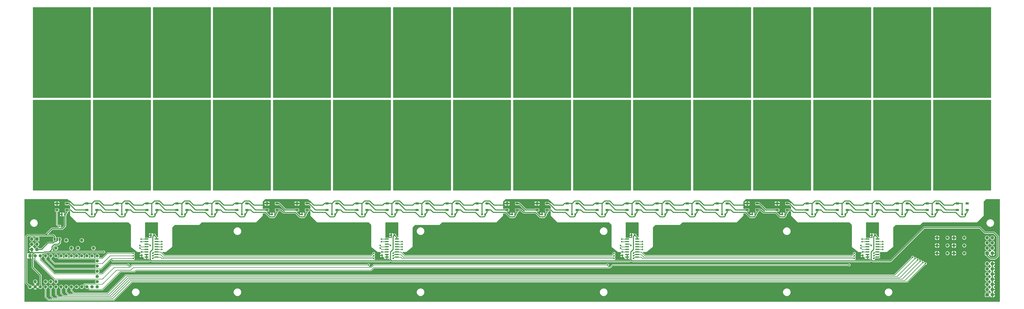
<source format=gbr>
G04 #@! TF.GenerationSoftware,KiCad,Pcbnew,(5.1.7)-1*
G04 #@! TF.CreationDate,2020-11-09T23:38:36-05:00*
G04 #@! TF.ProjectId,OpeNITHM-full,4f70654e-4954-4484-9d2d-66756c6c2e6b,rev?*
G04 #@! TF.SameCoordinates,Original*
G04 #@! TF.FileFunction,Copper,L1,Top*
G04 #@! TF.FilePolarity,Positive*
%FSLAX46Y46*%
G04 Gerber Fmt 4.6, Leading zero omitted, Abs format (unit mm)*
G04 Created by KiCad (PCBNEW (5.1.7)-1) date 2020-11-09 23:38:36*
%MOMM*%
%LPD*%
G01*
G04 APERTURE LIST*
G04 #@! TA.AperFunction,ComponentPad*
%ADD10O,1.700000X1.700000*%
G04 #@! TD*
G04 #@! TA.AperFunction,ComponentPad*
%ADD11R,1.700000X1.700000*%
G04 #@! TD*
G04 #@! TA.AperFunction,SMDPad,CuDef*
%ADD12R,1.000000X1.500000*%
G04 #@! TD*
G04 #@! TA.AperFunction,SMDPad,CuDef*
%ADD13C,0.100000*%
G04 #@! TD*
G04 #@! TA.AperFunction,ComponentPad*
%ADD14O,1.400000X1.400000*%
G04 #@! TD*
G04 #@! TA.AperFunction,ComponentPad*
%ADD15C,1.400000*%
G04 #@! TD*
G04 #@! TA.AperFunction,ComponentPad*
%ADD16R,1.600000X1.600000*%
G04 #@! TD*
G04 #@! TA.AperFunction,ComponentPad*
%ADD17C,1.600000*%
G04 #@! TD*
G04 #@! TA.AperFunction,ComponentPad*
%ADD18O,1.600000X1.600000*%
G04 #@! TD*
G04 #@! TA.AperFunction,ConnectorPad*
%ADD19R,28.500000X44.500000*%
G04 #@! TD*
G04 #@! TA.AperFunction,SMDPad,CuDef*
%ADD20R,1.500000X1.000000*%
G04 #@! TD*
G04 #@! TA.AperFunction,ViaPad*
%ADD21C,0.800000*%
G04 #@! TD*
G04 #@! TA.AperFunction,Conductor*
%ADD22C,0.250000*%
G04 #@! TD*
G04 #@! TA.AperFunction,Conductor*
%ADD23C,0.508000*%
G04 #@! TD*
G04 #@! TA.AperFunction,Conductor*
%ADD24C,0.254000*%
G04 #@! TD*
G04 #@! TA.AperFunction,Conductor*
%ADD25C,0.100000*%
G04 #@! TD*
G04 APERTURE END LIST*
G04 #@! TA.AperFunction,SMDPad,CuDef*
G36*
G01*
X326620000Y-143025000D02*
X326620000Y-142725000D01*
G75*
G02*
X326770000Y-142575000I150000J0D01*
G01*
X328420000Y-142575000D01*
G75*
G02*
X328570000Y-142725000I0J-150000D01*
G01*
X328570000Y-143025000D01*
G75*
G02*
X328420000Y-143175000I-150000J0D01*
G01*
X326770000Y-143175000D01*
G75*
G02*
X326620000Y-143025000I0J150000D01*
G01*
G37*
G04 #@! TD.AperFunction*
G04 #@! TA.AperFunction,SMDPad,CuDef*
G36*
G01*
X326620000Y-144295000D02*
X326620000Y-143995000D01*
G75*
G02*
X326770000Y-143845000I150000J0D01*
G01*
X328420000Y-143845000D01*
G75*
G02*
X328570000Y-143995000I0J-150000D01*
G01*
X328570000Y-144295000D01*
G75*
G02*
X328420000Y-144445000I-150000J0D01*
G01*
X326770000Y-144445000D01*
G75*
G02*
X326620000Y-144295000I0J150000D01*
G01*
G37*
G04 #@! TD.AperFunction*
G04 #@! TA.AperFunction,SMDPad,CuDef*
G36*
G01*
X326620000Y-145565000D02*
X326620000Y-145265000D01*
G75*
G02*
X326770000Y-145115000I150000J0D01*
G01*
X328420000Y-145115000D01*
G75*
G02*
X328570000Y-145265000I0J-150000D01*
G01*
X328570000Y-145565000D01*
G75*
G02*
X328420000Y-145715000I-150000J0D01*
G01*
X326770000Y-145715000D01*
G75*
G02*
X326620000Y-145565000I0J150000D01*
G01*
G37*
G04 #@! TD.AperFunction*
G04 #@! TA.AperFunction,SMDPad,CuDef*
G36*
G01*
X326620000Y-146835000D02*
X326620000Y-146535000D01*
G75*
G02*
X326770000Y-146385000I150000J0D01*
G01*
X328420000Y-146385000D01*
G75*
G02*
X328570000Y-146535000I0J-150000D01*
G01*
X328570000Y-146835000D01*
G75*
G02*
X328420000Y-146985000I-150000J0D01*
G01*
X326770000Y-146985000D01*
G75*
G02*
X326620000Y-146835000I0J150000D01*
G01*
G37*
G04 #@! TD.AperFunction*
G04 #@! TA.AperFunction,SMDPad,CuDef*
G36*
G01*
X326620000Y-148105000D02*
X326620000Y-147805000D01*
G75*
G02*
X326770000Y-147655000I150000J0D01*
G01*
X328420000Y-147655000D01*
G75*
G02*
X328570000Y-147805000I0J-150000D01*
G01*
X328570000Y-148105000D01*
G75*
G02*
X328420000Y-148255000I-150000J0D01*
G01*
X326770000Y-148255000D01*
G75*
G02*
X326620000Y-148105000I0J150000D01*
G01*
G37*
G04 #@! TD.AperFunction*
G04 #@! TA.AperFunction,SMDPad,CuDef*
G36*
G01*
X326620000Y-149375000D02*
X326620000Y-149075000D01*
G75*
G02*
X326770000Y-148925000I150000J0D01*
G01*
X328420000Y-148925000D01*
G75*
G02*
X328570000Y-149075000I0J-150000D01*
G01*
X328570000Y-149375000D01*
G75*
G02*
X328420000Y-149525000I-150000J0D01*
G01*
X326770000Y-149525000D01*
G75*
G02*
X326620000Y-149375000I0J150000D01*
G01*
G37*
G04 #@! TD.AperFunction*
G04 #@! TA.AperFunction,SMDPad,CuDef*
G36*
G01*
X326620000Y-150645000D02*
X326620000Y-150345000D01*
G75*
G02*
X326770000Y-150195000I150000J0D01*
G01*
X328420000Y-150195000D01*
G75*
G02*
X328570000Y-150345000I0J-150000D01*
G01*
X328570000Y-150645000D01*
G75*
G02*
X328420000Y-150795000I-150000J0D01*
G01*
X326770000Y-150795000D01*
G75*
G02*
X326620000Y-150645000I0J150000D01*
G01*
G37*
G04 #@! TD.AperFunction*
G04 #@! TA.AperFunction,SMDPad,CuDef*
G36*
G01*
X326620000Y-151915000D02*
X326620000Y-151615000D01*
G75*
G02*
X326770000Y-151465000I150000J0D01*
G01*
X328420000Y-151465000D01*
G75*
G02*
X328570000Y-151615000I0J-150000D01*
G01*
X328570000Y-151915000D01*
G75*
G02*
X328420000Y-152065000I-150000J0D01*
G01*
X326770000Y-152065000D01*
G75*
G02*
X326620000Y-151915000I0J150000D01*
G01*
G37*
G04 #@! TD.AperFunction*
G04 #@! TA.AperFunction,SMDPad,CuDef*
G36*
G01*
X321670000Y-151915000D02*
X321670000Y-151615000D01*
G75*
G02*
X321820000Y-151465000I150000J0D01*
G01*
X323470000Y-151465000D01*
G75*
G02*
X323620000Y-151615000I0J-150000D01*
G01*
X323620000Y-151915000D01*
G75*
G02*
X323470000Y-152065000I-150000J0D01*
G01*
X321820000Y-152065000D01*
G75*
G02*
X321670000Y-151915000I0J150000D01*
G01*
G37*
G04 #@! TD.AperFunction*
G04 #@! TA.AperFunction,SMDPad,CuDef*
G36*
G01*
X321670000Y-150645000D02*
X321670000Y-150345000D01*
G75*
G02*
X321820000Y-150195000I150000J0D01*
G01*
X323470000Y-150195000D01*
G75*
G02*
X323620000Y-150345000I0J-150000D01*
G01*
X323620000Y-150645000D01*
G75*
G02*
X323470000Y-150795000I-150000J0D01*
G01*
X321820000Y-150795000D01*
G75*
G02*
X321670000Y-150645000I0J150000D01*
G01*
G37*
G04 #@! TD.AperFunction*
G04 #@! TA.AperFunction,SMDPad,CuDef*
G36*
G01*
X321670000Y-149375000D02*
X321670000Y-149075000D01*
G75*
G02*
X321820000Y-148925000I150000J0D01*
G01*
X323470000Y-148925000D01*
G75*
G02*
X323620000Y-149075000I0J-150000D01*
G01*
X323620000Y-149375000D01*
G75*
G02*
X323470000Y-149525000I-150000J0D01*
G01*
X321820000Y-149525000D01*
G75*
G02*
X321670000Y-149375000I0J150000D01*
G01*
G37*
G04 #@! TD.AperFunction*
G04 #@! TA.AperFunction,SMDPad,CuDef*
G36*
G01*
X321670000Y-148105000D02*
X321670000Y-147805000D01*
G75*
G02*
X321820000Y-147655000I150000J0D01*
G01*
X323470000Y-147655000D01*
G75*
G02*
X323620000Y-147805000I0J-150000D01*
G01*
X323620000Y-148105000D01*
G75*
G02*
X323470000Y-148255000I-150000J0D01*
G01*
X321820000Y-148255000D01*
G75*
G02*
X321670000Y-148105000I0J150000D01*
G01*
G37*
G04 #@! TD.AperFunction*
G04 #@! TA.AperFunction,SMDPad,CuDef*
G36*
G01*
X321670000Y-146835000D02*
X321670000Y-146535000D01*
G75*
G02*
X321820000Y-146385000I150000J0D01*
G01*
X323470000Y-146385000D01*
G75*
G02*
X323620000Y-146535000I0J-150000D01*
G01*
X323620000Y-146835000D01*
G75*
G02*
X323470000Y-146985000I-150000J0D01*
G01*
X321820000Y-146985000D01*
G75*
G02*
X321670000Y-146835000I0J150000D01*
G01*
G37*
G04 #@! TD.AperFunction*
G04 #@! TA.AperFunction,SMDPad,CuDef*
G36*
G01*
X321670000Y-145565000D02*
X321670000Y-145265000D01*
G75*
G02*
X321820000Y-145115000I150000J0D01*
G01*
X323470000Y-145115000D01*
G75*
G02*
X323620000Y-145265000I0J-150000D01*
G01*
X323620000Y-145565000D01*
G75*
G02*
X323470000Y-145715000I-150000J0D01*
G01*
X321820000Y-145715000D01*
G75*
G02*
X321670000Y-145565000I0J150000D01*
G01*
G37*
G04 #@! TD.AperFunction*
G04 #@! TA.AperFunction,SMDPad,CuDef*
G36*
G01*
X321670000Y-144295000D02*
X321670000Y-143995000D01*
G75*
G02*
X321820000Y-143845000I150000J0D01*
G01*
X323470000Y-143845000D01*
G75*
G02*
X323620000Y-143995000I0J-150000D01*
G01*
X323620000Y-144295000D01*
G75*
G02*
X323470000Y-144445000I-150000J0D01*
G01*
X321820000Y-144445000D01*
G75*
G02*
X321670000Y-144295000I0J150000D01*
G01*
G37*
G04 #@! TD.AperFunction*
G04 #@! TA.AperFunction,SMDPad,CuDef*
G36*
G01*
X321670000Y-143025000D02*
X321670000Y-142725000D01*
G75*
G02*
X321820000Y-142575000I150000J0D01*
G01*
X323470000Y-142575000D01*
G75*
G02*
X323620000Y-142725000I0J-150000D01*
G01*
X323620000Y-143025000D01*
G75*
G02*
X323470000Y-143175000I-150000J0D01*
G01*
X321820000Y-143175000D01*
G75*
G02*
X321670000Y-143025000I0J150000D01*
G01*
G37*
G04 #@! TD.AperFunction*
D10*
X-88040000Y-147955000D03*
X-85500000Y-147955000D03*
X-88040000Y-145415000D03*
X-85500000Y-145415000D03*
X-88040000Y-142875000D03*
D11*
X-85500000Y-142875000D03*
D12*
X-75565000Y-143000000D03*
G04 #@! TA.AperFunction,SMDPad,CuDef*
D13*
G36*
X-76865000Y-143749398D02*
G01*
X-76889534Y-143749398D01*
X-76938365Y-143744588D01*
X-76986490Y-143735016D01*
X-77033445Y-143720772D01*
X-77078778Y-143701995D01*
X-77122051Y-143678864D01*
X-77162850Y-143651604D01*
X-77200779Y-143620476D01*
X-77235476Y-143585779D01*
X-77266604Y-143547850D01*
X-77293864Y-143507051D01*
X-77316995Y-143463778D01*
X-77335772Y-143418445D01*
X-77350016Y-143371490D01*
X-77359588Y-143323365D01*
X-77364398Y-143274534D01*
X-77364398Y-143250000D01*
X-77365000Y-143250000D01*
X-77365000Y-142750000D01*
X-77364398Y-142750000D01*
X-77364398Y-142725466D01*
X-77359588Y-142676635D01*
X-77350016Y-142628510D01*
X-77335772Y-142581555D01*
X-77316995Y-142536222D01*
X-77293864Y-142492949D01*
X-77266604Y-142452150D01*
X-77235476Y-142414221D01*
X-77200779Y-142379524D01*
X-77162850Y-142348396D01*
X-77122051Y-142321136D01*
X-77078778Y-142298005D01*
X-77033445Y-142279228D01*
X-76986490Y-142264984D01*
X-76938365Y-142255412D01*
X-76889534Y-142250602D01*
X-76865000Y-142250602D01*
X-76865000Y-142250000D01*
X-76315000Y-142250000D01*
X-76315000Y-143750000D01*
X-76865000Y-143750000D01*
X-76865000Y-143749398D01*
G37*
G04 #@! TD.AperFunction*
G04 #@! TA.AperFunction,SMDPad,CuDef*
G36*
X-74815000Y-142250000D02*
G01*
X-74265000Y-142250000D01*
X-74265000Y-142250602D01*
X-74240466Y-142250602D01*
X-74191635Y-142255412D01*
X-74143510Y-142264984D01*
X-74096555Y-142279228D01*
X-74051222Y-142298005D01*
X-74007949Y-142321136D01*
X-73967150Y-142348396D01*
X-73929221Y-142379524D01*
X-73894524Y-142414221D01*
X-73863396Y-142452150D01*
X-73836136Y-142492949D01*
X-73813005Y-142536222D01*
X-73794228Y-142581555D01*
X-73779984Y-142628510D01*
X-73770412Y-142676635D01*
X-73765602Y-142725466D01*
X-73765602Y-142750000D01*
X-73765000Y-142750000D01*
X-73765000Y-143250000D01*
X-73765602Y-143250000D01*
X-73765602Y-143274534D01*
X-73770412Y-143323365D01*
X-73779984Y-143371490D01*
X-73794228Y-143418445D01*
X-73813005Y-143463778D01*
X-73836136Y-143507051D01*
X-73863396Y-143547850D01*
X-73894524Y-143585779D01*
X-73929221Y-143620476D01*
X-73967150Y-143651604D01*
X-74007949Y-143678864D01*
X-74051222Y-143701995D01*
X-74096555Y-143720772D01*
X-74143510Y-143735016D01*
X-74191635Y-143744588D01*
X-74240466Y-143749398D01*
X-74265000Y-143749398D01*
X-74265000Y-143750000D01*
X-74815000Y-143750000D01*
X-74815000Y-142250000D01*
G37*
G04 #@! TD.AperFunction*
G04 #@! TA.AperFunction,SMDPad,CuDef*
G36*
G01*
X-57425000Y-131000000D02*
X-57425000Y-130500000D01*
G75*
G02*
X-57200000Y-130275000I225000J0D01*
G01*
X-56750000Y-130275000D01*
G75*
G02*
X-56525000Y-130500000I0J-225000D01*
G01*
X-56525000Y-131000000D01*
G75*
G02*
X-56750000Y-131225000I-225000J0D01*
G01*
X-57200000Y-131225000D01*
G75*
G02*
X-57425000Y-131000000I0J225000D01*
G01*
G37*
G04 #@! TD.AperFunction*
G04 #@! TA.AperFunction,SMDPad,CuDef*
G36*
G01*
X-58975000Y-131000000D02*
X-58975000Y-130500000D01*
G75*
G02*
X-58750000Y-130275000I225000J0D01*
G01*
X-58300000Y-130275000D01*
G75*
G02*
X-58075000Y-130500000I0J-225000D01*
G01*
X-58075000Y-131000000D01*
G75*
G02*
X-58300000Y-131225000I-225000J0D01*
G01*
X-58750000Y-131225000D01*
G75*
G02*
X-58975000Y-131000000I0J225000D01*
G01*
G37*
G04 #@! TD.AperFunction*
G04 #@! TA.AperFunction,SMDPad,CuDef*
G36*
G01*
X90400000Y-143025000D02*
X90400000Y-142725000D01*
G75*
G02*
X90550000Y-142575000I150000J0D01*
G01*
X92200000Y-142575000D01*
G75*
G02*
X92350000Y-142725000I0J-150000D01*
G01*
X92350000Y-143025000D01*
G75*
G02*
X92200000Y-143175000I-150000J0D01*
G01*
X90550000Y-143175000D01*
G75*
G02*
X90400000Y-143025000I0J150000D01*
G01*
G37*
G04 #@! TD.AperFunction*
G04 #@! TA.AperFunction,SMDPad,CuDef*
G36*
G01*
X90400000Y-144295000D02*
X90400000Y-143995000D01*
G75*
G02*
X90550000Y-143845000I150000J0D01*
G01*
X92200000Y-143845000D01*
G75*
G02*
X92350000Y-143995000I0J-150000D01*
G01*
X92350000Y-144295000D01*
G75*
G02*
X92200000Y-144445000I-150000J0D01*
G01*
X90550000Y-144445000D01*
G75*
G02*
X90400000Y-144295000I0J150000D01*
G01*
G37*
G04 #@! TD.AperFunction*
G04 #@! TA.AperFunction,SMDPad,CuDef*
G36*
G01*
X90400000Y-145565000D02*
X90400000Y-145265000D01*
G75*
G02*
X90550000Y-145115000I150000J0D01*
G01*
X92200000Y-145115000D01*
G75*
G02*
X92350000Y-145265000I0J-150000D01*
G01*
X92350000Y-145565000D01*
G75*
G02*
X92200000Y-145715000I-150000J0D01*
G01*
X90550000Y-145715000D01*
G75*
G02*
X90400000Y-145565000I0J150000D01*
G01*
G37*
G04 #@! TD.AperFunction*
G04 #@! TA.AperFunction,SMDPad,CuDef*
G36*
G01*
X90400000Y-146835000D02*
X90400000Y-146535000D01*
G75*
G02*
X90550000Y-146385000I150000J0D01*
G01*
X92200000Y-146385000D01*
G75*
G02*
X92350000Y-146535000I0J-150000D01*
G01*
X92350000Y-146835000D01*
G75*
G02*
X92200000Y-146985000I-150000J0D01*
G01*
X90550000Y-146985000D01*
G75*
G02*
X90400000Y-146835000I0J150000D01*
G01*
G37*
G04 #@! TD.AperFunction*
G04 #@! TA.AperFunction,SMDPad,CuDef*
G36*
G01*
X90400000Y-148105000D02*
X90400000Y-147805000D01*
G75*
G02*
X90550000Y-147655000I150000J0D01*
G01*
X92200000Y-147655000D01*
G75*
G02*
X92350000Y-147805000I0J-150000D01*
G01*
X92350000Y-148105000D01*
G75*
G02*
X92200000Y-148255000I-150000J0D01*
G01*
X90550000Y-148255000D01*
G75*
G02*
X90400000Y-148105000I0J150000D01*
G01*
G37*
G04 #@! TD.AperFunction*
G04 #@! TA.AperFunction,SMDPad,CuDef*
G36*
G01*
X90400000Y-149375000D02*
X90400000Y-149075000D01*
G75*
G02*
X90550000Y-148925000I150000J0D01*
G01*
X92200000Y-148925000D01*
G75*
G02*
X92350000Y-149075000I0J-150000D01*
G01*
X92350000Y-149375000D01*
G75*
G02*
X92200000Y-149525000I-150000J0D01*
G01*
X90550000Y-149525000D01*
G75*
G02*
X90400000Y-149375000I0J150000D01*
G01*
G37*
G04 #@! TD.AperFunction*
G04 #@! TA.AperFunction,SMDPad,CuDef*
G36*
G01*
X90400000Y-150645000D02*
X90400000Y-150345000D01*
G75*
G02*
X90550000Y-150195000I150000J0D01*
G01*
X92200000Y-150195000D01*
G75*
G02*
X92350000Y-150345000I0J-150000D01*
G01*
X92350000Y-150645000D01*
G75*
G02*
X92200000Y-150795000I-150000J0D01*
G01*
X90550000Y-150795000D01*
G75*
G02*
X90400000Y-150645000I0J150000D01*
G01*
G37*
G04 #@! TD.AperFunction*
G04 #@! TA.AperFunction,SMDPad,CuDef*
G36*
G01*
X90400000Y-151915000D02*
X90400000Y-151615000D01*
G75*
G02*
X90550000Y-151465000I150000J0D01*
G01*
X92200000Y-151465000D01*
G75*
G02*
X92350000Y-151615000I0J-150000D01*
G01*
X92350000Y-151915000D01*
G75*
G02*
X92200000Y-152065000I-150000J0D01*
G01*
X90550000Y-152065000D01*
G75*
G02*
X90400000Y-151915000I0J150000D01*
G01*
G37*
G04 #@! TD.AperFunction*
G04 #@! TA.AperFunction,SMDPad,CuDef*
G36*
G01*
X85450000Y-151915000D02*
X85450000Y-151615000D01*
G75*
G02*
X85600000Y-151465000I150000J0D01*
G01*
X87250000Y-151465000D01*
G75*
G02*
X87400000Y-151615000I0J-150000D01*
G01*
X87400000Y-151915000D01*
G75*
G02*
X87250000Y-152065000I-150000J0D01*
G01*
X85600000Y-152065000D01*
G75*
G02*
X85450000Y-151915000I0J150000D01*
G01*
G37*
G04 #@! TD.AperFunction*
G04 #@! TA.AperFunction,SMDPad,CuDef*
G36*
G01*
X85450000Y-150645000D02*
X85450000Y-150345000D01*
G75*
G02*
X85600000Y-150195000I150000J0D01*
G01*
X87250000Y-150195000D01*
G75*
G02*
X87400000Y-150345000I0J-150000D01*
G01*
X87400000Y-150645000D01*
G75*
G02*
X87250000Y-150795000I-150000J0D01*
G01*
X85600000Y-150795000D01*
G75*
G02*
X85450000Y-150645000I0J150000D01*
G01*
G37*
G04 #@! TD.AperFunction*
G04 #@! TA.AperFunction,SMDPad,CuDef*
G36*
G01*
X85450000Y-149375000D02*
X85450000Y-149075000D01*
G75*
G02*
X85600000Y-148925000I150000J0D01*
G01*
X87250000Y-148925000D01*
G75*
G02*
X87400000Y-149075000I0J-150000D01*
G01*
X87400000Y-149375000D01*
G75*
G02*
X87250000Y-149525000I-150000J0D01*
G01*
X85600000Y-149525000D01*
G75*
G02*
X85450000Y-149375000I0J150000D01*
G01*
G37*
G04 #@! TD.AperFunction*
G04 #@! TA.AperFunction,SMDPad,CuDef*
G36*
G01*
X85450000Y-148105000D02*
X85450000Y-147805000D01*
G75*
G02*
X85600000Y-147655000I150000J0D01*
G01*
X87250000Y-147655000D01*
G75*
G02*
X87400000Y-147805000I0J-150000D01*
G01*
X87400000Y-148105000D01*
G75*
G02*
X87250000Y-148255000I-150000J0D01*
G01*
X85600000Y-148255000D01*
G75*
G02*
X85450000Y-148105000I0J150000D01*
G01*
G37*
G04 #@! TD.AperFunction*
G04 #@! TA.AperFunction,SMDPad,CuDef*
G36*
G01*
X85450000Y-146835000D02*
X85450000Y-146535000D01*
G75*
G02*
X85600000Y-146385000I150000J0D01*
G01*
X87250000Y-146385000D01*
G75*
G02*
X87400000Y-146535000I0J-150000D01*
G01*
X87400000Y-146835000D01*
G75*
G02*
X87250000Y-146985000I-150000J0D01*
G01*
X85600000Y-146985000D01*
G75*
G02*
X85450000Y-146835000I0J150000D01*
G01*
G37*
G04 #@! TD.AperFunction*
G04 #@! TA.AperFunction,SMDPad,CuDef*
G36*
G01*
X85450000Y-145565000D02*
X85450000Y-145265000D01*
G75*
G02*
X85600000Y-145115000I150000J0D01*
G01*
X87250000Y-145115000D01*
G75*
G02*
X87400000Y-145265000I0J-150000D01*
G01*
X87400000Y-145565000D01*
G75*
G02*
X87250000Y-145715000I-150000J0D01*
G01*
X85600000Y-145715000D01*
G75*
G02*
X85450000Y-145565000I0J150000D01*
G01*
G37*
G04 #@! TD.AperFunction*
G04 #@! TA.AperFunction,SMDPad,CuDef*
G36*
G01*
X85450000Y-144295000D02*
X85450000Y-143995000D01*
G75*
G02*
X85600000Y-143845000I150000J0D01*
G01*
X87250000Y-143845000D01*
G75*
G02*
X87400000Y-143995000I0J-150000D01*
G01*
X87400000Y-144295000D01*
G75*
G02*
X87250000Y-144445000I-150000J0D01*
G01*
X85600000Y-144445000D01*
G75*
G02*
X85450000Y-144295000I0J150000D01*
G01*
G37*
G04 #@! TD.AperFunction*
G04 #@! TA.AperFunction,SMDPad,CuDef*
G36*
G01*
X85450000Y-143025000D02*
X85450000Y-142725000D01*
G75*
G02*
X85600000Y-142575000I150000J0D01*
G01*
X87250000Y-142575000D01*
G75*
G02*
X87400000Y-142725000I0J-150000D01*
G01*
X87400000Y-143025000D01*
G75*
G02*
X87250000Y-143175000I-150000J0D01*
G01*
X85600000Y-143175000D01*
G75*
G02*
X85450000Y-143025000I0J150000D01*
G01*
G37*
G04 #@! TD.AperFunction*
D10*
X384000000Y-155000000D03*
X381460000Y-155000000D03*
X384000000Y-157540000D03*
X381460000Y-157540000D03*
X384000000Y-160080000D03*
X381460000Y-160080000D03*
X384000000Y-162620000D03*
X381460000Y-162620000D03*
X384000000Y-165160000D03*
X381460000Y-165160000D03*
X384000000Y-167700000D03*
X381460000Y-167700000D03*
X384000000Y-170240000D03*
D11*
X381460000Y-170240000D03*
D14*
X356870000Y-142240000D03*
D15*
X361950000Y-142240000D03*
D14*
X356870000Y-146050000D03*
D15*
X361950000Y-146050000D03*
D14*
X365125000Y-146050000D03*
D15*
X370205000Y-146050000D03*
D14*
X365125000Y-142240000D03*
D15*
X370205000Y-142240000D03*
D14*
X365125000Y-149860000D03*
D15*
X370205000Y-149860000D03*
D14*
X356870000Y-149860000D03*
D15*
X361950000Y-149860000D03*
D10*
X384000000Y-142240000D03*
X381460000Y-142240000D03*
X384000000Y-144780000D03*
X381460000Y-144780000D03*
X384000000Y-147320000D03*
X381460000Y-147320000D03*
X384000000Y-149860000D03*
D11*
X381460000Y-149860000D03*
D16*
X-88900000Y-151130000D03*
D17*
X-86360000Y-151130000D03*
X-83820000Y-151130000D03*
X-81280000Y-151130000D03*
X-78740000Y-151130000D03*
X-76200000Y-151130000D03*
X-73660000Y-151130000D03*
X-71120000Y-151130000D03*
X-68580000Y-151130000D03*
X-66040000Y-151130000D03*
X-63500000Y-151130000D03*
X-60960000Y-151130000D03*
X-58420000Y-151130000D03*
X-76200000Y-163830000D03*
X-78740000Y-163830000D03*
X-81280000Y-163830000D03*
X-86360000Y-163830000D03*
X-88900000Y-166370000D03*
X-86360000Y-166370000D03*
X-83820000Y-166370000D03*
X-81280000Y-166370000D03*
X-78740000Y-166370000D03*
X-76200000Y-166370000D03*
X-73660000Y-166370000D03*
X-71120000Y-166370000D03*
X-68580000Y-166370000D03*
X-66040000Y-166370000D03*
X-63500000Y-166370000D03*
X-60960000Y-166370000D03*
X-58420000Y-166370000D03*
X-55880000Y-151130000D03*
X-55880000Y-153670000D03*
X-55880000Y-156210000D03*
X-55880000Y-166370000D03*
X-55880000Y-163830000D03*
X-55880000Y-161290000D03*
X-55880000Y-158750000D03*
D18*
X-57785000Y-147320000D03*
D17*
X-65405000Y-147320000D03*
G04 #@! TA.AperFunction,SMDPad,CuDef*
G36*
G01*
X325940000Y-141220000D02*
X325940000Y-140720000D01*
G75*
G02*
X326165000Y-140495000I225000J0D01*
G01*
X326615000Y-140495000D01*
G75*
G02*
X326840000Y-140720000I0J-225000D01*
G01*
X326840000Y-141220000D01*
G75*
G02*
X326615000Y-141445000I-225000J0D01*
G01*
X326165000Y-141445000D01*
G75*
G02*
X325940000Y-141220000I0J225000D01*
G01*
G37*
G04 #@! TD.AperFunction*
G04 #@! TA.AperFunction,SMDPad,CuDef*
G36*
G01*
X324390000Y-141220000D02*
X324390000Y-140720000D01*
G75*
G02*
X324615000Y-140495000I225000J0D01*
G01*
X325065000Y-140495000D01*
G75*
G02*
X325290000Y-140720000I0J-225000D01*
G01*
X325290000Y-141220000D01*
G75*
G02*
X325065000Y-141445000I-225000J0D01*
G01*
X324615000Y-141445000D01*
G75*
G02*
X324390000Y-141220000I0J225000D01*
G01*
G37*
G04 #@! TD.AperFunction*
G04 #@! TA.AperFunction,SMDPad,CuDef*
G36*
G01*
X-34311000Y-150475000D02*
X-33761000Y-150475000D01*
G75*
G02*
X-33561000Y-150675000I0J-200000D01*
G01*
X-33561000Y-151075000D01*
G75*
G02*
X-33761000Y-151275000I-200000J0D01*
G01*
X-34311000Y-151275000D01*
G75*
G02*
X-34511000Y-151075000I0J200000D01*
G01*
X-34511000Y-150675000D01*
G75*
G02*
X-34311000Y-150475000I200000J0D01*
G01*
G37*
G04 #@! TD.AperFunction*
G04 #@! TA.AperFunction,SMDPad,CuDef*
G36*
G01*
X-34311000Y-148825000D02*
X-33761000Y-148825000D01*
G75*
G02*
X-33561000Y-149025000I0J-200000D01*
G01*
X-33561000Y-149425000D01*
G75*
G02*
X-33761000Y-149625000I-200000J0D01*
G01*
X-34311000Y-149625000D01*
G75*
G02*
X-34511000Y-149425000I0J200000D01*
G01*
X-34511000Y-149025000D01*
G75*
G02*
X-34311000Y-148825000I200000J0D01*
G01*
G37*
G04 #@! TD.AperFunction*
G04 #@! TA.AperFunction,SMDPad,CuDef*
G36*
G01*
X-27710000Y-143025000D02*
X-27710000Y-142725000D01*
G75*
G02*
X-27560000Y-142575000I150000J0D01*
G01*
X-25910000Y-142575000D01*
G75*
G02*
X-25760000Y-142725000I0J-150000D01*
G01*
X-25760000Y-143025000D01*
G75*
G02*
X-25910000Y-143175000I-150000J0D01*
G01*
X-27560000Y-143175000D01*
G75*
G02*
X-27710000Y-143025000I0J150000D01*
G01*
G37*
G04 #@! TD.AperFunction*
G04 #@! TA.AperFunction,SMDPad,CuDef*
G36*
G01*
X-27710000Y-144295000D02*
X-27710000Y-143995000D01*
G75*
G02*
X-27560000Y-143845000I150000J0D01*
G01*
X-25910000Y-143845000D01*
G75*
G02*
X-25760000Y-143995000I0J-150000D01*
G01*
X-25760000Y-144295000D01*
G75*
G02*
X-25910000Y-144445000I-150000J0D01*
G01*
X-27560000Y-144445000D01*
G75*
G02*
X-27710000Y-144295000I0J150000D01*
G01*
G37*
G04 #@! TD.AperFunction*
G04 #@! TA.AperFunction,SMDPad,CuDef*
G36*
G01*
X-27710000Y-145565000D02*
X-27710000Y-145265000D01*
G75*
G02*
X-27560000Y-145115000I150000J0D01*
G01*
X-25910000Y-145115000D01*
G75*
G02*
X-25760000Y-145265000I0J-150000D01*
G01*
X-25760000Y-145565000D01*
G75*
G02*
X-25910000Y-145715000I-150000J0D01*
G01*
X-27560000Y-145715000D01*
G75*
G02*
X-27710000Y-145565000I0J150000D01*
G01*
G37*
G04 #@! TD.AperFunction*
G04 #@! TA.AperFunction,SMDPad,CuDef*
G36*
G01*
X-27710000Y-146835000D02*
X-27710000Y-146535000D01*
G75*
G02*
X-27560000Y-146385000I150000J0D01*
G01*
X-25910000Y-146385000D01*
G75*
G02*
X-25760000Y-146535000I0J-150000D01*
G01*
X-25760000Y-146835000D01*
G75*
G02*
X-25910000Y-146985000I-150000J0D01*
G01*
X-27560000Y-146985000D01*
G75*
G02*
X-27710000Y-146835000I0J150000D01*
G01*
G37*
G04 #@! TD.AperFunction*
G04 #@! TA.AperFunction,SMDPad,CuDef*
G36*
G01*
X-27710000Y-148105000D02*
X-27710000Y-147805000D01*
G75*
G02*
X-27560000Y-147655000I150000J0D01*
G01*
X-25910000Y-147655000D01*
G75*
G02*
X-25760000Y-147805000I0J-150000D01*
G01*
X-25760000Y-148105000D01*
G75*
G02*
X-25910000Y-148255000I-150000J0D01*
G01*
X-27560000Y-148255000D01*
G75*
G02*
X-27710000Y-148105000I0J150000D01*
G01*
G37*
G04 #@! TD.AperFunction*
G04 #@! TA.AperFunction,SMDPad,CuDef*
G36*
G01*
X-27710000Y-149375000D02*
X-27710000Y-149075000D01*
G75*
G02*
X-27560000Y-148925000I150000J0D01*
G01*
X-25910000Y-148925000D01*
G75*
G02*
X-25760000Y-149075000I0J-150000D01*
G01*
X-25760000Y-149375000D01*
G75*
G02*
X-25910000Y-149525000I-150000J0D01*
G01*
X-27560000Y-149525000D01*
G75*
G02*
X-27710000Y-149375000I0J150000D01*
G01*
G37*
G04 #@! TD.AperFunction*
G04 #@! TA.AperFunction,SMDPad,CuDef*
G36*
G01*
X-27710000Y-150645000D02*
X-27710000Y-150345000D01*
G75*
G02*
X-27560000Y-150195000I150000J0D01*
G01*
X-25910000Y-150195000D01*
G75*
G02*
X-25760000Y-150345000I0J-150000D01*
G01*
X-25760000Y-150645000D01*
G75*
G02*
X-25910000Y-150795000I-150000J0D01*
G01*
X-27560000Y-150795000D01*
G75*
G02*
X-27710000Y-150645000I0J150000D01*
G01*
G37*
G04 #@! TD.AperFunction*
G04 #@! TA.AperFunction,SMDPad,CuDef*
G36*
G01*
X-27710000Y-151915000D02*
X-27710000Y-151615000D01*
G75*
G02*
X-27560000Y-151465000I150000J0D01*
G01*
X-25910000Y-151465000D01*
G75*
G02*
X-25760000Y-151615000I0J-150000D01*
G01*
X-25760000Y-151915000D01*
G75*
G02*
X-25910000Y-152065000I-150000J0D01*
G01*
X-27560000Y-152065000D01*
G75*
G02*
X-27710000Y-151915000I0J150000D01*
G01*
G37*
G04 #@! TD.AperFunction*
G04 #@! TA.AperFunction,SMDPad,CuDef*
G36*
G01*
X-32660000Y-151915000D02*
X-32660000Y-151615000D01*
G75*
G02*
X-32510000Y-151465000I150000J0D01*
G01*
X-30860000Y-151465000D01*
G75*
G02*
X-30710000Y-151615000I0J-150000D01*
G01*
X-30710000Y-151915000D01*
G75*
G02*
X-30860000Y-152065000I-150000J0D01*
G01*
X-32510000Y-152065000D01*
G75*
G02*
X-32660000Y-151915000I0J150000D01*
G01*
G37*
G04 #@! TD.AperFunction*
G04 #@! TA.AperFunction,SMDPad,CuDef*
G36*
G01*
X-32660000Y-150645000D02*
X-32660000Y-150345000D01*
G75*
G02*
X-32510000Y-150195000I150000J0D01*
G01*
X-30860000Y-150195000D01*
G75*
G02*
X-30710000Y-150345000I0J-150000D01*
G01*
X-30710000Y-150645000D01*
G75*
G02*
X-30860000Y-150795000I-150000J0D01*
G01*
X-32510000Y-150795000D01*
G75*
G02*
X-32660000Y-150645000I0J150000D01*
G01*
G37*
G04 #@! TD.AperFunction*
G04 #@! TA.AperFunction,SMDPad,CuDef*
G36*
G01*
X-32660000Y-149375000D02*
X-32660000Y-149075000D01*
G75*
G02*
X-32510000Y-148925000I150000J0D01*
G01*
X-30860000Y-148925000D01*
G75*
G02*
X-30710000Y-149075000I0J-150000D01*
G01*
X-30710000Y-149375000D01*
G75*
G02*
X-30860000Y-149525000I-150000J0D01*
G01*
X-32510000Y-149525000D01*
G75*
G02*
X-32660000Y-149375000I0J150000D01*
G01*
G37*
G04 #@! TD.AperFunction*
G04 #@! TA.AperFunction,SMDPad,CuDef*
G36*
G01*
X-32660000Y-148105000D02*
X-32660000Y-147805000D01*
G75*
G02*
X-32510000Y-147655000I150000J0D01*
G01*
X-30860000Y-147655000D01*
G75*
G02*
X-30710000Y-147805000I0J-150000D01*
G01*
X-30710000Y-148105000D01*
G75*
G02*
X-30860000Y-148255000I-150000J0D01*
G01*
X-32510000Y-148255000D01*
G75*
G02*
X-32660000Y-148105000I0J150000D01*
G01*
G37*
G04 #@! TD.AperFunction*
G04 #@! TA.AperFunction,SMDPad,CuDef*
G36*
G01*
X-32660000Y-146835000D02*
X-32660000Y-146535000D01*
G75*
G02*
X-32510000Y-146385000I150000J0D01*
G01*
X-30860000Y-146385000D01*
G75*
G02*
X-30710000Y-146535000I0J-150000D01*
G01*
X-30710000Y-146835000D01*
G75*
G02*
X-30860000Y-146985000I-150000J0D01*
G01*
X-32510000Y-146985000D01*
G75*
G02*
X-32660000Y-146835000I0J150000D01*
G01*
G37*
G04 #@! TD.AperFunction*
G04 #@! TA.AperFunction,SMDPad,CuDef*
G36*
G01*
X-32660000Y-145565000D02*
X-32660000Y-145265000D01*
G75*
G02*
X-32510000Y-145115000I150000J0D01*
G01*
X-30860000Y-145115000D01*
G75*
G02*
X-30710000Y-145265000I0J-150000D01*
G01*
X-30710000Y-145565000D01*
G75*
G02*
X-30860000Y-145715000I-150000J0D01*
G01*
X-32510000Y-145715000D01*
G75*
G02*
X-32660000Y-145565000I0J150000D01*
G01*
G37*
G04 #@! TD.AperFunction*
G04 #@! TA.AperFunction,SMDPad,CuDef*
G36*
G01*
X-32660000Y-144295000D02*
X-32660000Y-143995000D01*
G75*
G02*
X-32510000Y-143845000I150000J0D01*
G01*
X-30860000Y-143845000D01*
G75*
G02*
X-30710000Y-143995000I0J-150000D01*
G01*
X-30710000Y-144295000D01*
G75*
G02*
X-30860000Y-144445000I-150000J0D01*
G01*
X-32510000Y-144445000D01*
G75*
G02*
X-32660000Y-144295000I0J150000D01*
G01*
G37*
G04 #@! TD.AperFunction*
G04 #@! TA.AperFunction,SMDPad,CuDef*
G36*
G01*
X-32660000Y-143025000D02*
X-32660000Y-142725000D01*
G75*
G02*
X-32510000Y-142575000I150000J0D01*
G01*
X-30860000Y-142575000D01*
G75*
G02*
X-30710000Y-142725000I0J-150000D01*
G01*
X-30710000Y-143025000D01*
G75*
G02*
X-30860000Y-143175000I-150000J0D01*
G01*
X-32510000Y-143175000D01*
G75*
G02*
X-32660000Y-143025000I0J150000D01*
G01*
G37*
G04 #@! TD.AperFunction*
G04 #@! TA.AperFunction,SMDPad,CuDef*
G36*
G01*
X370350000Y-131000000D02*
X370350000Y-130500000D01*
G75*
G02*
X370575000Y-130275000I225000J0D01*
G01*
X371025000Y-130275000D01*
G75*
G02*
X371250000Y-130500000I0J-225000D01*
G01*
X371250000Y-131000000D01*
G75*
G02*
X371025000Y-131225000I-225000J0D01*
G01*
X370575000Y-131225000D01*
G75*
G02*
X370350000Y-131000000I0J225000D01*
G01*
G37*
G04 #@! TD.AperFunction*
G04 #@! TA.AperFunction,SMDPad,CuDef*
G36*
G01*
X368800000Y-131000000D02*
X368800000Y-130500000D01*
G75*
G02*
X369025000Y-130275000I225000J0D01*
G01*
X369475000Y-130275000D01*
G75*
G02*
X369700000Y-130500000I0J-225000D01*
G01*
X369700000Y-131000000D01*
G75*
G02*
X369475000Y-131225000I-225000J0D01*
G01*
X369025000Y-131225000D01*
G75*
G02*
X368800000Y-131000000I0J225000D01*
G01*
G37*
G04 #@! TD.AperFunction*
G04 #@! TA.AperFunction,SMDPad,CuDef*
G36*
G01*
X355600000Y-131000000D02*
X355600000Y-130500000D01*
G75*
G02*
X355825000Y-130275000I225000J0D01*
G01*
X356275000Y-130275000D01*
G75*
G02*
X356500000Y-130500000I0J-225000D01*
G01*
X356500000Y-131000000D01*
G75*
G02*
X356275000Y-131225000I-225000J0D01*
G01*
X355825000Y-131225000D01*
G75*
G02*
X355600000Y-131000000I0J225000D01*
G01*
G37*
G04 #@! TD.AperFunction*
G04 #@! TA.AperFunction,SMDPad,CuDef*
G36*
G01*
X354050000Y-131000000D02*
X354050000Y-130500000D01*
G75*
G02*
X354275000Y-130275000I225000J0D01*
G01*
X354725000Y-130275000D01*
G75*
G02*
X354950000Y-130500000I0J-225000D01*
G01*
X354950000Y-131000000D01*
G75*
G02*
X354725000Y-131225000I-225000J0D01*
G01*
X354275000Y-131225000D01*
G75*
G02*
X354050000Y-131000000I0J225000D01*
G01*
G37*
G04 #@! TD.AperFunction*
G04 #@! TA.AperFunction,SMDPad,CuDef*
G36*
G01*
X340850000Y-131000000D02*
X340850000Y-130500000D01*
G75*
G02*
X341075000Y-130275000I225000J0D01*
G01*
X341525000Y-130275000D01*
G75*
G02*
X341750000Y-130500000I0J-225000D01*
G01*
X341750000Y-131000000D01*
G75*
G02*
X341525000Y-131225000I-225000J0D01*
G01*
X341075000Y-131225000D01*
G75*
G02*
X340850000Y-131000000I0J225000D01*
G01*
G37*
G04 #@! TD.AperFunction*
G04 #@! TA.AperFunction,SMDPad,CuDef*
G36*
G01*
X339300000Y-131000000D02*
X339300000Y-130500000D01*
G75*
G02*
X339525000Y-130275000I225000J0D01*
G01*
X339975000Y-130275000D01*
G75*
G02*
X340200000Y-130500000I0J-225000D01*
G01*
X340200000Y-131000000D01*
G75*
G02*
X339975000Y-131225000I-225000J0D01*
G01*
X339525000Y-131225000D01*
G75*
G02*
X339300000Y-131000000I0J225000D01*
G01*
G37*
G04 #@! TD.AperFunction*
G04 #@! TA.AperFunction,SMDPad,CuDef*
G36*
G01*
X326100000Y-131000000D02*
X326100000Y-130500000D01*
G75*
G02*
X326325000Y-130275000I225000J0D01*
G01*
X326775000Y-130275000D01*
G75*
G02*
X327000000Y-130500000I0J-225000D01*
G01*
X327000000Y-131000000D01*
G75*
G02*
X326775000Y-131225000I-225000J0D01*
G01*
X326325000Y-131225000D01*
G75*
G02*
X326100000Y-131000000I0J225000D01*
G01*
G37*
G04 #@! TD.AperFunction*
G04 #@! TA.AperFunction,SMDPad,CuDef*
G36*
G01*
X324550000Y-131000000D02*
X324550000Y-130500000D01*
G75*
G02*
X324775000Y-130275000I225000J0D01*
G01*
X325225000Y-130275000D01*
G75*
G02*
X325450000Y-130500000I0J-225000D01*
G01*
X325450000Y-131000000D01*
G75*
G02*
X325225000Y-131225000I-225000J0D01*
G01*
X324775000Y-131225000D01*
G75*
G02*
X324550000Y-131000000I0J225000D01*
G01*
G37*
G04 #@! TD.AperFunction*
G04 #@! TA.AperFunction,SMDPad,CuDef*
G36*
G01*
X311350000Y-131000000D02*
X311350000Y-130500000D01*
G75*
G02*
X311575000Y-130275000I225000J0D01*
G01*
X312025000Y-130275000D01*
G75*
G02*
X312250000Y-130500000I0J-225000D01*
G01*
X312250000Y-131000000D01*
G75*
G02*
X312025000Y-131225000I-225000J0D01*
G01*
X311575000Y-131225000D01*
G75*
G02*
X311350000Y-131000000I0J225000D01*
G01*
G37*
G04 #@! TD.AperFunction*
G04 #@! TA.AperFunction,SMDPad,CuDef*
G36*
G01*
X309800000Y-131000000D02*
X309800000Y-130500000D01*
G75*
G02*
X310025000Y-130275000I225000J0D01*
G01*
X310475000Y-130275000D01*
G75*
G02*
X310700000Y-130500000I0J-225000D01*
G01*
X310700000Y-131000000D01*
G75*
G02*
X310475000Y-131225000I-225000J0D01*
G01*
X310025000Y-131225000D01*
G75*
G02*
X309800000Y-131000000I0J225000D01*
G01*
G37*
G04 #@! TD.AperFunction*
G04 #@! TA.AperFunction,SMDPad,CuDef*
G36*
G01*
X296600000Y-131000000D02*
X296600000Y-130500000D01*
G75*
G02*
X296825000Y-130275000I225000J0D01*
G01*
X297275000Y-130275000D01*
G75*
G02*
X297500000Y-130500000I0J-225000D01*
G01*
X297500000Y-131000000D01*
G75*
G02*
X297275000Y-131225000I-225000J0D01*
G01*
X296825000Y-131225000D01*
G75*
G02*
X296600000Y-131000000I0J225000D01*
G01*
G37*
G04 #@! TD.AperFunction*
G04 #@! TA.AperFunction,SMDPad,CuDef*
G36*
G01*
X295050000Y-131000000D02*
X295050000Y-130500000D01*
G75*
G02*
X295275000Y-130275000I225000J0D01*
G01*
X295725000Y-130275000D01*
G75*
G02*
X295950000Y-130500000I0J-225000D01*
G01*
X295950000Y-131000000D01*
G75*
G02*
X295725000Y-131225000I-225000J0D01*
G01*
X295275000Y-131225000D01*
G75*
G02*
X295050000Y-131000000I0J225000D01*
G01*
G37*
G04 #@! TD.AperFunction*
G04 #@! TA.AperFunction,SMDPad,CuDef*
G36*
G01*
X281850000Y-131000000D02*
X281850000Y-130500000D01*
G75*
G02*
X282075000Y-130275000I225000J0D01*
G01*
X282525000Y-130275000D01*
G75*
G02*
X282750000Y-130500000I0J-225000D01*
G01*
X282750000Y-131000000D01*
G75*
G02*
X282525000Y-131225000I-225000J0D01*
G01*
X282075000Y-131225000D01*
G75*
G02*
X281850000Y-131000000I0J225000D01*
G01*
G37*
G04 #@! TD.AperFunction*
G04 #@! TA.AperFunction,SMDPad,CuDef*
G36*
G01*
X280300000Y-131000000D02*
X280300000Y-130500000D01*
G75*
G02*
X280525000Y-130275000I225000J0D01*
G01*
X280975000Y-130275000D01*
G75*
G02*
X281200000Y-130500000I0J-225000D01*
G01*
X281200000Y-131000000D01*
G75*
G02*
X280975000Y-131225000I-225000J0D01*
G01*
X280525000Y-131225000D01*
G75*
G02*
X280300000Y-131000000I0J225000D01*
G01*
G37*
G04 #@! TD.AperFunction*
G04 #@! TA.AperFunction,SMDPad,CuDef*
G36*
G01*
X267100000Y-131000000D02*
X267100000Y-130500000D01*
G75*
G02*
X267325000Y-130275000I225000J0D01*
G01*
X267775000Y-130275000D01*
G75*
G02*
X268000000Y-130500000I0J-225000D01*
G01*
X268000000Y-131000000D01*
G75*
G02*
X267775000Y-131225000I-225000J0D01*
G01*
X267325000Y-131225000D01*
G75*
G02*
X267100000Y-131000000I0J225000D01*
G01*
G37*
G04 #@! TD.AperFunction*
G04 #@! TA.AperFunction,SMDPad,CuDef*
G36*
G01*
X265550000Y-131000000D02*
X265550000Y-130500000D01*
G75*
G02*
X265775000Y-130275000I225000J0D01*
G01*
X266225000Y-130275000D01*
G75*
G02*
X266450000Y-130500000I0J-225000D01*
G01*
X266450000Y-131000000D01*
G75*
G02*
X266225000Y-131225000I-225000J0D01*
G01*
X265775000Y-131225000D01*
G75*
G02*
X265550000Y-131000000I0J225000D01*
G01*
G37*
G04 #@! TD.AperFunction*
G04 #@! TA.AperFunction,SMDPad,CuDef*
G36*
G01*
X252350000Y-131000000D02*
X252350000Y-130500000D01*
G75*
G02*
X252575000Y-130275000I225000J0D01*
G01*
X253025000Y-130275000D01*
G75*
G02*
X253250000Y-130500000I0J-225000D01*
G01*
X253250000Y-131000000D01*
G75*
G02*
X253025000Y-131225000I-225000J0D01*
G01*
X252575000Y-131225000D01*
G75*
G02*
X252350000Y-131000000I0J225000D01*
G01*
G37*
G04 #@! TD.AperFunction*
G04 #@! TA.AperFunction,SMDPad,CuDef*
G36*
G01*
X250800000Y-131000000D02*
X250800000Y-130500000D01*
G75*
G02*
X251025000Y-130275000I225000J0D01*
G01*
X251475000Y-130275000D01*
G75*
G02*
X251700000Y-130500000I0J-225000D01*
G01*
X251700000Y-131000000D01*
G75*
G02*
X251475000Y-131225000I-225000J0D01*
G01*
X251025000Y-131225000D01*
G75*
G02*
X250800000Y-131000000I0J225000D01*
G01*
G37*
G04 #@! TD.AperFunction*
G04 #@! TA.AperFunction,SMDPad,CuDef*
G36*
G01*
X237600000Y-131000000D02*
X237600000Y-130500000D01*
G75*
G02*
X237825000Y-130275000I225000J0D01*
G01*
X238275000Y-130275000D01*
G75*
G02*
X238500000Y-130500000I0J-225000D01*
G01*
X238500000Y-131000000D01*
G75*
G02*
X238275000Y-131225000I-225000J0D01*
G01*
X237825000Y-131225000D01*
G75*
G02*
X237600000Y-131000000I0J225000D01*
G01*
G37*
G04 #@! TD.AperFunction*
G04 #@! TA.AperFunction,SMDPad,CuDef*
G36*
G01*
X236050000Y-131000000D02*
X236050000Y-130500000D01*
G75*
G02*
X236275000Y-130275000I225000J0D01*
G01*
X236725000Y-130275000D01*
G75*
G02*
X236950000Y-130500000I0J-225000D01*
G01*
X236950000Y-131000000D01*
G75*
G02*
X236725000Y-131225000I-225000J0D01*
G01*
X236275000Y-131225000D01*
G75*
G02*
X236050000Y-131000000I0J225000D01*
G01*
G37*
G04 #@! TD.AperFunction*
G04 #@! TA.AperFunction,SMDPad,CuDef*
G36*
G01*
X222850000Y-131000000D02*
X222850000Y-130500000D01*
G75*
G02*
X223075000Y-130275000I225000J0D01*
G01*
X223525000Y-130275000D01*
G75*
G02*
X223750000Y-130500000I0J-225000D01*
G01*
X223750000Y-131000000D01*
G75*
G02*
X223525000Y-131225000I-225000J0D01*
G01*
X223075000Y-131225000D01*
G75*
G02*
X222850000Y-131000000I0J225000D01*
G01*
G37*
G04 #@! TD.AperFunction*
G04 #@! TA.AperFunction,SMDPad,CuDef*
G36*
G01*
X221300000Y-131000000D02*
X221300000Y-130500000D01*
G75*
G02*
X221525000Y-130275000I225000J0D01*
G01*
X221975000Y-130275000D01*
G75*
G02*
X222200000Y-130500000I0J-225000D01*
G01*
X222200000Y-131000000D01*
G75*
G02*
X221975000Y-131225000I-225000J0D01*
G01*
X221525000Y-131225000D01*
G75*
G02*
X221300000Y-131000000I0J225000D01*
G01*
G37*
G04 #@! TD.AperFunction*
G04 #@! TA.AperFunction,SMDPad,CuDef*
G36*
G01*
X208100000Y-131000000D02*
X208100000Y-130500000D01*
G75*
G02*
X208325000Y-130275000I225000J0D01*
G01*
X208775000Y-130275000D01*
G75*
G02*
X209000000Y-130500000I0J-225000D01*
G01*
X209000000Y-131000000D01*
G75*
G02*
X208775000Y-131225000I-225000J0D01*
G01*
X208325000Y-131225000D01*
G75*
G02*
X208100000Y-131000000I0J225000D01*
G01*
G37*
G04 #@! TD.AperFunction*
G04 #@! TA.AperFunction,SMDPad,CuDef*
G36*
G01*
X206550000Y-131000000D02*
X206550000Y-130500000D01*
G75*
G02*
X206775000Y-130275000I225000J0D01*
G01*
X207225000Y-130275000D01*
G75*
G02*
X207450000Y-130500000I0J-225000D01*
G01*
X207450000Y-131000000D01*
G75*
G02*
X207225000Y-131225000I-225000J0D01*
G01*
X206775000Y-131225000D01*
G75*
G02*
X206550000Y-131000000I0J225000D01*
G01*
G37*
G04 #@! TD.AperFunction*
G04 #@! TA.AperFunction,SMDPad,CuDef*
G36*
G01*
X193350000Y-131000000D02*
X193350000Y-130500000D01*
G75*
G02*
X193575000Y-130275000I225000J0D01*
G01*
X194025000Y-130275000D01*
G75*
G02*
X194250000Y-130500000I0J-225000D01*
G01*
X194250000Y-131000000D01*
G75*
G02*
X194025000Y-131225000I-225000J0D01*
G01*
X193575000Y-131225000D01*
G75*
G02*
X193350000Y-131000000I0J225000D01*
G01*
G37*
G04 #@! TD.AperFunction*
G04 #@! TA.AperFunction,SMDPad,CuDef*
G36*
G01*
X191800000Y-131000000D02*
X191800000Y-130500000D01*
G75*
G02*
X192025000Y-130275000I225000J0D01*
G01*
X192475000Y-130275000D01*
G75*
G02*
X192700000Y-130500000I0J-225000D01*
G01*
X192700000Y-131000000D01*
G75*
G02*
X192475000Y-131225000I-225000J0D01*
G01*
X192025000Y-131225000D01*
G75*
G02*
X191800000Y-131000000I0J225000D01*
G01*
G37*
G04 #@! TD.AperFunction*
G04 #@! TA.AperFunction,SMDPad,CuDef*
G36*
G01*
X178600000Y-131000000D02*
X178600000Y-130500000D01*
G75*
G02*
X178825000Y-130275000I225000J0D01*
G01*
X179275000Y-130275000D01*
G75*
G02*
X179500000Y-130500000I0J-225000D01*
G01*
X179500000Y-131000000D01*
G75*
G02*
X179275000Y-131225000I-225000J0D01*
G01*
X178825000Y-131225000D01*
G75*
G02*
X178600000Y-131000000I0J225000D01*
G01*
G37*
G04 #@! TD.AperFunction*
G04 #@! TA.AperFunction,SMDPad,CuDef*
G36*
G01*
X177050000Y-131000000D02*
X177050000Y-130500000D01*
G75*
G02*
X177275000Y-130275000I225000J0D01*
G01*
X177725000Y-130275000D01*
G75*
G02*
X177950000Y-130500000I0J-225000D01*
G01*
X177950000Y-131000000D01*
G75*
G02*
X177725000Y-131225000I-225000J0D01*
G01*
X177275000Y-131225000D01*
G75*
G02*
X177050000Y-131000000I0J225000D01*
G01*
G37*
G04 #@! TD.AperFunction*
G04 #@! TA.AperFunction,SMDPad,CuDef*
G36*
G01*
X163850000Y-131000000D02*
X163850000Y-130500000D01*
G75*
G02*
X164075000Y-130275000I225000J0D01*
G01*
X164525000Y-130275000D01*
G75*
G02*
X164750000Y-130500000I0J-225000D01*
G01*
X164750000Y-131000000D01*
G75*
G02*
X164525000Y-131225000I-225000J0D01*
G01*
X164075000Y-131225000D01*
G75*
G02*
X163850000Y-131000000I0J225000D01*
G01*
G37*
G04 #@! TD.AperFunction*
G04 #@! TA.AperFunction,SMDPad,CuDef*
G36*
G01*
X162300000Y-131000000D02*
X162300000Y-130500000D01*
G75*
G02*
X162525000Y-130275000I225000J0D01*
G01*
X162975000Y-130275000D01*
G75*
G02*
X163200000Y-130500000I0J-225000D01*
G01*
X163200000Y-131000000D01*
G75*
G02*
X162975000Y-131225000I-225000J0D01*
G01*
X162525000Y-131225000D01*
G75*
G02*
X162300000Y-131000000I0J225000D01*
G01*
G37*
G04 #@! TD.AperFunction*
G04 #@! TA.AperFunction,SMDPad,CuDef*
G36*
G01*
X149100000Y-131000000D02*
X149100000Y-130500000D01*
G75*
G02*
X149325000Y-130275000I225000J0D01*
G01*
X149775000Y-130275000D01*
G75*
G02*
X150000000Y-130500000I0J-225000D01*
G01*
X150000000Y-131000000D01*
G75*
G02*
X149775000Y-131225000I-225000J0D01*
G01*
X149325000Y-131225000D01*
G75*
G02*
X149100000Y-131000000I0J225000D01*
G01*
G37*
G04 #@! TD.AperFunction*
G04 #@! TA.AperFunction,SMDPad,CuDef*
G36*
G01*
X147550000Y-131000000D02*
X147550000Y-130500000D01*
G75*
G02*
X147775000Y-130275000I225000J0D01*
G01*
X148225000Y-130275000D01*
G75*
G02*
X148450000Y-130500000I0J-225000D01*
G01*
X148450000Y-131000000D01*
G75*
G02*
X148225000Y-131225000I-225000J0D01*
G01*
X147775000Y-131225000D01*
G75*
G02*
X147550000Y-131000000I0J225000D01*
G01*
G37*
G04 #@! TD.AperFunction*
G04 #@! TA.AperFunction,SMDPad,CuDef*
G36*
G01*
X134350000Y-131000000D02*
X134350000Y-130500000D01*
G75*
G02*
X134575000Y-130275000I225000J0D01*
G01*
X135025000Y-130275000D01*
G75*
G02*
X135250000Y-130500000I0J-225000D01*
G01*
X135250000Y-131000000D01*
G75*
G02*
X135025000Y-131225000I-225000J0D01*
G01*
X134575000Y-131225000D01*
G75*
G02*
X134350000Y-131000000I0J225000D01*
G01*
G37*
G04 #@! TD.AperFunction*
G04 #@! TA.AperFunction,SMDPad,CuDef*
G36*
G01*
X132800000Y-131000000D02*
X132800000Y-130500000D01*
G75*
G02*
X133025000Y-130275000I225000J0D01*
G01*
X133475000Y-130275000D01*
G75*
G02*
X133700000Y-130500000I0J-225000D01*
G01*
X133700000Y-131000000D01*
G75*
G02*
X133475000Y-131225000I-225000J0D01*
G01*
X133025000Y-131225000D01*
G75*
G02*
X132800000Y-131000000I0J225000D01*
G01*
G37*
G04 #@! TD.AperFunction*
G04 #@! TA.AperFunction,SMDPad,CuDef*
G36*
G01*
X119600000Y-131000000D02*
X119600000Y-130500000D01*
G75*
G02*
X119825000Y-130275000I225000J0D01*
G01*
X120275000Y-130275000D01*
G75*
G02*
X120500000Y-130500000I0J-225000D01*
G01*
X120500000Y-131000000D01*
G75*
G02*
X120275000Y-131225000I-225000J0D01*
G01*
X119825000Y-131225000D01*
G75*
G02*
X119600000Y-131000000I0J225000D01*
G01*
G37*
G04 #@! TD.AperFunction*
G04 #@! TA.AperFunction,SMDPad,CuDef*
G36*
G01*
X118050000Y-131000000D02*
X118050000Y-130500000D01*
G75*
G02*
X118275000Y-130275000I225000J0D01*
G01*
X118725000Y-130275000D01*
G75*
G02*
X118950000Y-130500000I0J-225000D01*
G01*
X118950000Y-131000000D01*
G75*
G02*
X118725000Y-131225000I-225000J0D01*
G01*
X118275000Y-131225000D01*
G75*
G02*
X118050000Y-131000000I0J225000D01*
G01*
G37*
G04 #@! TD.AperFunction*
G04 #@! TA.AperFunction,SMDPad,CuDef*
G36*
G01*
X104850000Y-131000000D02*
X104850000Y-130500000D01*
G75*
G02*
X105075000Y-130275000I225000J0D01*
G01*
X105525000Y-130275000D01*
G75*
G02*
X105750000Y-130500000I0J-225000D01*
G01*
X105750000Y-131000000D01*
G75*
G02*
X105525000Y-131225000I-225000J0D01*
G01*
X105075000Y-131225000D01*
G75*
G02*
X104850000Y-131000000I0J225000D01*
G01*
G37*
G04 #@! TD.AperFunction*
G04 #@! TA.AperFunction,SMDPad,CuDef*
G36*
G01*
X103300000Y-131000000D02*
X103300000Y-130500000D01*
G75*
G02*
X103525000Y-130275000I225000J0D01*
G01*
X103975000Y-130275000D01*
G75*
G02*
X104200000Y-130500000I0J-225000D01*
G01*
X104200000Y-131000000D01*
G75*
G02*
X103975000Y-131225000I-225000J0D01*
G01*
X103525000Y-131225000D01*
G75*
G02*
X103300000Y-131000000I0J225000D01*
G01*
G37*
G04 #@! TD.AperFunction*
G04 #@! TA.AperFunction,SMDPad,CuDef*
G36*
G01*
X90100000Y-131000000D02*
X90100000Y-130500000D01*
G75*
G02*
X90325000Y-130275000I225000J0D01*
G01*
X90775000Y-130275000D01*
G75*
G02*
X91000000Y-130500000I0J-225000D01*
G01*
X91000000Y-131000000D01*
G75*
G02*
X90775000Y-131225000I-225000J0D01*
G01*
X90325000Y-131225000D01*
G75*
G02*
X90100000Y-131000000I0J225000D01*
G01*
G37*
G04 #@! TD.AperFunction*
G04 #@! TA.AperFunction,SMDPad,CuDef*
G36*
G01*
X88550000Y-131000000D02*
X88550000Y-130500000D01*
G75*
G02*
X88775000Y-130275000I225000J0D01*
G01*
X89225000Y-130275000D01*
G75*
G02*
X89450000Y-130500000I0J-225000D01*
G01*
X89450000Y-131000000D01*
G75*
G02*
X89225000Y-131225000I-225000J0D01*
G01*
X88775000Y-131225000D01*
G75*
G02*
X88550000Y-131000000I0J225000D01*
G01*
G37*
G04 #@! TD.AperFunction*
G04 #@! TA.AperFunction,SMDPad,CuDef*
G36*
G01*
X75350000Y-131000000D02*
X75350000Y-130500000D01*
G75*
G02*
X75575000Y-130275000I225000J0D01*
G01*
X76025000Y-130275000D01*
G75*
G02*
X76250000Y-130500000I0J-225000D01*
G01*
X76250000Y-131000000D01*
G75*
G02*
X76025000Y-131225000I-225000J0D01*
G01*
X75575000Y-131225000D01*
G75*
G02*
X75350000Y-131000000I0J225000D01*
G01*
G37*
G04 #@! TD.AperFunction*
G04 #@! TA.AperFunction,SMDPad,CuDef*
G36*
G01*
X73800000Y-131000000D02*
X73800000Y-130500000D01*
G75*
G02*
X74025000Y-130275000I225000J0D01*
G01*
X74475000Y-130275000D01*
G75*
G02*
X74700000Y-130500000I0J-225000D01*
G01*
X74700000Y-131000000D01*
G75*
G02*
X74475000Y-131225000I-225000J0D01*
G01*
X74025000Y-131225000D01*
G75*
G02*
X73800000Y-131000000I0J225000D01*
G01*
G37*
G04 #@! TD.AperFunction*
G04 #@! TA.AperFunction,SMDPad,CuDef*
G36*
G01*
X60600000Y-131000000D02*
X60600000Y-130500000D01*
G75*
G02*
X60825000Y-130275000I225000J0D01*
G01*
X61275000Y-130275000D01*
G75*
G02*
X61500000Y-130500000I0J-225000D01*
G01*
X61500000Y-131000000D01*
G75*
G02*
X61275000Y-131225000I-225000J0D01*
G01*
X60825000Y-131225000D01*
G75*
G02*
X60600000Y-131000000I0J225000D01*
G01*
G37*
G04 #@! TD.AperFunction*
G04 #@! TA.AperFunction,SMDPad,CuDef*
G36*
G01*
X59050000Y-131000000D02*
X59050000Y-130500000D01*
G75*
G02*
X59275000Y-130275000I225000J0D01*
G01*
X59725000Y-130275000D01*
G75*
G02*
X59950000Y-130500000I0J-225000D01*
G01*
X59950000Y-131000000D01*
G75*
G02*
X59725000Y-131225000I-225000J0D01*
G01*
X59275000Y-131225000D01*
G75*
G02*
X59050000Y-131000000I0J225000D01*
G01*
G37*
G04 #@! TD.AperFunction*
G04 #@! TA.AperFunction,SMDPad,CuDef*
G36*
G01*
X45850000Y-131000000D02*
X45850000Y-130500000D01*
G75*
G02*
X46075000Y-130275000I225000J0D01*
G01*
X46525000Y-130275000D01*
G75*
G02*
X46750000Y-130500000I0J-225000D01*
G01*
X46750000Y-131000000D01*
G75*
G02*
X46525000Y-131225000I-225000J0D01*
G01*
X46075000Y-131225000D01*
G75*
G02*
X45850000Y-131000000I0J225000D01*
G01*
G37*
G04 #@! TD.AperFunction*
G04 #@! TA.AperFunction,SMDPad,CuDef*
G36*
G01*
X44300000Y-131000000D02*
X44300000Y-130500000D01*
G75*
G02*
X44525000Y-130275000I225000J0D01*
G01*
X44975000Y-130275000D01*
G75*
G02*
X45200000Y-130500000I0J-225000D01*
G01*
X45200000Y-131000000D01*
G75*
G02*
X44975000Y-131225000I-225000J0D01*
G01*
X44525000Y-131225000D01*
G75*
G02*
X44300000Y-131000000I0J225000D01*
G01*
G37*
G04 #@! TD.AperFunction*
G04 #@! TA.AperFunction,SMDPad,CuDef*
G36*
G01*
X31100000Y-131000000D02*
X31100000Y-130500000D01*
G75*
G02*
X31325000Y-130275000I225000J0D01*
G01*
X31775000Y-130275000D01*
G75*
G02*
X32000000Y-130500000I0J-225000D01*
G01*
X32000000Y-131000000D01*
G75*
G02*
X31775000Y-131225000I-225000J0D01*
G01*
X31325000Y-131225000D01*
G75*
G02*
X31100000Y-131000000I0J225000D01*
G01*
G37*
G04 #@! TD.AperFunction*
G04 #@! TA.AperFunction,SMDPad,CuDef*
G36*
G01*
X29550000Y-131000000D02*
X29550000Y-130500000D01*
G75*
G02*
X29775000Y-130275000I225000J0D01*
G01*
X30225000Y-130275000D01*
G75*
G02*
X30450000Y-130500000I0J-225000D01*
G01*
X30450000Y-131000000D01*
G75*
G02*
X30225000Y-131225000I-225000J0D01*
G01*
X29775000Y-131225000D01*
G75*
G02*
X29550000Y-131000000I0J225000D01*
G01*
G37*
G04 #@! TD.AperFunction*
G04 #@! TA.AperFunction,SMDPad,CuDef*
G36*
G01*
X16350000Y-131000000D02*
X16350000Y-130500000D01*
G75*
G02*
X16575000Y-130275000I225000J0D01*
G01*
X17025000Y-130275000D01*
G75*
G02*
X17250000Y-130500000I0J-225000D01*
G01*
X17250000Y-131000000D01*
G75*
G02*
X17025000Y-131225000I-225000J0D01*
G01*
X16575000Y-131225000D01*
G75*
G02*
X16350000Y-131000000I0J225000D01*
G01*
G37*
G04 #@! TD.AperFunction*
G04 #@! TA.AperFunction,SMDPad,CuDef*
G36*
G01*
X14800000Y-131000000D02*
X14800000Y-130500000D01*
G75*
G02*
X15025000Y-130275000I225000J0D01*
G01*
X15475000Y-130275000D01*
G75*
G02*
X15700000Y-130500000I0J-225000D01*
G01*
X15700000Y-131000000D01*
G75*
G02*
X15475000Y-131225000I-225000J0D01*
G01*
X15025000Y-131225000D01*
G75*
G02*
X14800000Y-131000000I0J225000D01*
G01*
G37*
G04 #@! TD.AperFunction*
G04 #@! TA.AperFunction,SMDPad,CuDef*
G36*
G01*
X1600000Y-131000000D02*
X1600000Y-130500000D01*
G75*
G02*
X1825000Y-130275000I225000J0D01*
G01*
X2275000Y-130275000D01*
G75*
G02*
X2500000Y-130500000I0J-225000D01*
G01*
X2500000Y-131000000D01*
G75*
G02*
X2275000Y-131225000I-225000J0D01*
G01*
X1825000Y-131225000D01*
G75*
G02*
X1600000Y-131000000I0J225000D01*
G01*
G37*
G04 #@! TD.AperFunction*
G04 #@! TA.AperFunction,SMDPad,CuDef*
G36*
G01*
X50000Y-131000000D02*
X50000Y-130500000D01*
G75*
G02*
X275000Y-130275000I225000J0D01*
G01*
X725000Y-130275000D01*
G75*
G02*
X950000Y-130500000I0J-225000D01*
G01*
X950000Y-131000000D01*
G75*
G02*
X725000Y-131225000I-225000J0D01*
G01*
X275000Y-131225000D01*
G75*
G02*
X50000Y-131000000I0J225000D01*
G01*
G37*
G04 #@! TD.AperFunction*
G04 #@! TA.AperFunction,SMDPad,CuDef*
G36*
G01*
X-13150000Y-131000000D02*
X-13150000Y-130500000D01*
G75*
G02*
X-12925000Y-130275000I225000J0D01*
G01*
X-12475000Y-130275000D01*
G75*
G02*
X-12250000Y-130500000I0J-225000D01*
G01*
X-12250000Y-131000000D01*
G75*
G02*
X-12475000Y-131225000I-225000J0D01*
G01*
X-12925000Y-131225000D01*
G75*
G02*
X-13150000Y-131000000I0J225000D01*
G01*
G37*
G04 #@! TD.AperFunction*
G04 #@! TA.AperFunction,SMDPad,CuDef*
G36*
G01*
X-14700000Y-131000000D02*
X-14700000Y-130500000D01*
G75*
G02*
X-14475000Y-130275000I225000J0D01*
G01*
X-14025000Y-130275000D01*
G75*
G02*
X-13800000Y-130500000I0J-225000D01*
G01*
X-13800000Y-131000000D01*
G75*
G02*
X-14025000Y-131225000I-225000J0D01*
G01*
X-14475000Y-131225000D01*
G75*
G02*
X-14700000Y-131000000I0J225000D01*
G01*
G37*
G04 #@! TD.AperFunction*
G04 #@! TA.AperFunction,SMDPad,CuDef*
G36*
G01*
X-27900000Y-131000000D02*
X-27900000Y-130500000D01*
G75*
G02*
X-27675000Y-130275000I225000J0D01*
G01*
X-27225000Y-130275000D01*
G75*
G02*
X-27000000Y-130500000I0J-225000D01*
G01*
X-27000000Y-131000000D01*
G75*
G02*
X-27225000Y-131225000I-225000J0D01*
G01*
X-27675000Y-131225000D01*
G75*
G02*
X-27900000Y-131000000I0J225000D01*
G01*
G37*
G04 #@! TD.AperFunction*
G04 #@! TA.AperFunction,SMDPad,CuDef*
G36*
G01*
X-29450000Y-131000000D02*
X-29450000Y-130500000D01*
G75*
G02*
X-29225000Y-130275000I225000J0D01*
G01*
X-28775000Y-130275000D01*
G75*
G02*
X-28550000Y-130500000I0J-225000D01*
G01*
X-28550000Y-131000000D01*
G75*
G02*
X-28775000Y-131225000I-225000J0D01*
G01*
X-29225000Y-131225000D01*
G75*
G02*
X-29450000Y-131000000I0J225000D01*
G01*
G37*
G04 #@! TD.AperFunction*
G04 #@! TA.AperFunction,SMDPad,CuDef*
G36*
G01*
X-42650000Y-131000000D02*
X-42650000Y-130500000D01*
G75*
G02*
X-42425000Y-130275000I225000J0D01*
G01*
X-41975000Y-130275000D01*
G75*
G02*
X-41750000Y-130500000I0J-225000D01*
G01*
X-41750000Y-131000000D01*
G75*
G02*
X-41975000Y-131225000I-225000J0D01*
G01*
X-42425000Y-131225000D01*
G75*
G02*
X-42650000Y-131000000I0J225000D01*
G01*
G37*
G04 #@! TD.AperFunction*
G04 #@! TA.AperFunction,SMDPad,CuDef*
G36*
G01*
X-44200000Y-131000000D02*
X-44200000Y-130500000D01*
G75*
G02*
X-43975000Y-130275000I225000J0D01*
G01*
X-43525000Y-130275000D01*
G75*
G02*
X-43300000Y-130500000I0J-225000D01*
G01*
X-43300000Y-131000000D01*
G75*
G02*
X-43525000Y-131225000I-225000J0D01*
G01*
X-43975000Y-131225000D01*
G75*
G02*
X-44200000Y-131000000I0J225000D01*
G01*
G37*
G04 #@! TD.AperFunction*
G04 #@! TA.AperFunction,SMDPad,CuDef*
G36*
G01*
X-72175000Y-131000000D02*
X-72175000Y-130500000D01*
G75*
G02*
X-71950000Y-130275000I225000J0D01*
G01*
X-71500000Y-130275000D01*
G75*
G02*
X-71275000Y-130500000I0J-225000D01*
G01*
X-71275000Y-131000000D01*
G75*
G02*
X-71500000Y-131225000I-225000J0D01*
G01*
X-71950000Y-131225000D01*
G75*
G02*
X-72175000Y-131000000I0J225000D01*
G01*
G37*
G04 #@! TD.AperFunction*
G04 #@! TA.AperFunction,SMDPad,CuDef*
G36*
G01*
X-73725000Y-131000000D02*
X-73725000Y-130500000D01*
G75*
G02*
X-73500000Y-130275000I225000J0D01*
G01*
X-73050000Y-130275000D01*
G75*
G02*
X-72825000Y-130500000I0J-225000D01*
G01*
X-72825000Y-131000000D01*
G75*
G02*
X-73050000Y-131225000I-225000J0D01*
G01*
X-73500000Y-131225000D01*
G75*
G02*
X-73725000Y-131000000I0J225000D01*
G01*
G37*
G04 #@! TD.AperFunction*
D19*
X369250000Y-96750000D03*
X369250000Y-51250000D03*
X339750000Y-96750000D03*
X339750000Y-51250000D03*
X310250000Y-96750000D03*
X310250000Y-51250000D03*
X280750000Y-96750000D03*
X280750000Y-51250000D03*
X251250000Y-96750000D03*
X251250000Y-51250000D03*
X221750000Y-96750000D03*
X221750000Y-51250000D03*
X192250000Y-96750000D03*
X192250000Y-51250000D03*
X162750000Y-96750000D03*
X162750000Y-51250000D03*
X133250000Y-96750000D03*
X133250000Y-51250000D03*
X103750000Y-96750000D03*
X103750000Y-51250000D03*
X74250000Y-96750000D03*
X74250000Y-51250000D03*
X44750000Y-96750000D03*
X44750000Y-51250000D03*
X15250000Y-96750000D03*
X15250000Y-51250000D03*
X-14250000Y-96750000D03*
X-14250000Y-51250000D03*
X-43750000Y-96750000D03*
X-43750000Y-51250000D03*
X-73250000Y-96750000D03*
X-73250000Y-51250000D03*
D20*
X356950000Y-128600000D03*
X356950000Y-125400000D03*
X352050000Y-128600000D03*
X352050000Y-125400000D03*
X327450000Y-128600000D03*
X327450000Y-125400000D03*
X322550000Y-128600000D03*
X322550000Y-125400000D03*
X297950000Y-128600000D03*
X297950000Y-125400000D03*
X293050000Y-128600000D03*
X293050000Y-125400000D03*
X268450000Y-128600000D03*
X268450000Y-125400000D03*
X263550000Y-128600000D03*
X263550000Y-125400000D03*
X238950000Y-128600000D03*
X238950000Y-125400000D03*
X234050000Y-128600000D03*
X234050000Y-125400000D03*
X209450000Y-128600000D03*
X209450000Y-125400000D03*
X204550000Y-128600000D03*
X204550000Y-125400000D03*
X179950000Y-128600000D03*
X179950000Y-125400000D03*
X175050000Y-128600000D03*
X175050000Y-125400000D03*
X150450000Y-128600000D03*
X150450000Y-125400000D03*
X145550000Y-128600000D03*
X145550000Y-125400000D03*
X120950000Y-128600000D03*
X120950000Y-125400000D03*
X116050000Y-128600000D03*
X116050000Y-125400000D03*
X91450000Y-128600000D03*
X91450000Y-125400000D03*
X86550000Y-128600000D03*
X86550000Y-125400000D03*
X61950000Y-128600000D03*
X61950000Y-125400000D03*
X57050000Y-128600000D03*
X57050000Y-125400000D03*
X32450000Y-128600000D03*
X32450000Y-125400000D03*
X27550000Y-128600000D03*
X27550000Y-125400000D03*
X2950000Y-128600000D03*
X2950000Y-125400000D03*
X-1950000Y-128600000D03*
X-1950000Y-125400000D03*
X-26550000Y-128600000D03*
X-26550000Y-125400000D03*
X-31450000Y-128600000D03*
X-31450000Y-125400000D03*
X371700000Y-128600000D03*
X371700000Y-125400000D03*
X366800000Y-128600000D03*
X366800000Y-125400000D03*
X342200000Y-128600000D03*
X342200000Y-125400000D03*
X337300000Y-128600000D03*
X337300000Y-125400000D03*
X312700000Y-128600000D03*
X312700000Y-125400000D03*
X307800000Y-128600000D03*
X307800000Y-125400000D03*
X283200000Y-128600000D03*
X283200000Y-125400000D03*
X278300000Y-128600000D03*
X278300000Y-125400000D03*
X253700000Y-128600000D03*
X253700000Y-125400000D03*
X248800000Y-128600000D03*
X248800000Y-125400000D03*
X224200000Y-128600000D03*
X224200000Y-125400000D03*
X219300000Y-128600000D03*
X219300000Y-125400000D03*
X194700000Y-128600000D03*
X194700000Y-125400000D03*
X189800000Y-128600000D03*
X189800000Y-125400000D03*
X165200000Y-128600000D03*
X165200000Y-125400000D03*
X160300000Y-128600000D03*
X160300000Y-125400000D03*
X135700000Y-128600000D03*
X135700000Y-125400000D03*
X130800000Y-128600000D03*
X130800000Y-125400000D03*
X106200000Y-128600000D03*
X106200000Y-125400000D03*
X101300000Y-128600000D03*
X101300000Y-125400000D03*
X76700000Y-128600000D03*
X76700000Y-125400000D03*
X71800000Y-128600000D03*
X71800000Y-125400000D03*
X47200000Y-128600000D03*
X47200000Y-125400000D03*
X42300000Y-128600000D03*
X42300000Y-125400000D03*
X17700000Y-128600000D03*
X17700000Y-125400000D03*
X12800000Y-128600000D03*
X12800000Y-125400000D03*
X-11800000Y-128600000D03*
X-11800000Y-125400000D03*
X-16700000Y-128600000D03*
X-16700000Y-125400000D03*
X-41300000Y-128600000D03*
X-41300000Y-125400000D03*
X-46200000Y-128600000D03*
X-46200000Y-125400000D03*
X-56050000Y-128600000D03*
X-56050000Y-125400000D03*
X-60950000Y-128600000D03*
X-60950000Y-125400000D03*
X-70800000Y-128600000D03*
X-70800000Y-125400000D03*
X-75700000Y-128600000D03*
X-75700000Y-125400000D03*
G04 #@! TA.AperFunction,SMDPad,CuDef*
G36*
G01*
X89720000Y-141220000D02*
X89720000Y-140720000D01*
G75*
G02*
X89945000Y-140495000I225000J0D01*
G01*
X90395000Y-140495000D01*
G75*
G02*
X90620000Y-140720000I0J-225000D01*
G01*
X90620000Y-141220000D01*
G75*
G02*
X90395000Y-141445000I-225000J0D01*
G01*
X89945000Y-141445000D01*
G75*
G02*
X89720000Y-141220000I0J225000D01*
G01*
G37*
G04 #@! TD.AperFunction*
G04 #@! TA.AperFunction,SMDPad,CuDef*
G36*
G01*
X88170000Y-141220000D02*
X88170000Y-140720000D01*
G75*
G02*
X88395000Y-140495000I225000J0D01*
G01*
X88845000Y-140495000D01*
G75*
G02*
X89070000Y-140720000I0J-225000D01*
G01*
X89070000Y-141220000D01*
G75*
G02*
X88845000Y-141445000I-225000J0D01*
G01*
X88395000Y-141445000D01*
G75*
G02*
X88170000Y-141220000I0J225000D01*
G01*
G37*
G04 #@! TD.AperFunction*
G04 #@! TA.AperFunction,SMDPad,CuDef*
G36*
G01*
X207830000Y-141220000D02*
X207830000Y-140720000D01*
G75*
G02*
X208055000Y-140495000I225000J0D01*
G01*
X208505000Y-140495000D01*
G75*
G02*
X208730000Y-140720000I0J-225000D01*
G01*
X208730000Y-141220000D01*
G75*
G02*
X208505000Y-141445000I-225000J0D01*
G01*
X208055000Y-141445000D01*
G75*
G02*
X207830000Y-141220000I0J225000D01*
G01*
G37*
G04 #@! TD.AperFunction*
G04 #@! TA.AperFunction,SMDPad,CuDef*
G36*
G01*
X206280000Y-141220000D02*
X206280000Y-140720000D01*
G75*
G02*
X206505000Y-140495000I225000J0D01*
G01*
X206955000Y-140495000D01*
G75*
G02*
X207180000Y-140720000I0J-225000D01*
G01*
X207180000Y-141220000D01*
G75*
G02*
X206955000Y-141445000I-225000J0D01*
G01*
X206505000Y-141445000D01*
G75*
G02*
X206280000Y-141220000I0J225000D01*
G01*
G37*
G04 #@! TD.AperFunction*
G04 #@! TA.AperFunction,SMDPad,CuDef*
G36*
G01*
X-28390000Y-141220000D02*
X-28390000Y-140720000D01*
G75*
G02*
X-28165000Y-140495000I225000J0D01*
G01*
X-27715000Y-140495000D01*
G75*
G02*
X-27490000Y-140720000I0J-225000D01*
G01*
X-27490000Y-141220000D01*
G75*
G02*
X-27715000Y-141445000I-225000J0D01*
G01*
X-28165000Y-141445000D01*
G75*
G02*
X-28390000Y-141220000I0J225000D01*
G01*
G37*
G04 #@! TD.AperFunction*
G04 #@! TA.AperFunction,SMDPad,CuDef*
G36*
G01*
X-29940000Y-141220000D02*
X-29940000Y-140720000D01*
G75*
G02*
X-29715000Y-140495000I225000J0D01*
G01*
X-29265000Y-140495000D01*
G75*
G02*
X-29040000Y-140720000I0J-225000D01*
G01*
X-29040000Y-141220000D01*
G75*
G02*
X-29265000Y-141445000I-225000J0D01*
G01*
X-29715000Y-141445000D01*
G75*
G02*
X-29940000Y-141220000I0J225000D01*
G01*
G37*
G04 #@! TD.AperFunction*
G04 #@! TA.AperFunction,SMDPad,CuDef*
G36*
G01*
X208510000Y-143025000D02*
X208510000Y-142725000D01*
G75*
G02*
X208660000Y-142575000I150000J0D01*
G01*
X210310000Y-142575000D01*
G75*
G02*
X210460000Y-142725000I0J-150000D01*
G01*
X210460000Y-143025000D01*
G75*
G02*
X210310000Y-143175000I-150000J0D01*
G01*
X208660000Y-143175000D01*
G75*
G02*
X208510000Y-143025000I0J150000D01*
G01*
G37*
G04 #@! TD.AperFunction*
G04 #@! TA.AperFunction,SMDPad,CuDef*
G36*
G01*
X208510000Y-144295000D02*
X208510000Y-143995000D01*
G75*
G02*
X208660000Y-143845000I150000J0D01*
G01*
X210310000Y-143845000D01*
G75*
G02*
X210460000Y-143995000I0J-150000D01*
G01*
X210460000Y-144295000D01*
G75*
G02*
X210310000Y-144445000I-150000J0D01*
G01*
X208660000Y-144445000D01*
G75*
G02*
X208510000Y-144295000I0J150000D01*
G01*
G37*
G04 #@! TD.AperFunction*
G04 #@! TA.AperFunction,SMDPad,CuDef*
G36*
G01*
X208510000Y-145565000D02*
X208510000Y-145265000D01*
G75*
G02*
X208660000Y-145115000I150000J0D01*
G01*
X210310000Y-145115000D01*
G75*
G02*
X210460000Y-145265000I0J-150000D01*
G01*
X210460000Y-145565000D01*
G75*
G02*
X210310000Y-145715000I-150000J0D01*
G01*
X208660000Y-145715000D01*
G75*
G02*
X208510000Y-145565000I0J150000D01*
G01*
G37*
G04 #@! TD.AperFunction*
G04 #@! TA.AperFunction,SMDPad,CuDef*
G36*
G01*
X208510000Y-146835000D02*
X208510000Y-146535000D01*
G75*
G02*
X208660000Y-146385000I150000J0D01*
G01*
X210310000Y-146385000D01*
G75*
G02*
X210460000Y-146535000I0J-150000D01*
G01*
X210460000Y-146835000D01*
G75*
G02*
X210310000Y-146985000I-150000J0D01*
G01*
X208660000Y-146985000D01*
G75*
G02*
X208510000Y-146835000I0J150000D01*
G01*
G37*
G04 #@! TD.AperFunction*
G04 #@! TA.AperFunction,SMDPad,CuDef*
G36*
G01*
X208510000Y-148105000D02*
X208510000Y-147805000D01*
G75*
G02*
X208660000Y-147655000I150000J0D01*
G01*
X210310000Y-147655000D01*
G75*
G02*
X210460000Y-147805000I0J-150000D01*
G01*
X210460000Y-148105000D01*
G75*
G02*
X210310000Y-148255000I-150000J0D01*
G01*
X208660000Y-148255000D01*
G75*
G02*
X208510000Y-148105000I0J150000D01*
G01*
G37*
G04 #@! TD.AperFunction*
G04 #@! TA.AperFunction,SMDPad,CuDef*
G36*
G01*
X208510000Y-149375000D02*
X208510000Y-149075000D01*
G75*
G02*
X208660000Y-148925000I150000J0D01*
G01*
X210310000Y-148925000D01*
G75*
G02*
X210460000Y-149075000I0J-150000D01*
G01*
X210460000Y-149375000D01*
G75*
G02*
X210310000Y-149525000I-150000J0D01*
G01*
X208660000Y-149525000D01*
G75*
G02*
X208510000Y-149375000I0J150000D01*
G01*
G37*
G04 #@! TD.AperFunction*
G04 #@! TA.AperFunction,SMDPad,CuDef*
G36*
G01*
X208510000Y-150645000D02*
X208510000Y-150345000D01*
G75*
G02*
X208660000Y-150195000I150000J0D01*
G01*
X210310000Y-150195000D01*
G75*
G02*
X210460000Y-150345000I0J-150000D01*
G01*
X210460000Y-150645000D01*
G75*
G02*
X210310000Y-150795000I-150000J0D01*
G01*
X208660000Y-150795000D01*
G75*
G02*
X208510000Y-150645000I0J150000D01*
G01*
G37*
G04 #@! TD.AperFunction*
G04 #@! TA.AperFunction,SMDPad,CuDef*
G36*
G01*
X208510000Y-151915000D02*
X208510000Y-151615000D01*
G75*
G02*
X208660000Y-151465000I150000J0D01*
G01*
X210310000Y-151465000D01*
G75*
G02*
X210460000Y-151615000I0J-150000D01*
G01*
X210460000Y-151915000D01*
G75*
G02*
X210310000Y-152065000I-150000J0D01*
G01*
X208660000Y-152065000D01*
G75*
G02*
X208510000Y-151915000I0J150000D01*
G01*
G37*
G04 #@! TD.AperFunction*
G04 #@! TA.AperFunction,SMDPad,CuDef*
G36*
G01*
X203560000Y-151915000D02*
X203560000Y-151615000D01*
G75*
G02*
X203710000Y-151465000I150000J0D01*
G01*
X205360000Y-151465000D01*
G75*
G02*
X205510000Y-151615000I0J-150000D01*
G01*
X205510000Y-151915000D01*
G75*
G02*
X205360000Y-152065000I-150000J0D01*
G01*
X203710000Y-152065000D01*
G75*
G02*
X203560000Y-151915000I0J150000D01*
G01*
G37*
G04 #@! TD.AperFunction*
G04 #@! TA.AperFunction,SMDPad,CuDef*
G36*
G01*
X203560000Y-150645000D02*
X203560000Y-150345000D01*
G75*
G02*
X203710000Y-150195000I150000J0D01*
G01*
X205360000Y-150195000D01*
G75*
G02*
X205510000Y-150345000I0J-150000D01*
G01*
X205510000Y-150645000D01*
G75*
G02*
X205360000Y-150795000I-150000J0D01*
G01*
X203710000Y-150795000D01*
G75*
G02*
X203560000Y-150645000I0J150000D01*
G01*
G37*
G04 #@! TD.AperFunction*
G04 #@! TA.AperFunction,SMDPad,CuDef*
G36*
G01*
X203560000Y-149375000D02*
X203560000Y-149075000D01*
G75*
G02*
X203710000Y-148925000I150000J0D01*
G01*
X205360000Y-148925000D01*
G75*
G02*
X205510000Y-149075000I0J-150000D01*
G01*
X205510000Y-149375000D01*
G75*
G02*
X205360000Y-149525000I-150000J0D01*
G01*
X203710000Y-149525000D01*
G75*
G02*
X203560000Y-149375000I0J150000D01*
G01*
G37*
G04 #@! TD.AperFunction*
G04 #@! TA.AperFunction,SMDPad,CuDef*
G36*
G01*
X203560000Y-148105000D02*
X203560000Y-147805000D01*
G75*
G02*
X203710000Y-147655000I150000J0D01*
G01*
X205360000Y-147655000D01*
G75*
G02*
X205510000Y-147805000I0J-150000D01*
G01*
X205510000Y-148105000D01*
G75*
G02*
X205360000Y-148255000I-150000J0D01*
G01*
X203710000Y-148255000D01*
G75*
G02*
X203560000Y-148105000I0J150000D01*
G01*
G37*
G04 #@! TD.AperFunction*
G04 #@! TA.AperFunction,SMDPad,CuDef*
G36*
G01*
X203560000Y-146835000D02*
X203560000Y-146535000D01*
G75*
G02*
X203710000Y-146385000I150000J0D01*
G01*
X205360000Y-146385000D01*
G75*
G02*
X205510000Y-146535000I0J-150000D01*
G01*
X205510000Y-146835000D01*
G75*
G02*
X205360000Y-146985000I-150000J0D01*
G01*
X203710000Y-146985000D01*
G75*
G02*
X203560000Y-146835000I0J150000D01*
G01*
G37*
G04 #@! TD.AperFunction*
G04 #@! TA.AperFunction,SMDPad,CuDef*
G36*
G01*
X203560000Y-145565000D02*
X203560000Y-145265000D01*
G75*
G02*
X203710000Y-145115000I150000J0D01*
G01*
X205360000Y-145115000D01*
G75*
G02*
X205510000Y-145265000I0J-150000D01*
G01*
X205510000Y-145565000D01*
G75*
G02*
X205360000Y-145715000I-150000J0D01*
G01*
X203710000Y-145715000D01*
G75*
G02*
X203560000Y-145565000I0J150000D01*
G01*
G37*
G04 #@! TD.AperFunction*
G04 #@! TA.AperFunction,SMDPad,CuDef*
G36*
G01*
X203560000Y-144295000D02*
X203560000Y-143995000D01*
G75*
G02*
X203710000Y-143845000I150000J0D01*
G01*
X205360000Y-143845000D01*
G75*
G02*
X205510000Y-143995000I0J-150000D01*
G01*
X205510000Y-144295000D01*
G75*
G02*
X205360000Y-144445000I-150000J0D01*
G01*
X203710000Y-144445000D01*
G75*
G02*
X203560000Y-144295000I0J150000D01*
G01*
G37*
G04 #@! TD.AperFunction*
G04 #@! TA.AperFunction,SMDPad,CuDef*
G36*
G01*
X203560000Y-143025000D02*
X203560000Y-142725000D01*
G75*
G02*
X203710000Y-142575000I150000J0D01*
G01*
X205360000Y-142575000D01*
G75*
G02*
X205510000Y-142725000I0J-150000D01*
G01*
X205510000Y-143025000D01*
G75*
G02*
X205360000Y-143175000I-150000J0D01*
G01*
X203710000Y-143175000D01*
G75*
G02*
X203560000Y-143025000I0J150000D01*
G01*
G37*
G04 #@! TD.AperFunction*
G04 #@! TA.AperFunction,SMDPad,CuDef*
G36*
G01*
X83799000Y-150475000D02*
X84349000Y-150475000D01*
G75*
G02*
X84549000Y-150675000I0J-200000D01*
G01*
X84549000Y-151075000D01*
G75*
G02*
X84349000Y-151275000I-200000J0D01*
G01*
X83799000Y-151275000D01*
G75*
G02*
X83599000Y-151075000I0J200000D01*
G01*
X83599000Y-150675000D01*
G75*
G02*
X83799000Y-150475000I200000J0D01*
G01*
G37*
G04 #@! TD.AperFunction*
G04 #@! TA.AperFunction,SMDPad,CuDef*
G36*
G01*
X83799000Y-148825000D02*
X84349000Y-148825000D01*
G75*
G02*
X84549000Y-149025000I0J-200000D01*
G01*
X84549000Y-149425000D01*
G75*
G02*
X84349000Y-149625000I-200000J0D01*
G01*
X83799000Y-149625000D01*
G75*
G02*
X83599000Y-149425000I0J200000D01*
G01*
X83599000Y-149025000D01*
G75*
G02*
X83799000Y-148825000I200000J0D01*
G01*
G37*
G04 #@! TD.AperFunction*
G04 #@! TA.AperFunction,SMDPad,CuDef*
G36*
G01*
X201909000Y-150475000D02*
X202459000Y-150475000D01*
G75*
G02*
X202659000Y-150675000I0J-200000D01*
G01*
X202659000Y-151075000D01*
G75*
G02*
X202459000Y-151275000I-200000J0D01*
G01*
X201909000Y-151275000D01*
G75*
G02*
X201709000Y-151075000I0J200000D01*
G01*
X201709000Y-150675000D01*
G75*
G02*
X201909000Y-150475000I200000J0D01*
G01*
G37*
G04 #@! TD.AperFunction*
G04 #@! TA.AperFunction,SMDPad,CuDef*
G36*
G01*
X201909000Y-148825000D02*
X202459000Y-148825000D01*
G75*
G02*
X202659000Y-149025000I0J-200000D01*
G01*
X202659000Y-149425000D01*
G75*
G02*
X202459000Y-149625000I-200000J0D01*
G01*
X201909000Y-149625000D01*
G75*
G02*
X201709000Y-149425000I0J200000D01*
G01*
X201709000Y-149025000D01*
G75*
G02*
X201909000Y-148825000I200000J0D01*
G01*
G37*
G04 #@! TD.AperFunction*
G04 #@! TA.AperFunction,SMDPad,CuDef*
G36*
G01*
X320019000Y-150475000D02*
X320569000Y-150475000D01*
G75*
G02*
X320769000Y-150675000I0J-200000D01*
G01*
X320769000Y-151075000D01*
G75*
G02*
X320569000Y-151275000I-200000J0D01*
G01*
X320019000Y-151275000D01*
G75*
G02*
X319819000Y-151075000I0J200000D01*
G01*
X319819000Y-150675000D01*
G75*
G02*
X320019000Y-150475000I200000J0D01*
G01*
G37*
G04 #@! TD.AperFunction*
G04 #@! TA.AperFunction,SMDPad,CuDef*
G36*
G01*
X320019000Y-148825000D02*
X320569000Y-148825000D01*
G75*
G02*
X320769000Y-149025000I0J-200000D01*
G01*
X320769000Y-149425000D01*
G75*
G02*
X320569000Y-149625000I-200000J0D01*
G01*
X320019000Y-149625000D01*
G75*
G02*
X319819000Y-149425000I0J200000D01*
G01*
X319819000Y-149025000D01*
G75*
G02*
X320019000Y-148825000I200000J0D01*
G01*
G37*
G04 #@! TD.AperFunction*
D18*
X-68580000Y-147320000D03*
D17*
X-76200000Y-147320000D03*
D18*
X-63500000Y-143510000D03*
D17*
X-71120000Y-143510000D03*
D21*
X351155000Y-154940000D03*
X348615000Y-153670000D03*
X346075000Y-152400000D03*
X349885000Y-154305000D03*
X347345000Y-153035000D03*
X344805000Y-151765000D03*
X209550000Y-135255000D03*
X204470000Y-139700000D03*
X91440000Y-135255000D03*
X86360000Y-139700000D03*
X-26670000Y-135255000D03*
X-31750000Y-139700000D03*
X327660000Y-135255000D03*
X322580000Y-139700000D03*
X273685000Y-123825000D03*
X314960000Y-147955000D03*
X336550000Y-137160000D03*
X217170000Y-149860000D03*
X78740000Y-147955000D03*
X196850000Y-147955000D03*
X99060000Y-149860000D03*
X155575000Y-123825000D03*
X155575000Y-149860000D03*
X273685000Y-149860000D03*
X361315000Y-155575000D03*
X48895000Y-134620000D03*
X25400000Y-134620000D03*
X38100000Y-123825000D03*
X38100000Y-149860000D03*
X-19050000Y-149860000D03*
X-39370000Y-147955000D03*
X-69215000Y-134620000D03*
X-90170000Y-125095000D03*
X167005000Y-134620000D03*
X143510000Y-134620000D03*
X261620000Y-134620000D03*
X285115000Y-134620000D03*
X335280000Y-149860000D03*
X-83185000Y-144145000D03*
X381000000Y-124460000D03*
X-45085000Y-172720000D03*
X-28575000Y-149860000D03*
X89535000Y-149860000D03*
X80010000Y-149860000D03*
X198120000Y-149860000D03*
X207645000Y-149860000D03*
X316230000Y-149860000D03*
X325755000Y-149860000D03*
X-38100000Y-149860000D03*
X-28575000Y-151130000D03*
X89535000Y-151130000D03*
X80010000Y-151130000D03*
X198120000Y-151130000D03*
X207645000Y-151130000D03*
X316230000Y-151130000D03*
X325755000Y-151130000D03*
X-38100000Y-151130000D03*
X-28575000Y-152400000D03*
X89535000Y-152400000D03*
X80010000Y-152400000D03*
X198120000Y-152400000D03*
X207645000Y-152400000D03*
X316230000Y-152400000D03*
X325755000Y-152400000D03*
X-38100000Y-152400000D03*
X93980000Y-147955000D03*
X147000000Y-73000000D03*
X93980000Y-145415000D03*
X117500000Y-73000000D03*
X83820000Y-142875000D03*
X88000000Y-73000000D03*
X58500000Y-73000000D03*
X83185000Y-146050000D03*
X29000000Y-73000000D03*
X-24130000Y-147955000D03*
X-500000Y-73000000D03*
X-24130000Y-145415000D03*
X-30000000Y-73000000D03*
X-34290000Y-142875000D03*
X-59500000Y-73000000D03*
X-34925000Y-146050000D03*
X-73250000Y-118500000D03*
X-34925000Y-147320000D03*
X-43750000Y-118500000D03*
X-34290000Y-144145000D03*
X-14250000Y-118500000D03*
X-24130000Y-144145000D03*
X15250000Y-118500000D03*
X-24130000Y-146685000D03*
X44750000Y-118500000D03*
X83185000Y-147320000D03*
X83820000Y-144145000D03*
X74250000Y-118500000D03*
X93980000Y-144145000D03*
X103750000Y-118500000D03*
X93980000Y-146685000D03*
X133250000Y-118500000D03*
X-48260000Y-153670000D03*
X-52705000Y-149225000D03*
X324485000Y-146050000D03*
X313690000Y-155575000D03*
X-29845000Y-146050000D03*
X-40640000Y-155575000D03*
X-74295000Y-136525000D03*
X206375000Y-146050000D03*
X194945000Y-155575000D03*
X88265000Y-146050000D03*
X77470000Y-155575000D03*
X330200000Y-147955000D03*
X383000000Y-73000000D03*
X330200000Y-145415000D03*
X353500000Y-73000000D03*
X320040000Y-142875000D03*
X324000000Y-73000000D03*
X294500000Y-73000000D03*
X319405000Y-146050000D03*
X212090000Y-147955000D03*
X265000000Y-73000000D03*
X212090000Y-145415000D03*
X235500000Y-73000000D03*
X201930000Y-142875000D03*
X206000000Y-73000000D03*
X176500000Y-73000000D03*
X201295000Y-146050000D03*
X330200000Y-146685000D03*
X369250000Y-118500000D03*
X330200000Y-144145000D03*
X339750000Y-118500000D03*
X320040000Y-144145000D03*
X310250000Y-118500000D03*
X280750000Y-118500000D03*
X319405000Y-147320000D03*
X212090000Y-146685000D03*
X251250000Y-118500000D03*
X212090000Y-144145000D03*
X221750000Y-118500000D03*
X201930000Y-144145000D03*
X192250000Y-118500000D03*
X162750000Y-118500000D03*
X201295000Y-147320000D03*
D22*
X-81280000Y-166370000D02*
X-81280000Y-171450000D01*
X-80010000Y-172720000D02*
X-47625000Y-172720000D01*
X-38735000Y-163830000D02*
X342265000Y-163830000D01*
X-81280000Y-171450000D02*
X-80010000Y-172720000D01*
X-47625000Y-172720000D02*
X-38735000Y-163830000D01*
X342265000Y-163830000D02*
X351155000Y-154940000D01*
X339725000Y-162560000D02*
X348615000Y-153670000D01*
X-40005000Y-162560000D02*
X339725000Y-162560000D01*
X-48895000Y-171450000D02*
X-40005000Y-162560000D01*
X-74930000Y-171450000D02*
X-48895000Y-171450000D01*
X-76200000Y-170180000D02*
X-74930000Y-171450000D01*
X-76200000Y-166370000D02*
X-76200000Y-170180000D01*
X337185000Y-161290000D02*
X346075000Y-152400000D01*
X-41275000Y-161290000D02*
X337185000Y-161290000D01*
X-50165000Y-170180000D02*
X-41275000Y-161290000D01*
X-69850000Y-170180000D02*
X-50165000Y-170180000D01*
X-71120000Y-168910000D02*
X-69850000Y-170180000D01*
X-71120000Y-166370000D02*
X-71120000Y-168910000D01*
X-77470000Y-172085000D02*
X-78740000Y-170815000D01*
X-78740000Y-170815000D02*
X-78740000Y-166370000D01*
X-48260000Y-172085000D02*
X-77470000Y-172085000D01*
X-39370000Y-163195000D02*
X-48260000Y-172085000D01*
X340995000Y-163195000D02*
X-39370000Y-163195000D01*
X349885000Y-154305000D02*
X340995000Y-163195000D01*
X-73660000Y-169545000D02*
X-73660000Y-166370000D01*
X-49530000Y-170815000D02*
X-72390000Y-170815000D01*
X-40640000Y-161925000D02*
X-49530000Y-170815000D01*
X338455000Y-161925000D02*
X-40640000Y-161925000D01*
X-72390000Y-170815000D02*
X-73660000Y-169545000D01*
X347345000Y-153035000D02*
X338455000Y-161925000D01*
X-41910000Y-160655000D02*
X335915000Y-160655000D01*
X-50800000Y-169545000D02*
X-41910000Y-160655000D01*
X335915000Y-160655000D02*
X344805000Y-151765000D01*
X-67310000Y-169545000D02*
X-50800000Y-169545000D01*
X-68580000Y-168275000D02*
X-67310000Y-169545000D01*
X-68580000Y-166370000D02*
X-68580000Y-168275000D01*
D23*
X-75700000Y-125400000D02*
X-75700000Y-125230000D01*
X-60950000Y-125400000D02*
X-60655000Y-125400000D01*
X-63000000Y-126225000D02*
X-67450000Y-126225000D01*
X-60950000Y-125400000D02*
X-62175000Y-125400000D01*
X-62175000Y-125400000D02*
X-63000000Y-126225000D01*
X-75700000Y-125400000D02*
X-74150000Y-125400000D01*
X-67450000Y-126225000D02*
X-69462500Y-124212500D01*
X-73275000Y-130750000D02*
X-73275000Y-125525000D01*
X-71962500Y-124212500D02*
X-69462500Y-124212500D01*
X-73150000Y-125400000D02*
X-72375000Y-124625000D01*
X-74150000Y-125400000D02*
X-73150000Y-125400000D01*
X-72375000Y-124625000D02*
X-71962500Y-124212500D01*
X-73275000Y-125525000D02*
X-72375000Y-124625000D01*
X-57212500Y-124212500D02*
X-54712500Y-124212500D01*
X-42462500Y-124212500D02*
X-39962500Y-124212500D01*
X-27712500Y-124212500D02*
X-25212500Y-124212500D01*
X-12962500Y-124212500D02*
X-10462500Y-124212500D01*
X1787500Y-124212500D02*
X4287500Y-124212500D01*
X16537500Y-124212500D02*
X19037500Y-124212500D01*
X31287500Y-124212500D02*
X33787500Y-124212500D01*
X46037500Y-124212500D02*
X48537500Y-124212500D01*
X60787500Y-124212500D02*
X63287500Y-124212500D01*
X75537500Y-124212500D02*
X78037500Y-124212500D01*
X90287500Y-124212500D02*
X92787500Y-124212500D01*
X105037500Y-124212500D02*
X107537500Y-124212500D01*
X119787500Y-124212500D02*
X122287500Y-124212500D01*
X134537500Y-124212500D02*
X137037500Y-124212500D01*
X149287500Y-124212500D02*
X151787500Y-124212500D01*
X164037500Y-124212500D02*
X166537500Y-124212500D01*
X178787500Y-124212500D02*
X181287500Y-124212500D01*
X193537500Y-124212500D02*
X196037500Y-124212500D01*
X208287500Y-124212500D02*
X210787500Y-124212500D01*
X223037500Y-124212500D02*
X225537500Y-124212500D01*
X237787500Y-124212500D02*
X240287500Y-124212500D01*
X252537500Y-124212500D02*
X255037500Y-124212500D01*
X267287500Y-124212500D02*
X269787500Y-124212500D01*
X282037500Y-124212500D02*
X284537500Y-124212500D01*
X296787500Y-124212500D02*
X299287500Y-124212500D01*
X311537500Y-124212500D02*
X314037500Y-124212500D01*
X326287500Y-124212500D02*
X328787500Y-124212500D01*
X341037500Y-124212500D02*
X343537500Y-124212500D01*
X355787500Y-124212500D02*
X358287500Y-124212500D01*
X-58525000Y-130750000D02*
X-58525000Y-125525000D01*
X-43775000Y-130750000D02*
X-43775000Y-125525000D01*
X-29025000Y-130750000D02*
X-29025000Y-125525000D01*
X-14275000Y-130750000D02*
X-14275000Y-125525000D01*
X475000Y-130750000D02*
X475000Y-125525000D01*
X15225000Y-130750000D02*
X15225000Y-125525000D01*
X29975000Y-130750000D02*
X29975000Y-125525000D01*
X44725000Y-130750000D02*
X44725000Y-125525000D01*
X59475000Y-130750000D02*
X59475000Y-125525000D01*
X74225000Y-130750000D02*
X74225000Y-125525000D01*
X88975000Y-130750000D02*
X88975000Y-125525000D01*
X103725000Y-130750000D02*
X103725000Y-125525000D01*
X118475000Y-130750000D02*
X118475000Y-125525000D01*
X133225000Y-130750000D02*
X133225000Y-125525000D01*
X147975000Y-130750000D02*
X147975000Y-125525000D01*
X162725000Y-130750000D02*
X162725000Y-125525000D01*
X177475000Y-130750000D02*
X177475000Y-125525000D01*
X192225000Y-130750000D02*
X192225000Y-125525000D01*
X206975000Y-130750000D02*
X206975000Y-125525000D01*
X221725000Y-130750000D02*
X221725000Y-125525000D01*
X236475000Y-130750000D02*
X236475000Y-125525000D01*
X251225000Y-130750000D02*
X251225000Y-125525000D01*
X265975000Y-130750000D02*
X265975000Y-125525000D01*
X280725000Y-130750000D02*
X280725000Y-125525000D01*
X295475000Y-130750000D02*
X295475000Y-125525000D01*
X310225000Y-130750000D02*
X310225000Y-125525000D01*
X324975000Y-130750000D02*
X324975000Y-125525000D01*
X339725000Y-130750000D02*
X339725000Y-125525000D01*
X354475000Y-130750000D02*
X354475000Y-125525000D01*
X-60950000Y-125400000D02*
X-59400000Y-125400000D01*
X-46200000Y-125400000D02*
X-44650000Y-125400000D01*
X-31450000Y-125400000D02*
X-29900000Y-125400000D01*
X-16700000Y-125400000D02*
X-15150000Y-125400000D01*
X-1950000Y-125400000D02*
X-400000Y-125400000D01*
X12800000Y-125400000D02*
X14350000Y-125400000D01*
X27550000Y-125400000D02*
X29100000Y-125400000D01*
X42300000Y-125400000D02*
X43850000Y-125400000D01*
X57050000Y-125400000D02*
X58600000Y-125400000D01*
X71800000Y-125400000D02*
X73350000Y-125400000D01*
X86550000Y-125400000D02*
X88100000Y-125400000D01*
X101300000Y-125400000D02*
X102850000Y-125400000D01*
X116050000Y-125400000D02*
X117600000Y-125400000D01*
X130800000Y-125400000D02*
X132350000Y-125400000D01*
X145550000Y-125400000D02*
X147100000Y-125400000D01*
X160300000Y-125400000D02*
X161850000Y-125400000D01*
X175050000Y-125400000D02*
X176600000Y-125400000D01*
X189800000Y-125400000D02*
X191350000Y-125400000D01*
X204550000Y-125400000D02*
X206100000Y-125400000D01*
X219300000Y-125400000D02*
X220850000Y-125400000D01*
X234050000Y-125400000D02*
X235600000Y-125400000D01*
X248800000Y-125400000D02*
X250350000Y-125400000D01*
X263550000Y-125400000D02*
X265100000Y-125400000D01*
X278300000Y-125400000D02*
X279850000Y-125400000D01*
X293050000Y-125400000D02*
X294600000Y-125400000D01*
X307800000Y-125400000D02*
X309350000Y-125400000D01*
X322550000Y-125400000D02*
X324100000Y-125400000D01*
X337300000Y-125400000D02*
X338850000Y-125400000D01*
X352050000Y-125400000D02*
X353600000Y-125400000D01*
X-52700000Y-126225000D02*
X-54712500Y-124212500D01*
X-37950000Y-126225000D02*
X-39962500Y-124212500D01*
X-23200000Y-126225000D02*
X-25212500Y-124212500D01*
X-8450000Y-126225000D02*
X-10462500Y-124212500D01*
X6300000Y-126225000D02*
X4287500Y-124212500D01*
X21050000Y-126225000D02*
X19037500Y-124212500D01*
X35800000Y-126225000D02*
X33787500Y-124212500D01*
X50550000Y-126225000D02*
X48537500Y-124212500D01*
X65300000Y-126225000D02*
X63287500Y-124212500D01*
X80050000Y-126225000D02*
X78037500Y-124212500D01*
X94800000Y-126225000D02*
X92787500Y-124212500D01*
X109550000Y-126225000D02*
X107537500Y-124212500D01*
X124300000Y-126225000D02*
X122287500Y-124212500D01*
X139050000Y-126225000D02*
X137037500Y-124212500D01*
X153800000Y-126225000D02*
X151787500Y-124212500D01*
X168550000Y-126225000D02*
X166537500Y-124212500D01*
X183300000Y-126225000D02*
X181287500Y-124212500D01*
X198050000Y-126225000D02*
X196037500Y-124212500D01*
X212800000Y-126225000D02*
X210787500Y-124212500D01*
X227550000Y-126225000D02*
X225537500Y-124212500D01*
X242300000Y-126225000D02*
X240287500Y-124212500D01*
X257050000Y-126225000D02*
X255037500Y-124212500D01*
X271800000Y-126225000D02*
X269787500Y-124212500D01*
X286550000Y-126225000D02*
X284537500Y-124212500D01*
X301300000Y-126225000D02*
X299287500Y-124212500D01*
X316050000Y-126225000D02*
X314037500Y-124212500D01*
X330800000Y-126225000D02*
X328787500Y-124212500D01*
X345550000Y-126225000D02*
X343537500Y-124212500D01*
X360300000Y-126225000D02*
X358287500Y-124212500D01*
X-47425000Y-125400000D02*
X-48250000Y-126225000D01*
X-32675000Y-125400000D02*
X-33500000Y-126225000D01*
X-17925000Y-125400000D02*
X-18750000Y-126225000D01*
X-3175000Y-125400000D02*
X-4000000Y-126225000D01*
X11575000Y-125400000D02*
X10750000Y-126225000D01*
X26325000Y-125400000D02*
X25500000Y-126225000D01*
X41075000Y-125400000D02*
X40250000Y-126225000D01*
X55825000Y-125400000D02*
X55000000Y-126225000D01*
X70575000Y-125400000D02*
X69750000Y-126225000D01*
X85325000Y-125400000D02*
X84500000Y-126225000D01*
X100075000Y-125400000D02*
X99250000Y-126225000D01*
X114825000Y-125400000D02*
X114000000Y-126225000D01*
X129575000Y-125400000D02*
X128750000Y-126225000D01*
X144325000Y-125400000D02*
X143500000Y-126225000D01*
X159075000Y-125400000D02*
X158250000Y-126225000D01*
X173825000Y-125400000D02*
X173000000Y-126225000D01*
X188575000Y-125400000D02*
X187750000Y-126225000D01*
X203325000Y-125400000D02*
X202500000Y-126225000D01*
X218075000Y-125400000D02*
X217250000Y-126225000D01*
X232825000Y-125400000D02*
X232000000Y-126225000D01*
X247575000Y-125400000D02*
X246750000Y-126225000D01*
X262325000Y-125400000D02*
X261500000Y-126225000D01*
X277075000Y-125400000D02*
X276250000Y-126225000D01*
X291825000Y-125400000D02*
X291000000Y-126225000D01*
X306575000Y-125400000D02*
X305750000Y-126225000D01*
X321325000Y-125400000D02*
X320500000Y-126225000D01*
X336075000Y-125400000D02*
X335250000Y-126225000D01*
X350825000Y-125400000D02*
X350000000Y-126225000D01*
X365575000Y-125400000D02*
X364750000Y-126225000D01*
X-46200000Y-125400000D02*
X-47425000Y-125400000D01*
X-31450000Y-125400000D02*
X-32675000Y-125400000D01*
X-16700000Y-125400000D02*
X-17925000Y-125400000D01*
X-1950000Y-125400000D02*
X-3175000Y-125400000D01*
X12800000Y-125400000D02*
X11575000Y-125400000D01*
X27550000Y-125400000D02*
X26325000Y-125400000D01*
X42300000Y-125400000D02*
X41075000Y-125400000D01*
X57050000Y-125400000D02*
X55825000Y-125400000D01*
X71800000Y-125400000D02*
X70575000Y-125400000D01*
X86550000Y-125400000D02*
X85325000Y-125400000D01*
X101300000Y-125400000D02*
X100075000Y-125400000D01*
X116050000Y-125400000D02*
X114825000Y-125400000D01*
X130800000Y-125400000D02*
X129575000Y-125400000D01*
X145550000Y-125400000D02*
X144325000Y-125400000D01*
X160300000Y-125400000D02*
X159075000Y-125400000D01*
X175050000Y-125400000D02*
X173825000Y-125400000D01*
X189800000Y-125400000D02*
X188575000Y-125400000D01*
X204550000Y-125400000D02*
X203325000Y-125400000D01*
X219300000Y-125400000D02*
X218075000Y-125400000D01*
X234050000Y-125400000D02*
X232825000Y-125400000D01*
X248800000Y-125400000D02*
X247575000Y-125400000D01*
X263550000Y-125400000D02*
X262325000Y-125400000D01*
X278300000Y-125400000D02*
X277075000Y-125400000D01*
X293050000Y-125400000D02*
X291825000Y-125400000D01*
X307800000Y-125400000D02*
X306575000Y-125400000D01*
X322550000Y-125400000D02*
X321325000Y-125400000D01*
X337300000Y-125400000D02*
X336075000Y-125400000D01*
X352050000Y-125400000D02*
X350825000Y-125400000D01*
X366800000Y-125400000D02*
X365575000Y-125400000D01*
X-58400000Y-125400000D02*
X-57625000Y-124625000D01*
X-43650000Y-125400000D02*
X-42875000Y-124625000D01*
X-28900000Y-125400000D02*
X-28125000Y-124625000D01*
X-14150000Y-125400000D02*
X-13375000Y-124625000D01*
X600000Y-125400000D02*
X1375000Y-124625000D01*
X15350000Y-125400000D02*
X16125000Y-124625000D01*
X30100000Y-125400000D02*
X30875000Y-124625000D01*
X44850000Y-125400000D02*
X45625000Y-124625000D01*
X59600000Y-125400000D02*
X60375000Y-124625000D01*
X74350000Y-125400000D02*
X75125000Y-124625000D01*
X89100000Y-125400000D02*
X89875000Y-124625000D01*
X103850000Y-125400000D02*
X104625000Y-124625000D01*
X118600000Y-125400000D02*
X119375000Y-124625000D01*
X133350000Y-125400000D02*
X134125000Y-124625000D01*
X148100000Y-125400000D02*
X148875000Y-124625000D01*
X162850000Y-125400000D02*
X163625000Y-124625000D01*
X177600000Y-125400000D02*
X178375000Y-124625000D01*
X192350000Y-125400000D02*
X193125000Y-124625000D01*
X207100000Y-125400000D02*
X207875000Y-124625000D01*
X221850000Y-125400000D02*
X222625000Y-124625000D01*
X236600000Y-125400000D02*
X237375000Y-124625000D01*
X251350000Y-125400000D02*
X252125000Y-124625000D01*
X266100000Y-125400000D02*
X266875000Y-124625000D01*
X280850000Y-125400000D02*
X281625000Y-124625000D01*
X295600000Y-125400000D02*
X296375000Y-124625000D01*
X310350000Y-125400000D02*
X311125000Y-124625000D01*
X325100000Y-125400000D02*
X325875000Y-124625000D01*
X339850000Y-125400000D02*
X340625000Y-124625000D01*
X354600000Y-125400000D02*
X355375000Y-124625000D01*
X-59400000Y-125400000D02*
X-58400000Y-125400000D01*
X-44650000Y-125400000D02*
X-43650000Y-125400000D01*
X-29900000Y-125400000D02*
X-28900000Y-125400000D01*
X-15150000Y-125400000D02*
X-14150000Y-125400000D01*
X-400000Y-125400000D02*
X600000Y-125400000D01*
X14350000Y-125400000D02*
X15350000Y-125400000D01*
X29100000Y-125400000D02*
X30100000Y-125400000D01*
X43850000Y-125400000D02*
X44850000Y-125400000D01*
X58600000Y-125400000D02*
X59600000Y-125400000D01*
X73350000Y-125400000D02*
X74350000Y-125400000D01*
X88100000Y-125400000D02*
X89100000Y-125400000D01*
X102850000Y-125400000D02*
X103850000Y-125400000D01*
X117600000Y-125400000D02*
X118600000Y-125400000D01*
X132350000Y-125400000D02*
X133350000Y-125400000D01*
X147100000Y-125400000D02*
X148100000Y-125400000D01*
X161850000Y-125400000D02*
X162850000Y-125400000D01*
X176600000Y-125400000D02*
X177600000Y-125400000D01*
X191350000Y-125400000D02*
X192350000Y-125400000D01*
X206100000Y-125400000D02*
X207100000Y-125400000D01*
X220850000Y-125400000D02*
X221850000Y-125400000D01*
X235600000Y-125400000D02*
X236600000Y-125400000D01*
X250350000Y-125400000D02*
X251350000Y-125400000D01*
X265100000Y-125400000D02*
X266100000Y-125400000D01*
X279850000Y-125400000D02*
X280850000Y-125400000D01*
X294600000Y-125400000D02*
X295600000Y-125400000D01*
X309350000Y-125400000D02*
X310350000Y-125400000D01*
X324100000Y-125400000D02*
X325100000Y-125400000D01*
X338850000Y-125400000D02*
X339850000Y-125400000D01*
X353600000Y-125400000D02*
X354600000Y-125400000D01*
X-57625000Y-124625000D02*
X-57212500Y-124212500D01*
X-42875000Y-124625000D02*
X-42462500Y-124212500D01*
X-28125000Y-124625000D02*
X-27712500Y-124212500D01*
X-13375000Y-124625000D02*
X-12962500Y-124212500D01*
X1375000Y-124625000D02*
X1787500Y-124212500D01*
X16125000Y-124625000D02*
X16537500Y-124212500D01*
X30875000Y-124625000D02*
X31287500Y-124212500D01*
X45625000Y-124625000D02*
X46037500Y-124212500D01*
X60375000Y-124625000D02*
X60787500Y-124212500D01*
X75125000Y-124625000D02*
X75537500Y-124212500D01*
X89875000Y-124625000D02*
X90287500Y-124212500D01*
X104625000Y-124625000D02*
X105037500Y-124212500D01*
X119375000Y-124625000D02*
X119787500Y-124212500D01*
X134125000Y-124625000D02*
X134537500Y-124212500D01*
X148875000Y-124625000D02*
X149287500Y-124212500D01*
X163625000Y-124625000D02*
X164037500Y-124212500D01*
X178375000Y-124625000D02*
X178787500Y-124212500D01*
X193125000Y-124625000D02*
X193537500Y-124212500D01*
X207875000Y-124625000D02*
X208287500Y-124212500D01*
X222625000Y-124625000D02*
X223037500Y-124212500D01*
X237375000Y-124625000D02*
X237787500Y-124212500D01*
X252125000Y-124625000D02*
X252537500Y-124212500D01*
X266875000Y-124625000D02*
X267287500Y-124212500D01*
X281625000Y-124625000D02*
X282037500Y-124212500D01*
X296375000Y-124625000D02*
X296787500Y-124212500D01*
X311125000Y-124625000D02*
X311537500Y-124212500D01*
X325875000Y-124625000D02*
X326287500Y-124212500D01*
X340625000Y-124625000D02*
X341037500Y-124212500D01*
X355375000Y-124625000D02*
X355787500Y-124212500D01*
X-48250000Y-126225000D02*
X-52700000Y-126225000D01*
X-33500000Y-126225000D02*
X-37950000Y-126225000D01*
X-18750000Y-126225000D02*
X-23200000Y-126225000D01*
X-4000000Y-126225000D02*
X-8450000Y-126225000D01*
X10750000Y-126225000D02*
X6300000Y-126225000D01*
X25500000Y-126225000D02*
X21050000Y-126225000D01*
X40250000Y-126225000D02*
X35800000Y-126225000D01*
X55000000Y-126225000D02*
X50550000Y-126225000D01*
X69750000Y-126225000D02*
X65300000Y-126225000D01*
X84500000Y-126225000D02*
X80050000Y-126225000D01*
X99250000Y-126225000D02*
X94800000Y-126225000D01*
X114000000Y-126225000D02*
X109550000Y-126225000D01*
X128750000Y-126225000D02*
X124300000Y-126225000D01*
X143500000Y-126225000D02*
X139050000Y-126225000D01*
X158250000Y-126225000D02*
X153800000Y-126225000D01*
X173000000Y-126225000D02*
X168550000Y-126225000D01*
X187750000Y-126225000D02*
X183300000Y-126225000D01*
X202500000Y-126225000D02*
X198050000Y-126225000D01*
X217250000Y-126225000D02*
X212800000Y-126225000D01*
X232000000Y-126225000D02*
X227550000Y-126225000D01*
X246750000Y-126225000D02*
X242300000Y-126225000D01*
X261500000Y-126225000D02*
X257050000Y-126225000D01*
X276250000Y-126225000D02*
X271800000Y-126225000D01*
X291000000Y-126225000D02*
X286550000Y-126225000D01*
X305750000Y-126225000D02*
X301300000Y-126225000D01*
X320500000Y-126225000D02*
X316050000Y-126225000D01*
X335250000Y-126225000D02*
X330800000Y-126225000D01*
X350000000Y-126225000D02*
X345550000Y-126225000D01*
X364750000Y-126225000D02*
X360300000Y-126225000D01*
X369225000Y-130750000D02*
X369225000Y-125525000D01*
X368350000Y-125400000D02*
X369350000Y-125400000D01*
X366800000Y-125400000D02*
X368350000Y-125400000D01*
X-88900000Y-166370000D02*
X-90805000Y-164465000D01*
X-90805000Y-164465000D02*
X-90805000Y-143510000D01*
X-70800000Y-129825000D02*
X-71725000Y-130750000D01*
X-70800000Y-128600000D02*
X-70800000Y-129825000D01*
X-56050000Y-129825000D02*
X-56975000Y-130750000D01*
X-56050000Y-128600000D02*
X-56050000Y-129825000D01*
X-57500000Y-132000000D02*
X-59500000Y-132000000D01*
X-56975000Y-131475000D02*
X-57500000Y-132000000D01*
X-59500000Y-132000000D02*
X-61750000Y-129750000D01*
X-56975000Y-130750000D02*
X-56975000Y-131475000D01*
X-61750000Y-129750000D02*
X-67750000Y-129750000D01*
X-68900000Y-128600000D02*
X-67750000Y-129750000D01*
X-70800000Y-128600000D02*
X-68900000Y-128600000D01*
X-41300000Y-129825000D02*
X-42225000Y-130750000D01*
X-26550000Y-129825000D02*
X-27475000Y-130750000D01*
X-11800000Y-129825000D02*
X-12725000Y-130750000D01*
X2950000Y-129825000D02*
X2025000Y-130750000D01*
X17700000Y-129825000D02*
X16775000Y-130750000D01*
X32450000Y-129825000D02*
X31525000Y-130750000D01*
X47200000Y-129825000D02*
X46275000Y-130750000D01*
X61950000Y-129825000D02*
X61025000Y-130750000D01*
X76700000Y-129825000D02*
X75775000Y-130750000D01*
X91450000Y-129825000D02*
X90525000Y-130750000D01*
X106200000Y-129825000D02*
X105275000Y-130750000D01*
X120950000Y-129825000D02*
X120025000Y-130750000D01*
X135700000Y-129825000D02*
X134775000Y-130750000D01*
X150450000Y-129825000D02*
X149525000Y-130750000D01*
X165200000Y-129825000D02*
X164275000Y-130750000D01*
X179950000Y-129825000D02*
X179025000Y-130750000D01*
X194700000Y-129825000D02*
X193775000Y-130750000D01*
X209450000Y-129825000D02*
X208525000Y-130750000D01*
X224200000Y-129825000D02*
X223275000Y-130750000D01*
X238950000Y-129825000D02*
X238025000Y-130750000D01*
X253700000Y-129825000D02*
X252775000Y-130750000D01*
X268450000Y-129825000D02*
X267525000Y-130750000D01*
X283200000Y-129825000D02*
X282275000Y-130750000D01*
X297950000Y-129825000D02*
X297025000Y-130750000D01*
X312700000Y-129825000D02*
X311775000Y-130750000D01*
X327450000Y-129825000D02*
X326525000Y-130750000D01*
X342200000Y-129825000D02*
X341275000Y-130750000D01*
X356950000Y-129825000D02*
X356025000Y-130750000D01*
X371700000Y-129825000D02*
X370775000Y-130750000D01*
X-54150000Y-128600000D02*
X-53000000Y-129750000D01*
X-39400000Y-128600000D02*
X-38250000Y-129750000D01*
X-24650000Y-128600000D02*
X-23500000Y-129750000D01*
X-9900000Y-128600000D02*
X-8750000Y-129750000D01*
X4850000Y-128600000D02*
X6000000Y-129750000D01*
X19600000Y-128600000D02*
X20750000Y-129750000D01*
X34350000Y-128600000D02*
X35500000Y-129750000D01*
X49100000Y-128600000D02*
X50250000Y-129750000D01*
X63850000Y-128600000D02*
X65000000Y-129750000D01*
X78600000Y-128600000D02*
X79750000Y-129750000D01*
X93350000Y-128600000D02*
X94500000Y-129750000D01*
X108100000Y-128600000D02*
X109250000Y-129750000D01*
X122850000Y-128600000D02*
X124000000Y-129750000D01*
X137600000Y-128600000D02*
X138750000Y-129750000D01*
X152350000Y-128600000D02*
X153500000Y-129750000D01*
X167100000Y-128600000D02*
X168250000Y-129750000D01*
X181850000Y-128600000D02*
X183000000Y-129750000D01*
X196600000Y-128600000D02*
X197750000Y-129750000D01*
X211350000Y-128600000D02*
X212500000Y-129750000D01*
X226100000Y-128600000D02*
X227250000Y-129750000D01*
X240850000Y-128600000D02*
X242000000Y-129750000D01*
X255600000Y-128600000D02*
X256750000Y-129750000D01*
X270350000Y-128600000D02*
X271500000Y-129750000D01*
X285100000Y-128600000D02*
X286250000Y-129750000D01*
X299850000Y-128600000D02*
X301000000Y-129750000D01*
X314600000Y-128600000D02*
X315750000Y-129750000D01*
X329350000Y-128600000D02*
X330500000Y-129750000D01*
X344100000Y-128600000D02*
X345250000Y-129750000D01*
X358850000Y-128600000D02*
X360000000Y-129750000D01*
X-47000000Y-129750000D02*
X-53000000Y-129750000D01*
X-32250000Y-129750000D02*
X-38250000Y-129750000D01*
X-17500000Y-129750000D02*
X-23500000Y-129750000D01*
X-2750000Y-129750000D02*
X-8750000Y-129750000D01*
X12000000Y-129750000D02*
X6000000Y-129750000D01*
X26750000Y-129750000D02*
X20750000Y-129750000D01*
X41500000Y-129750000D02*
X35500000Y-129750000D01*
X56250000Y-129750000D02*
X50250000Y-129750000D01*
X71000000Y-129750000D02*
X65000000Y-129750000D01*
X85750000Y-129750000D02*
X79750000Y-129750000D01*
X100500000Y-129750000D02*
X94500000Y-129750000D01*
X115250000Y-129750000D02*
X109250000Y-129750000D01*
X130000000Y-129750000D02*
X124000000Y-129750000D01*
X144750000Y-129750000D02*
X138750000Y-129750000D01*
X159500000Y-129750000D02*
X153500000Y-129750000D01*
X174250000Y-129750000D02*
X168250000Y-129750000D01*
X189000000Y-129750000D02*
X183000000Y-129750000D01*
X203750000Y-129750000D02*
X197750000Y-129750000D01*
X218500000Y-129750000D02*
X212500000Y-129750000D01*
X233250000Y-129750000D02*
X227250000Y-129750000D01*
X248000000Y-129750000D02*
X242000000Y-129750000D01*
X262750000Y-129750000D02*
X256750000Y-129750000D01*
X277500000Y-129750000D02*
X271500000Y-129750000D01*
X292250000Y-129750000D02*
X286250000Y-129750000D01*
X307000000Y-129750000D02*
X301000000Y-129750000D01*
X321750000Y-129750000D02*
X315750000Y-129750000D01*
X336500000Y-129750000D02*
X330500000Y-129750000D01*
X351250000Y-129750000D02*
X345250000Y-129750000D01*
X366000000Y-129750000D02*
X360000000Y-129750000D01*
X-41300000Y-128600000D02*
X-41300000Y-129825000D01*
X-26550000Y-128600000D02*
X-26550000Y-129825000D01*
X-11800000Y-128600000D02*
X-11800000Y-129825000D01*
X2950000Y-128600000D02*
X2950000Y-129825000D01*
X17700000Y-128600000D02*
X17700000Y-129825000D01*
X32450000Y-128600000D02*
X32450000Y-129825000D01*
X47200000Y-128600000D02*
X47200000Y-129825000D01*
X61950000Y-128600000D02*
X61950000Y-129825000D01*
X76700000Y-128600000D02*
X76700000Y-129825000D01*
X91450000Y-128600000D02*
X91450000Y-129825000D01*
X106200000Y-128600000D02*
X106200000Y-129825000D01*
X120950000Y-128600000D02*
X120950000Y-129825000D01*
X135700000Y-128600000D02*
X135700000Y-129825000D01*
X150450000Y-128600000D02*
X150450000Y-129825000D01*
X165200000Y-128600000D02*
X165200000Y-129825000D01*
X179950000Y-128600000D02*
X179950000Y-129825000D01*
X194700000Y-128600000D02*
X194700000Y-129825000D01*
X209450000Y-128600000D02*
X209450000Y-129825000D01*
X224200000Y-128600000D02*
X224200000Y-129825000D01*
X238950000Y-128600000D02*
X238950000Y-129825000D01*
X253700000Y-128600000D02*
X253700000Y-129825000D01*
X268450000Y-128600000D02*
X268450000Y-129825000D01*
X283200000Y-128600000D02*
X283200000Y-129825000D01*
X297950000Y-128600000D02*
X297950000Y-129825000D01*
X312700000Y-128600000D02*
X312700000Y-129825000D01*
X327450000Y-128600000D02*
X327450000Y-129825000D01*
X342200000Y-128600000D02*
X342200000Y-129825000D01*
X356950000Y-128600000D02*
X356950000Y-129825000D01*
X371700000Y-128600000D02*
X371700000Y-129825000D01*
X-56050000Y-128600000D02*
X-54150000Y-128600000D01*
X-41300000Y-128600000D02*
X-39400000Y-128600000D01*
X-26550000Y-128600000D02*
X-24650000Y-128600000D01*
X-11800000Y-128600000D02*
X-9900000Y-128600000D01*
X2950000Y-128600000D02*
X4850000Y-128600000D01*
X17700000Y-128600000D02*
X19600000Y-128600000D01*
X32450000Y-128600000D02*
X34350000Y-128600000D01*
X47200000Y-128600000D02*
X49100000Y-128600000D01*
X61950000Y-128600000D02*
X63850000Y-128600000D01*
X76700000Y-128600000D02*
X78600000Y-128600000D01*
X91450000Y-128600000D02*
X93350000Y-128600000D01*
X106200000Y-128600000D02*
X108100000Y-128600000D01*
X120950000Y-128600000D02*
X122850000Y-128600000D01*
X135700000Y-128600000D02*
X137600000Y-128600000D01*
X150450000Y-128600000D02*
X152350000Y-128600000D01*
X165200000Y-128600000D02*
X167100000Y-128600000D01*
X179950000Y-128600000D02*
X181850000Y-128600000D01*
X194700000Y-128600000D02*
X196600000Y-128600000D01*
X209450000Y-128600000D02*
X211350000Y-128600000D01*
X224200000Y-128600000D02*
X226100000Y-128600000D01*
X238950000Y-128600000D02*
X240850000Y-128600000D01*
X253700000Y-128600000D02*
X255600000Y-128600000D01*
X268450000Y-128600000D02*
X270350000Y-128600000D01*
X283200000Y-128600000D02*
X285100000Y-128600000D01*
X297950000Y-128600000D02*
X299850000Y-128600000D01*
X312700000Y-128600000D02*
X314600000Y-128600000D01*
X327450000Y-128600000D02*
X329350000Y-128600000D01*
X342200000Y-128600000D02*
X344100000Y-128600000D01*
X356950000Y-128600000D02*
X358850000Y-128600000D01*
X-42750000Y-132000000D02*
X-44750000Y-132000000D01*
X-28000000Y-132000000D02*
X-30000000Y-132000000D01*
X-13250000Y-132000000D02*
X-15250000Y-132000000D01*
X1500000Y-132000000D02*
X-500000Y-132000000D01*
X16250000Y-132000000D02*
X14250000Y-132000000D01*
X31000000Y-132000000D02*
X29000000Y-132000000D01*
X45750000Y-132000000D02*
X43750000Y-132000000D01*
X60500000Y-132000000D02*
X58500000Y-132000000D01*
X75250000Y-132000000D02*
X73250000Y-132000000D01*
X90000000Y-132000000D02*
X88000000Y-132000000D01*
X104750000Y-132000000D02*
X102750000Y-132000000D01*
X119500000Y-132000000D02*
X117500000Y-132000000D01*
X134250000Y-132000000D02*
X132250000Y-132000000D01*
X149000000Y-132000000D02*
X147000000Y-132000000D01*
X163750000Y-132000000D02*
X161750000Y-132000000D01*
X178500000Y-132000000D02*
X176500000Y-132000000D01*
X193250000Y-132000000D02*
X191250000Y-132000000D01*
X208000000Y-132000000D02*
X206000000Y-132000000D01*
X222750000Y-132000000D02*
X220750000Y-132000000D01*
X237500000Y-132000000D02*
X235500000Y-132000000D01*
X252250000Y-132000000D02*
X250250000Y-132000000D01*
X267000000Y-132000000D02*
X265000000Y-132000000D01*
X281750000Y-132000000D02*
X279750000Y-132000000D01*
X296500000Y-132000000D02*
X294500000Y-132000000D01*
X311250000Y-132000000D02*
X309250000Y-132000000D01*
X326000000Y-132000000D02*
X324000000Y-132000000D01*
X340750000Y-132000000D02*
X338750000Y-132000000D01*
X355500000Y-132000000D02*
X353500000Y-132000000D01*
X370250000Y-132000000D02*
X368250000Y-132000000D01*
X-44750000Y-132000000D02*
X-47000000Y-129750000D01*
X-30000000Y-132000000D02*
X-32250000Y-129750000D01*
X-15250000Y-132000000D02*
X-17500000Y-129750000D01*
X-500000Y-132000000D02*
X-2750000Y-129750000D01*
X14250000Y-132000000D02*
X12000000Y-129750000D01*
X29000000Y-132000000D02*
X26750000Y-129750000D01*
X43750000Y-132000000D02*
X41500000Y-129750000D01*
X58500000Y-132000000D02*
X56250000Y-129750000D01*
X73250000Y-132000000D02*
X71000000Y-129750000D01*
X88000000Y-132000000D02*
X85750000Y-129750000D01*
X102750000Y-132000000D02*
X100500000Y-129750000D01*
X117500000Y-132000000D02*
X115250000Y-129750000D01*
X132250000Y-132000000D02*
X130000000Y-129750000D01*
X147000000Y-132000000D02*
X144750000Y-129750000D01*
X161750000Y-132000000D02*
X159500000Y-129750000D01*
X176500000Y-132000000D02*
X174250000Y-129750000D01*
X191250000Y-132000000D02*
X189000000Y-129750000D01*
X206000000Y-132000000D02*
X203750000Y-129750000D01*
X220750000Y-132000000D02*
X218500000Y-129750000D01*
X235500000Y-132000000D02*
X233250000Y-129750000D01*
X250250000Y-132000000D02*
X248000000Y-129750000D01*
X265000000Y-132000000D02*
X262750000Y-129750000D01*
X279750000Y-132000000D02*
X277500000Y-129750000D01*
X294500000Y-132000000D02*
X292250000Y-129750000D01*
X309250000Y-132000000D02*
X307000000Y-129750000D01*
X324000000Y-132000000D02*
X321750000Y-129750000D01*
X338750000Y-132000000D02*
X336500000Y-129750000D01*
X353500000Y-132000000D02*
X351250000Y-129750000D01*
X368250000Y-132000000D02*
X366000000Y-129750000D01*
X-42225000Y-130750000D02*
X-42225000Y-131475000D01*
X-27475000Y-130750000D02*
X-27475000Y-131475000D01*
X-12725000Y-130750000D02*
X-12725000Y-131475000D01*
X2025000Y-130750000D02*
X2025000Y-131475000D01*
X16775000Y-130750000D02*
X16775000Y-131475000D01*
X31525000Y-130750000D02*
X31525000Y-131475000D01*
X46275000Y-130750000D02*
X46275000Y-131475000D01*
X61025000Y-130750000D02*
X61025000Y-131475000D01*
X75775000Y-130750000D02*
X75775000Y-131475000D01*
X90525000Y-130750000D02*
X90525000Y-131475000D01*
X105275000Y-130750000D02*
X105275000Y-131475000D01*
X120025000Y-130750000D02*
X120025000Y-131475000D01*
X134775000Y-130750000D02*
X134775000Y-131475000D01*
X149525000Y-130750000D02*
X149525000Y-131475000D01*
X164275000Y-130750000D02*
X164275000Y-131475000D01*
X179025000Y-130750000D02*
X179025000Y-131475000D01*
X193775000Y-130750000D02*
X193775000Y-131475000D01*
X208525000Y-130750000D02*
X208525000Y-131475000D01*
X223275000Y-130750000D02*
X223275000Y-131475000D01*
X238025000Y-130750000D02*
X238025000Y-131475000D01*
X252775000Y-130750000D02*
X252775000Y-131475000D01*
X267525000Y-130750000D02*
X267525000Y-131475000D01*
X282275000Y-130750000D02*
X282275000Y-131475000D01*
X297025000Y-130750000D02*
X297025000Y-131475000D01*
X311775000Y-130750000D02*
X311775000Y-131475000D01*
X326525000Y-130750000D02*
X326525000Y-131475000D01*
X341275000Y-130750000D02*
X341275000Y-131475000D01*
X356025000Y-130750000D02*
X356025000Y-131475000D01*
X370775000Y-130750000D02*
X370775000Y-131475000D01*
X-42225000Y-131475000D02*
X-42750000Y-132000000D01*
X-27475000Y-131475000D02*
X-28000000Y-132000000D01*
X-12725000Y-131475000D02*
X-13250000Y-132000000D01*
X2025000Y-131475000D02*
X1500000Y-132000000D01*
X16775000Y-131475000D02*
X16250000Y-132000000D01*
X31525000Y-131475000D02*
X31000000Y-132000000D01*
X46275000Y-131475000D02*
X45750000Y-132000000D01*
X61025000Y-131475000D02*
X60500000Y-132000000D01*
X75775000Y-131475000D02*
X75250000Y-132000000D01*
X90525000Y-131475000D02*
X90000000Y-132000000D01*
X105275000Y-131475000D02*
X104750000Y-132000000D01*
X120025000Y-131475000D02*
X119500000Y-132000000D01*
X134775000Y-131475000D02*
X134250000Y-132000000D01*
X149525000Y-131475000D02*
X149000000Y-132000000D01*
X164275000Y-131475000D02*
X163750000Y-132000000D01*
X179025000Y-131475000D02*
X178500000Y-132000000D01*
X193775000Y-131475000D02*
X193250000Y-132000000D01*
X208525000Y-131475000D02*
X208000000Y-132000000D01*
X223275000Y-131475000D02*
X222750000Y-132000000D01*
X238025000Y-131475000D02*
X237500000Y-132000000D01*
X252775000Y-131475000D02*
X252250000Y-132000000D01*
X267525000Y-131475000D02*
X267000000Y-132000000D01*
X282275000Y-131475000D02*
X281750000Y-132000000D01*
X297025000Y-131475000D02*
X296500000Y-132000000D01*
X311775000Y-131475000D02*
X311250000Y-132000000D01*
X326525000Y-131475000D02*
X326000000Y-132000000D01*
X341275000Y-131475000D02*
X340750000Y-132000000D01*
X356025000Y-131475000D02*
X355500000Y-132000000D01*
X370775000Y-131475000D02*
X370250000Y-132000000D01*
X-90805000Y-143510000D02*
X-90805000Y-141605000D01*
X-90805000Y-141605000D02*
X-90170000Y-140970000D01*
X-81915000Y-140970000D02*
X-81280000Y-140970000D01*
X-90170000Y-140970000D02*
X-81915000Y-140970000D01*
X-81280000Y-140970000D02*
X-78105000Y-137795000D01*
X-78105000Y-137795000D02*
X-73025000Y-137795000D01*
X-71725000Y-136495000D02*
X-71725000Y-130750000D01*
X-73025000Y-137795000D02*
X-71725000Y-136495000D01*
X-78105000Y-140970000D02*
X-77470000Y-140970000D01*
X-81915000Y-140970000D02*
X-78105000Y-140970000D01*
X-76865000Y-141575000D02*
X-76865000Y-143000000D01*
X-77470000Y-140970000D02*
X-76865000Y-141575000D01*
D22*
X-26735000Y-149225000D02*
X-27940000Y-149225000D01*
X-27940000Y-149225000D02*
X-28575000Y-149860000D01*
X-28575000Y-149860000D02*
X-28575000Y-149860000D01*
X-25400000Y-149225000D02*
X-26735000Y-149225000D01*
X-24765000Y-149225000D02*
X-25400000Y-149225000D01*
X-22860000Y-151130000D02*
X-24765000Y-149225000D01*
X91375000Y-149225000D02*
X93345000Y-149225000D01*
X93345000Y-149225000D02*
X95250000Y-151130000D01*
X89535000Y-149860000D02*
X89535000Y-149860000D01*
X89535000Y-149860000D02*
X89535000Y-149860000D01*
X91375000Y-149225000D02*
X90170000Y-149225000D01*
X90170000Y-149225000D02*
X89535000Y-149860000D01*
X77470000Y-151130000D02*
X78740000Y-151130000D01*
X77470000Y-151130000D02*
X-22860000Y-151130000D01*
X78740000Y-151130000D02*
X80010000Y-149860000D01*
X80010000Y-149860000D02*
X80010000Y-149860000D01*
X95250000Y-151130000D02*
X196850000Y-151130000D01*
X196850000Y-151130000D02*
X198120000Y-149860000D01*
X198120000Y-149860000D02*
X198120000Y-149860000D01*
X207645000Y-149860000D02*
X208280000Y-149225000D01*
X208280000Y-149225000D02*
X209485000Y-149225000D01*
X209485000Y-149225000D02*
X211455000Y-149225000D01*
X211455000Y-149225000D02*
X213360000Y-151130000D01*
X314960000Y-151130000D02*
X316230000Y-149860000D01*
X213360000Y-151130000D02*
X314960000Y-151130000D01*
X316230000Y-149860000D02*
X316230000Y-149860000D01*
X325755000Y-149860000D02*
X326390000Y-149225000D01*
X326390000Y-149225000D02*
X327595000Y-149225000D01*
X-74930000Y-152400000D02*
X-76200000Y-151130000D01*
X-53340000Y-152400000D02*
X-74930000Y-152400000D01*
X-50800000Y-149860000D02*
X-53340000Y-152400000D01*
X-38100000Y-149860000D02*
X-50800000Y-149860000D01*
X-26735000Y-150495000D02*
X-27940000Y-150495000D01*
X-27940000Y-150495000D02*
X-28575000Y-151130000D01*
X-28575000Y-151130000D02*
X-28575000Y-151130000D01*
X-24765000Y-150495000D02*
X-23495000Y-151765000D01*
X-26735000Y-150495000D02*
X-24765000Y-150495000D01*
X91375000Y-150495000D02*
X93345000Y-150495000D01*
X93345000Y-150495000D02*
X94615000Y-151765000D01*
X91375000Y-150495000D02*
X90170000Y-150495000D01*
X90170000Y-150495000D02*
X89535000Y-151130000D01*
X78105000Y-151765000D02*
X79375000Y-151765000D01*
X-23495000Y-151765000D02*
X78105000Y-151765000D01*
X79375000Y-151765000D02*
X80010000Y-151130000D01*
X80010000Y-151130000D02*
X80010000Y-151130000D01*
X94615000Y-151765000D02*
X196850000Y-151765000D01*
X196850000Y-151765000D02*
X197485000Y-151765000D01*
X197485000Y-151765000D02*
X198120000Y-151130000D01*
X198120000Y-151130000D02*
X198120000Y-151130000D01*
X207645000Y-151130000D02*
X208280000Y-150495000D01*
X208280000Y-150495000D02*
X209485000Y-150495000D01*
X209485000Y-150495000D02*
X211455000Y-150495000D01*
X211455000Y-150495000D02*
X212725000Y-151765000D01*
X212725000Y-151765000D02*
X315595000Y-151765000D01*
X315595000Y-151765000D02*
X316230000Y-151130000D01*
X316230000Y-151130000D02*
X316230000Y-151130000D01*
X325755000Y-151130000D02*
X326390000Y-150495000D01*
X326390000Y-150495000D02*
X327595000Y-150495000D01*
X-53340000Y-154940000D02*
X-49530000Y-151130000D01*
X-76835000Y-154940000D02*
X-53340000Y-154940000D01*
X-78740000Y-153035000D02*
X-76835000Y-154940000D01*
X-78740000Y-151130000D02*
X-78740000Y-153035000D01*
X-49530000Y-151130000D02*
X-38100000Y-151130000D01*
X-26735000Y-151765000D02*
X-27940000Y-151765000D01*
X-27940000Y-151765000D02*
X-28575000Y-152400000D01*
X-28575000Y-152400000D02*
X-28575000Y-152400000D01*
X91375000Y-151765000D02*
X93345000Y-151765000D01*
X93345000Y-151765000D02*
X93980000Y-152400000D01*
X91375000Y-151765000D02*
X90170000Y-151765000D01*
X-24130000Y-152400000D02*
X-24765000Y-151765000D01*
X-24765000Y-151765000D02*
X-25400000Y-151765000D01*
X-25400000Y-151765000D02*
X-26735000Y-151765000D01*
X89535000Y-152400000D02*
X89535000Y-152400000D01*
X90170000Y-151765000D02*
X89535000Y-152400000D01*
X80010000Y-152400000D02*
X-24130000Y-152400000D01*
X93980000Y-152400000D02*
X198120000Y-152400000D01*
X198120000Y-152400000D02*
X198120000Y-152400000D01*
X207645000Y-152400000D02*
X208280000Y-151765000D01*
X208280000Y-151765000D02*
X209485000Y-151765000D01*
X209485000Y-151765000D02*
X210820000Y-151765000D01*
X210820000Y-151765000D02*
X211455000Y-151765000D01*
X211455000Y-151765000D02*
X212090000Y-152400000D01*
X212090000Y-152400000D02*
X316230000Y-152400000D01*
X325755000Y-152400000D02*
X326390000Y-151765000D01*
X326390000Y-151765000D02*
X327595000Y-151765000D01*
X-81280000Y-153035000D02*
X-81280000Y-151130000D01*
X-76835000Y-157480000D02*
X-81280000Y-153035000D01*
X-53975000Y-157480000D02*
X-76835000Y-157480000D01*
X-48895000Y-152400000D02*
X-53975000Y-157480000D01*
X-38100000Y-152400000D02*
X-48895000Y-152400000D01*
X93980000Y-147955000D02*
X91375000Y-147955000D01*
X93980000Y-145415000D02*
X91375000Y-145415000D01*
X83820000Y-142875000D02*
X86425000Y-142875000D01*
X83820000Y-146685000D02*
X83185000Y-146050000D01*
X86425000Y-146685000D02*
X83820000Y-146685000D01*
X-24130000Y-147955000D02*
X-24130000Y-147955000D01*
X-24130000Y-147955000D02*
X-26735000Y-147955000D01*
X-24130000Y-145415000D02*
X-26735000Y-145415000D01*
X-34290000Y-142875000D02*
X-31685000Y-142875000D01*
X-34290000Y-146685000D02*
X-31685000Y-146685000D01*
X-34290000Y-146685000D02*
X-34925000Y-146050000D01*
X-34290000Y-147955000D02*
X-31685000Y-147955000D01*
X-34290000Y-147955000D02*
X-34925000Y-147320000D01*
X-34290000Y-144145000D02*
X-31685000Y-144145000D01*
X-24130000Y-144145000D02*
X-26735000Y-144145000D01*
X-26735000Y-146685000D02*
X-24130000Y-146685000D01*
X-24130000Y-146685000D02*
X-24130000Y-146685000D01*
X83820000Y-147955000D02*
X86425000Y-147955000D01*
X83820000Y-147955000D02*
X83185000Y-147320000D01*
X83820000Y-144145000D02*
X86425000Y-144145000D01*
X93980000Y-144145000D02*
X91375000Y-144145000D01*
X93980000Y-146685000D02*
X91375000Y-146685000D01*
D23*
X-28575000Y-141605000D02*
X-28575000Y-147955000D01*
X-28575000Y-147955000D02*
X-29845000Y-149225000D01*
X-27940000Y-140970000D02*
X-28575000Y-141605000D01*
X91375000Y-142875000D02*
X91375000Y-142175000D01*
X-29845000Y-149225000D02*
X-29845000Y-153035000D01*
X-29845000Y-153035000D02*
X-30480000Y-153670000D01*
X-29845000Y-153035000D02*
X-29210000Y-153670000D01*
X100965000Y-153670000D02*
X205105000Y-153670000D01*
X-29210000Y-153670000D02*
X87630000Y-153670000D01*
X88900000Y-153670000D02*
X100965000Y-153670000D01*
X88265000Y-153035000D02*
X88900000Y-153670000D01*
X87630000Y-153670000D02*
X88265000Y-153035000D01*
X88265000Y-153035000D02*
X88265000Y-149225000D01*
X88265000Y-149225000D02*
X89535000Y-147955000D01*
X89535000Y-147955000D02*
X89535000Y-141605000D01*
X89535000Y-141605000D02*
X90170000Y-140970000D01*
X91375000Y-142175000D02*
X90170000Y-140970000D01*
X205105000Y-153670000D02*
X205740000Y-153670000D01*
X205740000Y-153670000D02*
X206375000Y-153035000D01*
X206375000Y-153035000D02*
X207010000Y-153670000D01*
X206375000Y-153035000D02*
X206375000Y-149225000D01*
X206375000Y-149225000D02*
X207645000Y-147955000D01*
X207645000Y-141605000D02*
X208280000Y-140970000D01*
X207645000Y-147955000D02*
X207645000Y-141605000D01*
X209485000Y-142175000D02*
X208280000Y-140970000D01*
X209485000Y-142875000D02*
X209485000Y-142175000D01*
X207010000Y-153670000D02*
X323850000Y-153670000D01*
X323850000Y-153670000D02*
X324485000Y-153035000D01*
X325755000Y-141605000D02*
X326390000Y-140970000D01*
X325755000Y-147955000D02*
X325755000Y-141605000D01*
X324485000Y-149225000D02*
X325755000Y-147955000D01*
X324485000Y-153035000D02*
X324485000Y-149225000D01*
X327595000Y-142175000D02*
X326390000Y-140970000D01*
X327595000Y-142875000D02*
X327595000Y-142175000D01*
X-30480000Y-153670000D02*
X-30480000Y-153670000D01*
X-30480000Y-153670000D02*
X-48260000Y-153670000D01*
X381460000Y-150955000D02*
X381460000Y-149860000D01*
X385445000Y-152400000D02*
X382905000Y-152400000D01*
X384810000Y-139700000D02*
X386715000Y-141605000D01*
X382905000Y-152400000D02*
X381460000Y-150955000D01*
X380365000Y-139700000D02*
X384810000Y-139700000D01*
X386715000Y-151130000D02*
X385445000Y-152400000D01*
X386715000Y-141605000D02*
X386715000Y-151130000D01*
X377825000Y-137160000D02*
X380365000Y-139700000D01*
X350520000Y-137160000D02*
X377825000Y-137160000D01*
X334010000Y-153670000D02*
X350520000Y-137160000D01*
X325120000Y-153670000D02*
X334010000Y-153670000D01*
X324485000Y-153035000D02*
X325120000Y-153670000D01*
X-78105000Y-147955000D02*
X-79375000Y-149225000D01*
X-52705000Y-149225000D02*
X-79375000Y-149225000D01*
X-81915000Y-149225000D02*
X-79375000Y-149225000D01*
X-86741000Y-149606000D02*
X-82296000Y-149606000D01*
X-87645999Y-150510999D02*
X-86741000Y-149606000D01*
X-87645999Y-156829001D02*
X-87645999Y-150510999D01*
X-82296000Y-149606000D02*
X-81915000Y-149225000D01*
X-83820000Y-160655000D02*
X-87645999Y-156829001D01*
X-83820000Y-166370000D02*
X-83820000Y-160655000D01*
X-27940000Y-140970000D02*
X-27940000Y-141100000D01*
X-26735000Y-142305000D02*
X-26735000Y-142875000D01*
X-27940000Y-140970000D02*
X-26735000Y-142175000D01*
X-26735000Y-142175000D02*
X-26735000Y-142305000D01*
X-78105000Y-146685000D02*
X-78105000Y-147955000D01*
X-74265000Y-144750000D02*
X-74265000Y-143000000D01*
X-74930000Y-145415000D02*
X-74265000Y-144750000D01*
X-76835000Y-145415000D02*
X-74930000Y-145415000D01*
X-78105000Y-146685000D02*
X-76835000Y-145415000D01*
D22*
X322645000Y-145415000D02*
X323850000Y-145415000D01*
X323850000Y-145415000D02*
X324485000Y-146050000D01*
X324485000Y-146050000D02*
X324485000Y-146050000D01*
X197485000Y-155575000D02*
X313690000Y-155575000D01*
X80010000Y-156845000D02*
X196215000Y-156845000D01*
X-36830000Y-158115000D02*
X78740000Y-158115000D01*
X-37465000Y-158750000D02*
X-36830000Y-158115000D01*
X196215000Y-156845000D02*
X197485000Y-155575000D01*
X78740000Y-158115000D02*
X80010000Y-156845000D01*
X-44450000Y-158750000D02*
X-37465000Y-158750000D01*
X-53340000Y-167640000D02*
X-44450000Y-158750000D01*
X-59690000Y-167640000D02*
X-53340000Y-167640000D01*
X-60960000Y-166370000D02*
X-59690000Y-167640000D01*
X-31685000Y-145415000D02*
X-30480000Y-145415000D01*
X-30480000Y-145415000D02*
X-29845000Y-146050000D01*
X-29845000Y-146050000D02*
X-29845000Y-146050000D01*
X-76835000Y-160020000D02*
X-53340000Y-160020000D01*
X-83820000Y-153035000D02*
X-76835000Y-160020000D01*
X-83820000Y-151130000D02*
X-83820000Y-153035000D01*
X-48895000Y-155575000D02*
X-40640000Y-155575000D01*
X-53340000Y-160020000D02*
X-48895000Y-155575000D01*
X-40640000Y-155575000D02*
X-40640000Y-155575000D01*
X-74930000Y-136525000D02*
X-74295000Y-136525000D01*
X-75700000Y-135755000D02*
X-74930000Y-136525000D01*
X-75700000Y-128600000D02*
X-75700000Y-135755000D01*
X204535000Y-145415000D02*
X205740000Y-145415000D01*
X205740000Y-145415000D02*
X206375000Y-146050000D01*
X206375000Y-146050000D02*
X206375000Y-146050000D01*
X194945000Y-155575000D02*
X194945000Y-155575000D01*
X-53340000Y-165100000D02*
X-62230000Y-165100000D01*
X-62230000Y-165100000D02*
X-63500000Y-166370000D01*
X-46355000Y-158115000D02*
X-53340000Y-165100000D01*
X-39370000Y-158115000D02*
X-46355000Y-158115000D01*
X78740000Y-156845000D02*
X-38100000Y-156845000D01*
X-38100000Y-156845000D02*
X-39370000Y-158115000D01*
X80010000Y-155575000D02*
X78740000Y-156845000D01*
X194945000Y-155575000D02*
X80010000Y-155575000D01*
X86425000Y-145415000D02*
X87630000Y-145415000D01*
X87630000Y-145415000D02*
X88265000Y-146050000D01*
X88265000Y-146050000D02*
X88265000Y-146050000D01*
X88265000Y-146050000D02*
X88265000Y-146050000D01*
X-76835000Y-162560000D02*
X-86360000Y-153035000D01*
X-86360000Y-153035000D02*
X-86360000Y-151130000D01*
X-53340000Y-162560000D02*
X-76835000Y-162560000D01*
X-47625000Y-156845000D02*
X-53340000Y-162560000D01*
X-40005000Y-156845000D02*
X-47625000Y-156845000D01*
X-38735000Y-155575000D02*
X-40005000Y-156845000D01*
X77470000Y-155575000D02*
X-38735000Y-155575000D01*
X330200000Y-147955000D02*
X327595000Y-147955000D01*
X330200000Y-145415000D02*
X327595000Y-145415000D01*
X320040000Y-142875000D02*
X322645000Y-142875000D01*
X320040000Y-146685000D02*
X322645000Y-146685000D01*
X320040000Y-146685000D02*
X319405000Y-146050000D01*
X212090000Y-147955000D02*
X209485000Y-147955000D01*
X212090000Y-145415000D02*
X209485000Y-145415000D01*
X201930000Y-142875000D02*
X204535000Y-142875000D01*
X201930000Y-146685000D02*
X204535000Y-146685000D01*
X201930000Y-146685000D02*
X201295000Y-146050000D01*
X330200000Y-146685000D02*
X327595000Y-146685000D01*
X330200000Y-144145000D02*
X327595000Y-144145000D01*
X320040000Y-144145000D02*
X322645000Y-144145000D01*
X320040000Y-147955000D02*
X322645000Y-147955000D01*
X320040000Y-147955000D02*
X319405000Y-147320000D01*
X212090000Y-146685000D02*
X209485000Y-146685000D01*
X212090000Y-144145000D02*
X209485000Y-144145000D01*
X201930000Y-144145000D02*
X204535000Y-144145000D01*
X201930000Y-147955000D02*
X204535000Y-147955000D01*
X201930000Y-147955000D02*
X201295000Y-147320000D01*
X-60950000Y-128550000D02*
X-60950000Y-128600000D01*
D23*
X-70800000Y-125400000D02*
X-70800000Y-125415000D01*
X-69800000Y-125400000D02*
X-66600000Y-128600000D01*
X-70800000Y-125400000D02*
X-69800000Y-125400000D01*
X-60950000Y-128600000D02*
X-66600000Y-128600000D01*
X-56050000Y-125400000D02*
X-55050000Y-125400000D01*
X-46200000Y-128600000D02*
X-51850000Y-128600000D01*
X-55050000Y-125400000D02*
X-51850000Y-128600000D01*
X-41300000Y-125400000D02*
X-40300000Y-125400000D01*
X-31450000Y-128600000D02*
X-37100000Y-128600000D01*
X-40300000Y-125400000D02*
X-37100000Y-128600000D01*
X-26550000Y-125400000D02*
X-25550000Y-125400000D01*
X-16700000Y-128600000D02*
X-22350000Y-128600000D01*
X-25550000Y-125400000D02*
X-22350000Y-128600000D01*
X-11800000Y-125400000D02*
X-10800000Y-125400000D01*
X-1950000Y-128600000D02*
X-7600000Y-128600000D01*
X-10800000Y-125400000D02*
X-7600000Y-128600000D01*
X2950000Y-125400000D02*
X3950000Y-125400000D01*
X12800000Y-128600000D02*
X7150000Y-128600000D01*
X3950000Y-125400000D02*
X7150000Y-128600000D01*
X17700000Y-125400000D02*
X18700000Y-125400000D01*
X27550000Y-128600000D02*
X21900000Y-128600000D01*
X18700000Y-125400000D02*
X21900000Y-128600000D01*
X32450000Y-125400000D02*
X33450000Y-125400000D01*
X42300000Y-128600000D02*
X36650000Y-128600000D01*
X33450000Y-125400000D02*
X36650000Y-128600000D01*
X47200000Y-125400000D02*
X48200000Y-125400000D01*
X57050000Y-128600000D02*
X51400000Y-128600000D01*
X48200000Y-125400000D02*
X51400000Y-128600000D01*
X61950000Y-125400000D02*
X62950000Y-125400000D01*
X71800000Y-128600000D02*
X66150000Y-128600000D01*
X62950000Y-125400000D02*
X66150000Y-128600000D01*
X76700000Y-125400000D02*
X77700000Y-125400000D01*
X86550000Y-128600000D02*
X80900000Y-128600000D01*
X77700000Y-125400000D02*
X80900000Y-128600000D01*
X91450000Y-125400000D02*
X92450000Y-125400000D01*
X101300000Y-128600000D02*
X95650000Y-128600000D01*
X92450000Y-125400000D02*
X95650000Y-128600000D01*
X106200000Y-125400000D02*
X107200000Y-125400000D01*
X116050000Y-128600000D02*
X110400000Y-128600000D01*
X107200000Y-125400000D02*
X110400000Y-128600000D01*
X120950000Y-125400000D02*
X121950000Y-125400000D01*
X130800000Y-128600000D02*
X125150000Y-128600000D01*
X121950000Y-125400000D02*
X125150000Y-128600000D01*
X135700000Y-125400000D02*
X136700000Y-125400000D01*
X145550000Y-128600000D02*
X139900000Y-128600000D01*
X136700000Y-125400000D02*
X139900000Y-128600000D01*
X150450000Y-125400000D02*
X151450000Y-125400000D01*
X160300000Y-128600000D02*
X154650000Y-128600000D01*
X151450000Y-125400000D02*
X154650000Y-128600000D01*
X165200000Y-125400000D02*
X166200000Y-125400000D01*
X175050000Y-128600000D02*
X169400000Y-128600000D01*
X166200000Y-125400000D02*
X169400000Y-128600000D01*
X179950000Y-125400000D02*
X180950000Y-125400000D01*
X189800000Y-128600000D02*
X184150000Y-128600000D01*
X180950000Y-125400000D02*
X184150000Y-128600000D01*
X194700000Y-125400000D02*
X195700000Y-125400000D01*
X204550000Y-128600000D02*
X198900000Y-128600000D01*
X195700000Y-125400000D02*
X198900000Y-128600000D01*
X209450000Y-125400000D02*
X210450000Y-125400000D01*
X219300000Y-128600000D02*
X213650000Y-128600000D01*
X210450000Y-125400000D02*
X213650000Y-128600000D01*
X224200000Y-125400000D02*
X225200000Y-125400000D01*
X234050000Y-128600000D02*
X228400000Y-128600000D01*
X225200000Y-125400000D02*
X228400000Y-128600000D01*
X238950000Y-125400000D02*
X239950000Y-125400000D01*
X248800000Y-128600000D02*
X243150000Y-128600000D01*
X239950000Y-125400000D02*
X243150000Y-128600000D01*
X253700000Y-125400000D02*
X254700000Y-125400000D01*
X263550000Y-128600000D02*
X257900000Y-128600000D01*
X254700000Y-125400000D02*
X257900000Y-128600000D01*
X268450000Y-125400000D02*
X269450000Y-125400000D01*
X278300000Y-128600000D02*
X272650000Y-128600000D01*
X269450000Y-125400000D02*
X272650000Y-128600000D01*
X283200000Y-125400000D02*
X284200000Y-125400000D01*
X293050000Y-128600000D02*
X287400000Y-128600000D01*
X284200000Y-125400000D02*
X287400000Y-128600000D01*
X297950000Y-125400000D02*
X298950000Y-125400000D01*
X307800000Y-128600000D02*
X302150000Y-128600000D01*
X298950000Y-125400000D02*
X302150000Y-128600000D01*
X312700000Y-125400000D02*
X313700000Y-125400000D01*
X322550000Y-128600000D02*
X316900000Y-128600000D01*
X313700000Y-125400000D02*
X316900000Y-128600000D01*
X327450000Y-125400000D02*
X328450000Y-125400000D01*
X337300000Y-128600000D02*
X331650000Y-128600000D01*
X328450000Y-125400000D02*
X331650000Y-128600000D01*
X342200000Y-125400000D02*
X343200000Y-125400000D01*
X352050000Y-128600000D02*
X346400000Y-128600000D01*
X343200000Y-125400000D02*
X346400000Y-128600000D01*
X356950000Y-125400000D02*
X357950000Y-125400000D01*
X366800000Y-128600000D02*
X361150000Y-128600000D01*
X357950000Y-125400000D02*
X361150000Y-128600000D01*
D22*
X-31685000Y-149225000D02*
X-34290000Y-149225000D01*
X322645000Y-149225000D02*
X320040000Y-149225000D01*
X204535000Y-149225000D02*
X201930000Y-149225000D01*
X86425000Y-149225000D02*
X83820000Y-149225000D01*
D23*
X-83185000Y-147955000D02*
X-85500000Y-147955000D01*
X-75565000Y-143642068D02*
X-75565000Y-143000000D01*
X-76126942Y-144204010D02*
X-75565000Y-143642068D01*
X-76894010Y-144204010D02*
X-76126942Y-144204010D01*
X-80010000Y-144780000D02*
X-77470000Y-144780000D01*
X-77470000Y-144780000D02*
X-76894010Y-144204010D01*
X-80010000Y-144780000D02*
X-83185000Y-147955000D01*
D24*
X-69342000Y-124512606D02*
X-69342000Y-124957119D01*
X-69348815Y-124948815D01*
X-69445506Y-124869463D01*
X-69555820Y-124810498D01*
X-69675518Y-124774188D01*
X-69690468Y-124772716D01*
X-69696299Y-124753492D01*
X-69731678Y-124687304D01*
X-69779289Y-124629289D01*
X-69837304Y-124581678D01*
X-69903492Y-124546299D01*
X-69975311Y-124524513D01*
X-70050000Y-124517157D01*
X-71550000Y-124517157D01*
X-71624689Y-124524513D01*
X-71696508Y-124546299D01*
X-71762696Y-124581678D01*
X-71820711Y-124629289D01*
X-71868322Y-124687304D01*
X-71903701Y-124753492D01*
X-71925487Y-124825311D01*
X-71932843Y-124900000D01*
X-71932843Y-125900000D01*
X-71925487Y-125974689D01*
X-71903701Y-126046508D01*
X-71868322Y-126112696D01*
X-71820711Y-126170711D01*
X-71762696Y-126218322D01*
X-71696508Y-126253701D01*
X-71624689Y-126275487D01*
X-71550000Y-126282843D01*
X-70050000Y-126282843D01*
X-69975311Y-126275487D01*
X-69903492Y-126253701D01*
X-69864934Y-126233091D01*
X-69342000Y-126756025D01*
X-69342000Y-127965000D01*
X-69692808Y-127965000D01*
X-69696299Y-127953492D01*
X-69731678Y-127887304D01*
X-69779289Y-127829289D01*
X-69837304Y-127781678D01*
X-69903492Y-127746299D01*
X-69975311Y-127724513D01*
X-70050000Y-127717157D01*
X-71550000Y-127717157D01*
X-71624689Y-127724513D01*
X-71696508Y-127746299D01*
X-71762696Y-127781678D01*
X-71820711Y-127829289D01*
X-71868322Y-127887304D01*
X-71903701Y-127953492D01*
X-71925487Y-128025311D01*
X-71932843Y-128100000D01*
X-71932843Y-129100000D01*
X-71925487Y-129174689D01*
X-71903701Y-129246508D01*
X-71868322Y-129312696D01*
X-71820711Y-129370711D01*
X-71762696Y-129418322D01*
X-71696508Y-129453701D01*
X-71624689Y-129475487D01*
X-71550000Y-129482843D01*
X-71434999Y-129482843D01*
X-71434999Y-129561974D01*
X-71765182Y-129892157D01*
X-71950000Y-129892157D01*
X-72068584Y-129903837D01*
X-72182611Y-129938426D01*
X-72262157Y-129980945D01*
X-72294463Y-129920506D01*
X-72373815Y-129823815D01*
X-72470506Y-129744463D01*
X-72580820Y-129685498D01*
X-72700518Y-129649188D01*
X-72825000Y-129636928D01*
X-72989250Y-129640000D01*
X-73148000Y-129798750D01*
X-73148000Y-130623000D01*
X-73128000Y-130623000D01*
X-73128000Y-130877000D01*
X-73148000Y-130877000D01*
X-73148000Y-131701250D01*
X-72989250Y-131860000D01*
X-72825000Y-131863072D01*
X-72700518Y-131850812D01*
X-72580820Y-131814502D01*
X-72470506Y-131755537D01*
X-72373815Y-131676185D01*
X-72359999Y-131659350D01*
X-72360000Y-136231974D01*
X-73288024Y-137160000D01*
X-73839582Y-137160000D01*
X-73797141Y-137131642D01*
X-73688358Y-137022859D01*
X-73602887Y-136894942D01*
X-73544013Y-136752809D01*
X-73514000Y-136601922D01*
X-73514000Y-136448078D01*
X-73544013Y-136297191D01*
X-73602887Y-136155058D01*
X-73688358Y-136027141D01*
X-73797141Y-135918358D01*
X-73925058Y-135832887D01*
X-74067191Y-135774013D01*
X-74218078Y-135744000D01*
X-74371922Y-135744000D01*
X-74522809Y-135774013D01*
X-74664942Y-135832887D01*
X-74792859Y-135918358D01*
X-74806955Y-135932454D01*
X-75194000Y-135545409D01*
X-75194000Y-131225000D01*
X-74363072Y-131225000D01*
X-74350812Y-131349482D01*
X-74314502Y-131469180D01*
X-74255537Y-131579494D01*
X-74176185Y-131676185D01*
X-74079494Y-131755537D01*
X-73969180Y-131814502D01*
X-73849482Y-131850812D01*
X-73725000Y-131863072D01*
X-73560750Y-131860000D01*
X-73402000Y-131701250D01*
X-73402000Y-130877000D01*
X-74201250Y-130877000D01*
X-74360000Y-131035750D01*
X-74363072Y-131225000D01*
X-75194000Y-131225000D01*
X-75194000Y-130275000D01*
X-74363072Y-130275000D01*
X-74360000Y-130464250D01*
X-74201250Y-130623000D01*
X-73402000Y-130623000D01*
X-73402000Y-129798750D01*
X-73560750Y-129640000D01*
X-73725000Y-129636928D01*
X-73849482Y-129649188D01*
X-73969180Y-129685498D01*
X-74079494Y-129744463D01*
X-74176185Y-129823815D01*
X-74255537Y-129920506D01*
X-74314502Y-130030820D01*
X-74350812Y-130150518D01*
X-74363072Y-130275000D01*
X-75194000Y-130275000D01*
X-75194000Y-129482843D01*
X-74950000Y-129482843D01*
X-74875311Y-129475487D01*
X-74803492Y-129453701D01*
X-74737304Y-129418322D01*
X-74679289Y-129370711D01*
X-74631678Y-129312696D01*
X-74596299Y-129246508D01*
X-74574513Y-129174689D01*
X-74567157Y-129100000D01*
X-74567157Y-128100000D01*
X-74574513Y-128025311D01*
X-74596299Y-127953492D01*
X-74631678Y-127887304D01*
X-74679289Y-127829289D01*
X-74737304Y-127781678D01*
X-74803492Y-127746299D01*
X-74875311Y-127724513D01*
X-74950000Y-127717157D01*
X-76450000Y-127717157D01*
X-76524689Y-127724513D01*
X-76596508Y-127746299D01*
X-76662696Y-127781678D01*
X-76720711Y-127829289D01*
X-76768322Y-127887304D01*
X-76803701Y-127953492D01*
X-76825487Y-128025311D01*
X-76832843Y-128100000D01*
X-76832843Y-129100000D01*
X-76825487Y-129174689D01*
X-76803701Y-129246508D01*
X-76768322Y-129312696D01*
X-76720711Y-129370711D01*
X-76662696Y-129418322D01*
X-76596508Y-129453701D01*
X-76524689Y-129475487D01*
X-76450000Y-129482843D01*
X-76206000Y-129482843D01*
X-76205999Y-135730144D01*
X-76208447Y-135755000D01*
X-76198678Y-135854192D01*
X-76169745Y-135949574D01*
X-76169744Y-135949575D01*
X-76122758Y-136037479D01*
X-76059526Y-136114527D01*
X-76040220Y-136130371D01*
X-75305372Y-136865220D01*
X-75289527Y-136884527D01*
X-75212479Y-136947759D01*
X-75124575Y-136994745D01*
X-75051393Y-137016944D01*
X-75029194Y-137023678D01*
X-75019306Y-137024652D01*
X-74954854Y-137031000D01*
X-74954847Y-137031000D01*
X-74930001Y-137033447D01*
X-74905155Y-137031000D01*
X-74893501Y-137031000D01*
X-74792859Y-137131642D01*
X-74750418Y-137160000D01*
X-78073820Y-137160000D01*
X-78105001Y-137156929D01*
X-78136182Y-137160000D01*
X-78136192Y-137160000D01*
X-78229482Y-137169188D01*
X-78349180Y-137205498D01*
X-78459494Y-137264463D01*
X-78556185Y-137343815D01*
X-78576069Y-137368044D01*
X-81543024Y-140335000D01*
X-90138811Y-140335000D01*
X-90170000Y-140331928D01*
X-90201189Y-140335000D01*
X-90201192Y-140335000D01*
X-90294482Y-140344188D01*
X-90414180Y-140380498D01*
X-90524494Y-140439462D01*
X-90596957Y-140498931D01*
X-90596961Y-140498935D01*
X-90621185Y-140518815D01*
X-90641066Y-140543040D01*
X-91231955Y-141133931D01*
X-91256184Y-141153815D01*
X-91304388Y-141212552D01*
X-91335537Y-141250507D01*
X-91394502Y-141360821D01*
X-91412813Y-141421185D01*
X-91422345Y-141452611D01*
X-91430811Y-141480519D01*
X-91443071Y-141605000D01*
X-91439999Y-141636191D01*
X-91440000Y-143541191D01*
X-91439999Y-143541201D01*
X-91440000Y-164433819D01*
X-91443071Y-164465000D01*
X-91440000Y-164496181D01*
X-91440000Y-164496191D01*
X-91430812Y-164589481D01*
X-91394502Y-164709179D01*
X-91335537Y-164819493D01*
X-91256185Y-164916185D01*
X-91231950Y-164936074D01*
X-90053349Y-166114675D01*
X-90081000Y-166253682D01*
X-90081000Y-166486318D01*
X-90035614Y-166714485D01*
X-89946588Y-166929413D01*
X-89817342Y-167122843D01*
X-89652843Y-167287342D01*
X-89459413Y-167416588D01*
X-89244485Y-167505614D01*
X-89016318Y-167551000D01*
X-88783682Y-167551000D01*
X-88555515Y-167505614D01*
X-88340587Y-167416588D01*
X-88259942Y-167362702D01*
X-87173097Y-167362702D01*
X-87101514Y-167606671D01*
X-86846004Y-167727571D01*
X-86571816Y-167796300D01*
X-86289488Y-167810217D01*
X-86009870Y-167768787D01*
X-85743708Y-167673603D01*
X-85618486Y-167606671D01*
X-85546903Y-167362702D01*
X-86360000Y-166549605D01*
X-87173097Y-167362702D01*
X-88259942Y-167362702D01*
X-88147157Y-167287342D01*
X-87982658Y-167122843D01*
X-87853412Y-166929413D01*
X-87764386Y-166714485D01*
X-87761657Y-166700763D01*
X-87758787Y-166720130D01*
X-87663603Y-166986292D01*
X-87596671Y-167111514D01*
X-87352702Y-167183097D01*
X-86539605Y-166370000D01*
X-87352702Y-165556903D01*
X-87596671Y-165628486D01*
X-87717571Y-165883996D01*
X-87759368Y-166050741D01*
X-87764386Y-166025515D01*
X-87853412Y-165810587D01*
X-87982658Y-165617157D01*
X-88147157Y-165452658D01*
X-88340587Y-165323412D01*
X-88555515Y-165234386D01*
X-88783682Y-165189000D01*
X-89016318Y-165189000D01*
X-89155325Y-165216651D01*
X-90170000Y-164201976D01*
X-90170000Y-163713682D01*
X-87541000Y-163713682D01*
X-87541000Y-163946318D01*
X-87495614Y-164174485D01*
X-87406588Y-164389413D01*
X-87277342Y-164582843D01*
X-87112843Y-164747342D01*
X-86919413Y-164876588D01*
X-86704485Y-164965614D01*
X-86690763Y-164968343D01*
X-86710130Y-164971213D01*
X-86976292Y-165066397D01*
X-87101514Y-165133329D01*
X-87173097Y-165377298D01*
X-86360000Y-166190395D01*
X-85546903Y-165377298D01*
X-85618486Y-165133329D01*
X-85873996Y-165012429D01*
X-86040741Y-164970632D01*
X-86015515Y-164965614D01*
X-85800587Y-164876588D01*
X-85607157Y-164747342D01*
X-85442658Y-164582843D01*
X-85313412Y-164389413D01*
X-85224386Y-164174485D01*
X-85179000Y-163946318D01*
X-85179000Y-163713682D01*
X-85224386Y-163485515D01*
X-85313412Y-163270587D01*
X-85442658Y-163077157D01*
X-85607157Y-162912658D01*
X-85800587Y-162783412D01*
X-86015515Y-162694386D01*
X-86243682Y-162649000D01*
X-86476318Y-162649000D01*
X-86704485Y-162694386D01*
X-86919413Y-162783412D01*
X-87112843Y-162912658D01*
X-87277342Y-163077157D01*
X-87406588Y-163270587D01*
X-87495614Y-163485515D01*
X-87541000Y-163713682D01*
X-90170000Y-163713682D01*
X-90170000Y-152358259D01*
X-90151185Y-152381185D01*
X-90054494Y-152460537D01*
X-89944180Y-152519502D01*
X-89824482Y-152555812D01*
X-89700000Y-152568072D01*
X-89185750Y-152565000D01*
X-89027000Y-152406250D01*
X-89027000Y-151257000D01*
X-89047000Y-151257000D01*
X-89047000Y-151003000D01*
X-89027000Y-151003000D01*
X-89027000Y-149853750D01*
X-89185750Y-149695000D01*
X-89700000Y-149691928D01*
X-89824482Y-149704188D01*
X-89944180Y-149740498D01*
X-90054494Y-149799463D01*
X-90151185Y-149878815D01*
X-90170000Y-149901741D01*
X-90170000Y-148311890D01*
X-89481476Y-148311890D01*
X-89436825Y-148459099D01*
X-89311641Y-148721920D01*
X-89137588Y-148955269D01*
X-88921355Y-149150178D01*
X-88671252Y-149299157D01*
X-88396891Y-149396481D01*
X-88167000Y-149275814D01*
X-88167000Y-148082000D01*
X-89360155Y-148082000D01*
X-89481476Y-148311890D01*
X-90170000Y-148311890D01*
X-90170000Y-142753757D01*
X-89271000Y-142753757D01*
X-89271000Y-142996243D01*
X-89223693Y-143234069D01*
X-89130898Y-143458097D01*
X-88996180Y-143659717D01*
X-88824717Y-143831180D01*
X-88623097Y-143965898D01*
X-88399069Y-144058693D01*
X-88161243Y-144106000D01*
X-87918757Y-144106000D01*
X-87680931Y-144058693D01*
X-87456903Y-143965898D01*
X-87255283Y-143831180D01*
X-87083820Y-143659717D01*
X-86949102Y-143458097D01*
X-86856307Y-143234069D01*
X-86809000Y-142996243D01*
X-86809000Y-142753757D01*
X-86856307Y-142515931D01*
X-86949102Y-142291903D01*
X-87083820Y-142090283D01*
X-87149103Y-142025000D01*
X-86732843Y-142025000D01*
X-86732843Y-143725000D01*
X-86725487Y-143799689D01*
X-86703701Y-143871508D01*
X-86668322Y-143937696D01*
X-86620711Y-143995711D01*
X-86562696Y-144043322D01*
X-86496508Y-144078701D01*
X-86424689Y-144100487D01*
X-86350000Y-144107843D01*
X-84650000Y-144107843D01*
X-84575311Y-144100487D01*
X-84503492Y-144078701D01*
X-84437304Y-144043322D01*
X-84379289Y-143995711D01*
X-84331678Y-143937696D01*
X-84296299Y-143871508D01*
X-84274513Y-143799689D01*
X-84267157Y-143725000D01*
X-84267157Y-142025000D01*
X-84274513Y-141950311D01*
X-84296299Y-141878492D01*
X-84331678Y-141812304D01*
X-84379289Y-141754289D01*
X-84437304Y-141706678D01*
X-84503492Y-141671299D01*
X-84575311Y-141649513D01*
X-84650000Y-141642157D01*
X-86350000Y-141642157D01*
X-86424689Y-141649513D01*
X-86496508Y-141671299D01*
X-86562696Y-141706678D01*
X-86620711Y-141754289D01*
X-86668322Y-141812304D01*
X-86703701Y-141878492D01*
X-86725487Y-141950311D01*
X-86732843Y-142025000D01*
X-87149103Y-142025000D01*
X-87255283Y-141918820D01*
X-87456903Y-141784102D01*
X-87680931Y-141691307D01*
X-87918757Y-141644000D01*
X-88161243Y-141644000D01*
X-88399069Y-141691307D01*
X-88623097Y-141784102D01*
X-88824717Y-141918820D01*
X-88996180Y-142090283D01*
X-89130898Y-142291903D01*
X-89223693Y-142515931D01*
X-89271000Y-142753757D01*
X-90170000Y-142753757D01*
X-90170000Y-141868025D01*
X-89906975Y-141605000D01*
X-81311181Y-141605000D01*
X-81280000Y-141608071D01*
X-81248819Y-141605000D01*
X-77733024Y-141605000D01*
X-77500000Y-141838025D01*
X-77500000Y-142139876D01*
X-77522216Y-142162092D01*
X-77569827Y-142220107D01*
X-77624283Y-142301606D01*
X-77659663Y-142367796D01*
X-77697172Y-142458352D01*
X-77718957Y-142530169D01*
X-77738079Y-142626302D01*
X-77745435Y-142700991D01*
X-77745435Y-142725550D01*
X-77747843Y-142750000D01*
X-77747843Y-143250000D01*
X-77745435Y-143274450D01*
X-77745435Y-143299009D01*
X-77738079Y-143373698D01*
X-77718957Y-143469831D01*
X-77697172Y-143541648D01*
X-77659663Y-143632204D01*
X-77624283Y-143698394D01*
X-77569827Y-143779893D01*
X-77522216Y-143837908D01*
X-77474074Y-143886050D01*
X-77733024Y-144145000D01*
X-79978820Y-144145000D01*
X-80010001Y-144141929D01*
X-80041182Y-144145000D01*
X-80041192Y-144145000D01*
X-80134482Y-144154188D01*
X-80254180Y-144190498D01*
X-80364494Y-144249463D01*
X-80461185Y-144328815D01*
X-80481069Y-144353044D01*
X-83448024Y-147320000D01*
X-84443782Y-147320000D01*
X-84543820Y-147170283D01*
X-84715283Y-146998820D01*
X-84916903Y-146864102D01*
X-85140931Y-146771307D01*
X-85378757Y-146724000D01*
X-85621243Y-146724000D01*
X-85859069Y-146771307D01*
X-86083097Y-146864102D01*
X-86284717Y-146998820D01*
X-86456180Y-147170283D01*
X-86590898Y-147371903D01*
X-86634909Y-147478154D01*
X-86643175Y-147450901D01*
X-86768359Y-147188080D01*
X-86942412Y-146954731D01*
X-87158645Y-146759822D01*
X-87408748Y-146610843D01*
X-87571168Y-146553228D01*
X-87456903Y-146505898D01*
X-87255283Y-146371180D01*
X-87083820Y-146199717D01*
X-86949102Y-145998097D01*
X-86856307Y-145774069D01*
X-86809000Y-145536243D01*
X-86809000Y-145293757D01*
X-86731000Y-145293757D01*
X-86731000Y-145536243D01*
X-86683693Y-145774069D01*
X-86590898Y-145998097D01*
X-86456180Y-146199717D01*
X-86284717Y-146371180D01*
X-86083097Y-146505898D01*
X-85859069Y-146598693D01*
X-85621243Y-146646000D01*
X-85378757Y-146646000D01*
X-85140931Y-146598693D01*
X-84916903Y-146505898D01*
X-84715283Y-146371180D01*
X-84543820Y-146199717D01*
X-84409102Y-145998097D01*
X-84316307Y-145774069D01*
X-84269000Y-145536243D01*
X-84269000Y-145293757D01*
X-84316307Y-145055931D01*
X-84409102Y-144831903D01*
X-84543820Y-144630283D01*
X-84715283Y-144458820D01*
X-84916903Y-144324102D01*
X-85140931Y-144231307D01*
X-85378757Y-144184000D01*
X-85621243Y-144184000D01*
X-85859069Y-144231307D01*
X-86083097Y-144324102D01*
X-86284717Y-144458820D01*
X-86456180Y-144630283D01*
X-86590898Y-144831903D01*
X-86683693Y-145055931D01*
X-86731000Y-145293757D01*
X-86809000Y-145293757D01*
X-86856307Y-145055931D01*
X-86949102Y-144831903D01*
X-87083820Y-144630283D01*
X-87255283Y-144458820D01*
X-87456903Y-144324102D01*
X-87680931Y-144231307D01*
X-87918757Y-144184000D01*
X-88161243Y-144184000D01*
X-88399069Y-144231307D01*
X-88623097Y-144324102D01*
X-88824717Y-144458820D01*
X-88996180Y-144630283D01*
X-89130898Y-144831903D01*
X-89223693Y-145055931D01*
X-89271000Y-145293757D01*
X-89271000Y-145536243D01*
X-89223693Y-145774069D01*
X-89130898Y-145998097D01*
X-88996180Y-146199717D01*
X-88824717Y-146371180D01*
X-88623097Y-146505898D01*
X-88508832Y-146553228D01*
X-88671252Y-146610843D01*
X-88921355Y-146759822D01*
X-89137588Y-146954731D01*
X-89311641Y-147188080D01*
X-89436825Y-147450901D01*
X-89481476Y-147598110D01*
X-89360155Y-147828000D01*
X-88167000Y-147828000D01*
X-88167000Y-147808000D01*
X-87913000Y-147808000D01*
X-87913000Y-147828000D01*
X-87893000Y-147828000D01*
X-87893000Y-148082000D01*
X-87913000Y-148082000D01*
X-87913000Y-149275814D01*
X-87683109Y-149396481D01*
X-87408748Y-149299157D01*
X-87219382Y-149186358D01*
X-87802189Y-149769165D01*
X-87855820Y-149740498D01*
X-87975518Y-149704188D01*
X-88100000Y-149691928D01*
X-88614250Y-149695000D01*
X-88773000Y-149853750D01*
X-88773000Y-151003000D01*
X-88753000Y-151003000D01*
X-88753000Y-151257000D01*
X-88773000Y-151257000D01*
X-88773000Y-152406250D01*
X-88614250Y-152565000D01*
X-88280998Y-152566991D01*
X-88280999Y-156797820D01*
X-88284070Y-156829001D01*
X-88280999Y-156860182D01*
X-88280999Y-156860192D01*
X-88271811Y-156953482D01*
X-88235501Y-157073180D01*
X-88176536Y-157183494D01*
X-88097184Y-157280186D01*
X-88072949Y-157300075D01*
X-84454999Y-160918027D01*
X-84455000Y-165373918D01*
X-84572843Y-165452658D01*
X-84737342Y-165617157D01*
X-84866588Y-165810587D01*
X-84955614Y-166025515D01*
X-84958343Y-166039237D01*
X-84961213Y-166019870D01*
X-85056397Y-165753708D01*
X-85123329Y-165628486D01*
X-85367298Y-165556903D01*
X-86180395Y-166370000D01*
X-85367298Y-167183097D01*
X-85123329Y-167111514D01*
X-85002429Y-166856004D01*
X-84960632Y-166689259D01*
X-84955614Y-166714485D01*
X-84866588Y-166929413D01*
X-84737342Y-167122843D01*
X-84572843Y-167287342D01*
X-84379413Y-167416588D01*
X-84164485Y-167505614D01*
X-83936318Y-167551000D01*
X-83703682Y-167551000D01*
X-83475515Y-167505614D01*
X-83260587Y-167416588D01*
X-83067157Y-167287342D01*
X-82902658Y-167122843D01*
X-82773412Y-166929413D01*
X-82684386Y-166714485D01*
X-82639000Y-166486318D01*
X-82639000Y-166253682D01*
X-82461000Y-166253682D01*
X-82461000Y-166486318D01*
X-82415614Y-166714485D01*
X-82326588Y-166929413D01*
X-82197342Y-167122843D01*
X-82032843Y-167287342D01*
X-81839413Y-167416588D01*
X-81786000Y-167438712D01*
X-81785999Y-171425144D01*
X-81788447Y-171450000D01*
X-81778678Y-171549192D01*
X-81749745Y-171644574D01*
X-81730017Y-171681481D01*
X-81702758Y-171732479D01*
X-81639526Y-171809527D01*
X-81620221Y-171825370D01*
X-80385372Y-173060220D01*
X-80369527Y-173079527D01*
X-80292479Y-173142759D01*
X-80204575Y-173189745D01*
X-80109194Y-173218678D01*
X-80099306Y-173219652D01*
X-80034854Y-173226000D01*
X-80034847Y-173226000D01*
X-80010001Y-173228447D01*
X-79985155Y-173226000D01*
X-47649846Y-173226000D01*
X-47625000Y-173228447D01*
X-47600154Y-173226000D01*
X-47600146Y-173226000D01*
X-47525807Y-173218678D01*
X-47430425Y-173189745D01*
X-47342521Y-173142759D01*
X-47265473Y-173079527D01*
X-47249624Y-173060215D01*
X-42994298Y-168804889D01*
X-38981000Y-168804889D01*
X-38981000Y-169195111D01*
X-38904871Y-169577836D01*
X-38755539Y-169938355D01*
X-38538743Y-170262814D01*
X-38262814Y-170538743D01*
X-37938355Y-170755539D01*
X-37577836Y-170904871D01*
X-37195111Y-170981000D01*
X-36804889Y-170981000D01*
X-36422164Y-170904871D01*
X-36061645Y-170755539D01*
X-35737186Y-170538743D01*
X-35461257Y-170262814D01*
X-35244461Y-169938355D01*
X-35095129Y-169577836D01*
X-35019000Y-169195111D01*
X-35019000Y-168804889D01*
X11019000Y-168804889D01*
X11019000Y-169195111D01*
X11095129Y-169577836D01*
X11244461Y-169938355D01*
X11461257Y-170262814D01*
X11737186Y-170538743D01*
X12061645Y-170755539D01*
X12422164Y-170904871D01*
X12804889Y-170981000D01*
X13195111Y-170981000D01*
X13577836Y-170904871D01*
X13938355Y-170755539D01*
X14262814Y-170538743D01*
X14538743Y-170262814D01*
X14755539Y-169938355D01*
X14904871Y-169577836D01*
X14981000Y-169195111D01*
X14981000Y-168804889D01*
X101019000Y-168804889D01*
X101019000Y-169195111D01*
X101095129Y-169577836D01*
X101244461Y-169938355D01*
X101461257Y-170262814D01*
X101737186Y-170538743D01*
X102061645Y-170755539D01*
X102422164Y-170904871D01*
X102804889Y-170981000D01*
X103195111Y-170981000D01*
X103577836Y-170904871D01*
X103938355Y-170755539D01*
X104262814Y-170538743D01*
X104538743Y-170262814D01*
X104755539Y-169938355D01*
X104904871Y-169577836D01*
X104981000Y-169195111D01*
X104981000Y-168804889D01*
X191019000Y-168804889D01*
X191019000Y-169195111D01*
X191095129Y-169577836D01*
X191244461Y-169938355D01*
X191461257Y-170262814D01*
X191737186Y-170538743D01*
X192061645Y-170755539D01*
X192422164Y-170904871D01*
X192804889Y-170981000D01*
X193195111Y-170981000D01*
X193577836Y-170904871D01*
X193938355Y-170755539D01*
X194262814Y-170538743D01*
X194538743Y-170262814D01*
X194755539Y-169938355D01*
X194904871Y-169577836D01*
X194981000Y-169195111D01*
X194981000Y-168804889D01*
X281019000Y-168804889D01*
X281019000Y-169195111D01*
X281095129Y-169577836D01*
X281244461Y-169938355D01*
X281461257Y-170262814D01*
X281737186Y-170538743D01*
X282061645Y-170755539D01*
X282422164Y-170904871D01*
X282804889Y-170981000D01*
X283195111Y-170981000D01*
X283577836Y-170904871D01*
X283938355Y-170755539D01*
X284262814Y-170538743D01*
X284538743Y-170262814D01*
X284755539Y-169938355D01*
X284904871Y-169577836D01*
X284981000Y-169195111D01*
X284981000Y-168804889D01*
X331019000Y-168804889D01*
X331019000Y-169195111D01*
X331095129Y-169577836D01*
X331244461Y-169938355D01*
X331461257Y-170262814D01*
X331737186Y-170538743D01*
X332061645Y-170755539D01*
X332422164Y-170904871D01*
X332804889Y-170981000D01*
X333195111Y-170981000D01*
X333577836Y-170904871D01*
X333938355Y-170755539D01*
X334262814Y-170538743D01*
X334538743Y-170262814D01*
X334755539Y-169938355D01*
X334904871Y-169577836D01*
X334942234Y-169390000D01*
X380227157Y-169390000D01*
X380227157Y-171090000D01*
X380234513Y-171164689D01*
X380256299Y-171236508D01*
X380291678Y-171302696D01*
X380339289Y-171360711D01*
X380397304Y-171408322D01*
X380463492Y-171443701D01*
X380535311Y-171465487D01*
X380610000Y-171472843D01*
X382310000Y-171472843D01*
X382384689Y-171465487D01*
X382456508Y-171443701D01*
X382522696Y-171408322D01*
X382580711Y-171360711D01*
X382628322Y-171302696D01*
X382663701Y-171236508D01*
X382685487Y-171164689D01*
X382692843Y-171090000D01*
X382692843Y-170932355D01*
X382728359Y-171006920D01*
X382902412Y-171240269D01*
X383118645Y-171435178D01*
X383368748Y-171584157D01*
X383643109Y-171681481D01*
X383873000Y-171560814D01*
X383873000Y-170367000D01*
X384127000Y-170367000D01*
X384127000Y-171560814D01*
X384356891Y-171681481D01*
X384631252Y-171584157D01*
X384881355Y-171435178D01*
X385097588Y-171240269D01*
X385271641Y-171006920D01*
X385396825Y-170744099D01*
X385441476Y-170596890D01*
X385320155Y-170367000D01*
X384127000Y-170367000D01*
X383873000Y-170367000D01*
X383853000Y-170367000D01*
X383853000Y-170113000D01*
X383873000Y-170113000D01*
X383873000Y-167827000D01*
X384127000Y-167827000D01*
X384127000Y-170113000D01*
X385320155Y-170113000D01*
X385441476Y-169883110D01*
X385396825Y-169735901D01*
X385271641Y-169473080D01*
X385097588Y-169239731D01*
X384881355Y-169044822D01*
X384755745Y-168970000D01*
X384881355Y-168895178D01*
X385097588Y-168700269D01*
X385271641Y-168466920D01*
X385396825Y-168204099D01*
X385441476Y-168056890D01*
X385320155Y-167827000D01*
X384127000Y-167827000D01*
X383873000Y-167827000D01*
X383853000Y-167827000D01*
X383853000Y-167573000D01*
X383873000Y-167573000D01*
X383873000Y-165287000D01*
X384127000Y-165287000D01*
X384127000Y-167573000D01*
X385320155Y-167573000D01*
X385441476Y-167343110D01*
X385396825Y-167195901D01*
X385271641Y-166933080D01*
X385097588Y-166699731D01*
X384881355Y-166504822D01*
X384755745Y-166430000D01*
X384881355Y-166355178D01*
X385097588Y-166160269D01*
X385271641Y-165926920D01*
X385396825Y-165664099D01*
X385441476Y-165516890D01*
X385320155Y-165287000D01*
X384127000Y-165287000D01*
X383873000Y-165287000D01*
X383853000Y-165287000D01*
X383853000Y-165033000D01*
X383873000Y-165033000D01*
X383873000Y-162747000D01*
X384127000Y-162747000D01*
X384127000Y-165033000D01*
X385320155Y-165033000D01*
X385441476Y-164803110D01*
X385396825Y-164655901D01*
X385271641Y-164393080D01*
X385097588Y-164159731D01*
X384881355Y-163964822D01*
X384755745Y-163890000D01*
X384881355Y-163815178D01*
X385097588Y-163620269D01*
X385271641Y-163386920D01*
X385396825Y-163124099D01*
X385441476Y-162976890D01*
X385320155Y-162747000D01*
X384127000Y-162747000D01*
X383873000Y-162747000D01*
X383853000Y-162747000D01*
X383853000Y-162493000D01*
X383873000Y-162493000D01*
X383873000Y-160207000D01*
X384127000Y-160207000D01*
X384127000Y-162493000D01*
X385320155Y-162493000D01*
X385441476Y-162263110D01*
X385396825Y-162115901D01*
X385271641Y-161853080D01*
X385097588Y-161619731D01*
X384881355Y-161424822D01*
X384755745Y-161350000D01*
X384881355Y-161275178D01*
X385097588Y-161080269D01*
X385271641Y-160846920D01*
X385396825Y-160584099D01*
X385441476Y-160436890D01*
X385320155Y-160207000D01*
X384127000Y-160207000D01*
X383873000Y-160207000D01*
X383853000Y-160207000D01*
X383853000Y-159953000D01*
X383873000Y-159953000D01*
X383873000Y-157667000D01*
X384127000Y-157667000D01*
X384127000Y-159953000D01*
X385320155Y-159953000D01*
X385441476Y-159723110D01*
X385396825Y-159575901D01*
X385271641Y-159313080D01*
X385097588Y-159079731D01*
X384881355Y-158884822D01*
X384755745Y-158810000D01*
X384881355Y-158735178D01*
X385097588Y-158540269D01*
X385271641Y-158306920D01*
X385396825Y-158044099D01*
X385441476Y-157896890D01*
X385320155Y-157667000D01*
X384127000Y-157667000D01*
X383873000Y-157667000D01*
X383853000Y-157667000D01*
X383853000Y-157413000D01*
X383873000Y-157413000D01*
X383873000Y-155127000D01*
X384127000Y-155127000D01*
X384127000Y-157413000D01*
X385320155Y-157413000D01*
X385441476Y-157183110D01*
X385396825Y-157035901D01*
X385271641Y-156773080D01*
X385097588Y-156539731D01*
X384881355Y-156344822D01*
X384755745Y-156270000D01*
X384881355Y-156195178D01*
X385097588Y-156000269D01*
X385271641Y-155766920D01*
X385396825Y-155504099D01*
X385441476Y-155356890D01*
X385320155Y-155127000D01*
X384127000Y-155127000D01*
X383873000Y-155127000D01*
X383853000Y-155127000D01*
X383853000Y-154873000D01*
X383873000Y-154873000D01*
X383873000Y-153679186D01*
X384127000Y-153679186D01*
X384127000Y-154873000D01*
X385320155Y-154873000D01*
X385441476Y-154643110D01*
X385396825Y-154495901D01*
X385271641Y-154233080D01*
X385097588Y-153999731D01*
X384881355Y-153804822D01*
X384631252Y-153655843D01*
X384356891Y-153558519D01*
X384127000Y-153679186D01*
X383873000Y-153679186D01*
X383643109Y-153558519D01*
X383368748Y-153655843D01*
X383118645Y-153804822D01*
X382902412Y-153999731D01*
X382728359Y-154233080D01*
X382603175Y-154495901D01*
X382594909Y-154523154D01*
X382550898Y-154416903D01*
X382416180Y-154215283D01*
X382244717Y-154043820D01*
X382043097Y-153909102D01*
X381819069Y-153816307D01*
X381581243Y-153769000D01*
X381338757Y-153769000D01*
X381100931Y-153816307D01*
X380876903Y-153909102D01*
X380675283Y-154043820D01*
X380503820Y-154215283D01*
X380369102Y-154416903D01*
X380276307Y-154640931D01*
X380229000Y-154878757D01*
X380229000Y-155121243D01*
X380276307Y-155359069D01*
X380369102Y-155583097D01*
X380503820Y-155784717D01*
X380675283Y-155956180D01*
X380876903Y-156090898D01*
X381100931Y-156183693D01*
X381338757Y-156231000D01*
X381581243Y-156231000D01*
X381819069Y-156183693D01*
X382043097Y-156090898D01*
X382244717Y-155956180D01*
X382416180Y-155784717D01*
X382550898Y-155583097D01*
X382594909Y-155476846D01*
X382603175Y-155504099D01*
X382728359Y-155766920D01*
X382902412Y-156000269D01*
X383118645Y-156195178D01*
X383244255Y-156270000D01*
X383118645Y-156344822D01*
X382902412Y-156539731D01*
X382728359Y-156773080D01*
X382603175Y-157035901D01*
X382594909Y-157063154D01*
X382550898Y-156956903D01*
X382416180Y-156755283D01*
X382244717Y-156583820D01*
X382043097Y-156449102D01*
X381819069Y-156356307D01*
X381581243Y-156309000D01*
X381338757Y-156309000D01*
X381100931Y-156356307D01*
X380876903Y-156449102D01*
X380675283Y-156583820D01*
X380503820Y-156755283D01*
X380369102Y-156956903D01*
X380276307Y-157180931D01*
X380229000Y-157418757D01*
X380229000Y-157661243D01*
X380276307Y-157899069D01*
X380369102Y-158123097D01*
X380503820Y-158324717D01*
X380675283Y-158496180D01*
X380876903Y-158630898D01*
X381100931Y-158723693D01*
X381338757Y-158771000D01*
X381581243Y-158771000D01*
X381819069Y-158723693D01*
X382043097Y-158630898D01*
X382244717Y-158496180D01*
X382416180Y-158324717D01*
X382550898Y-158123097D01*
X382594909Y-158016846D01*
X382603175Y-158044099D01*
X382728359Y-158306920D01*
X382902412Y-158540269D01*
X383118645Y-158735178D01*
X383244255Y-158810000D01*
X383118645Y-158884822D01*
X382902412Y-159079731D01*
X382728359Y-159313080D01*
X382603175Y-159575901D01*
X382594909Y-159603154D01*
X382550898Y-159496903D01*
X382416180Y-159295283D01*
X382244717Y-159123820D01*
X382043097Y-158989102D01*
X381819069Y-158896307D01*
X381581243Y-158849000D01*
X381338757Y-158849000D01*
X381100931Y-158896307D01*
X380876903Y-158989102D01*
X380675283Y-159123820D01*
X380503820Y-159295283D01*
X380369102Y-159496903D01*
X380276307Y-159720931D01*
X380229000Y-159958757D01*
X380229000Y-160201243D01*
X380276307Y-160439069D01*
X380369102Y-160663097D01*
X380503820Y-160864717D01*
X380675283Y-161036180D01*
X380876903Y-161170898D01*
X381100931Y-161263693D01*
X381338757Y-161311000D01*
X381581243Y-161311000D01*
X381819069Y-161263693D01*
X382043097Y-161170898D01*
X382244717Y-161036180D01*
X382416180Y-160864717D01*
X382550898Y-160663097D01*
X382594909Y-160556846D01*
X382603175Y-160584099D01*
X382728359Y-160846920D01*
X382902412Y-161080269D01*
X383118645Y-161275178D01*
X383244255Y-161350000D01*
X383118645Y-161424822D01*
X382902412Y-161619731D01*
X382728359Y-161853080D01*
X382603175Y-162115901D01*
X382594909Y-162143154D01*
X382550898Y-162036903D01*
X382416180Y-161835283D01*
X382244717Y-161663820D01*
X382043097Y-161529102D01*
X381819069Y-161436307D01*
X381581243Y-161389000D01*
X381338757Y-161389000D01*
X381100931Y-161436307D01*
X380876903Y-161529102D01*
X380675283Y-161663820D01*
X380503820Y-161835283D01*
X380369102Y-162036903D01*
X380276307Y-162260931D01*
X380229000Y-162498757D01*
X380229000Y-162741243D01*
X380276307Y-162979069D01*
X380369102Y-163203097D01*
X380503820Y-163404717D01*
X380675283Y-163576180D01*
X380876903Y-163710898D01*
X381100931Y-163803693D01*
X381338757Y-163851000D01*
X381581243Y-163851000D01*
X381819069Y-163803693D01*
X382043097Y-163710898D01*
X382244717Y-163576180D01*
X382416180Y-163404717D01*
X382550898Y-163203097D01*
X382594909Y-163096846D01*
X382603175Y-163124099D01*
X382728359Y-163386920D01*
X382902412Y-163620269D01*
X383118645Y-163815178D01*
X383244255Y-163890000D01*
X383118645Y-163964822D01*
X382902412Y-164159731D01*
X382728359Y-164393080D01*
X382603175Y-164655901D01*
X382594909Y-164683154D01*
X382550898Y-164576903D01*
X382416180Y-164375283D01*
X382244717Y-164203820D01*
X382043097Y-164069102D01*
X381819069Y-163976307D01*
X381581243Y-163929000D01*
X381338757Y-163929000D01*
X381100931Y-163976307D01*
X380876903Y-164069102D01*
X380675283Y-164203820D01*
X380503820Y-164375283D01*
X380369102Y-164576903D01*
X380276307Y-164800931D01*
X380229000Y-165038757D01*
X380229000Y-165281243D01*
X380276307Y-165519069D01*
X380369102Y-165743097D01*
X380503820Y-165944717D01*
X380675283Y-166116180D01*
X380876903Y-166250898D01*
X381100931Y-166343693D01*
X381338757Y-166391000D01*
X381581243Y-166391000D01*
X381819069Y-166343693D01*
X382043097Y-166250898D01*
X382244717Y-166116180D01*
X382416180Y-165944717D01*
X382550898Y-165743097D01*
X382594909Y-165636846D01*
X382603175Y-165664099D01*
X382728359Y-165926920D01*
X382902412Y-166160269D01*
X383118645Y-166355178D01*
X383244255Y-166430000D01*
X383118645Y-166504822D01*
X382902412Y-166699731D01*
X382728359Y-166933080D01*
X382603175Y-167195901D01*
X382594909Y-167223154D01*
X382550898Y-167116903D01*
X382416180Y-166915283D01*
X382244717Y-166743820D01*
X382043097Y-166609102D01*
X381819069Y-166516307D01*
X381581243Y-166469000D01*
X381338757Y-166469000D01*
X381100931Y-166516307D01*
X380876903Y-166609102D01*
X380675283Y-166743820D01*
X380503820Y-166915283D01*
X380369102Y-167116903D01*
X380276307Y-167340931D01*
X380229000Y-167578757D01*
X380229000Y-167821243D01*
X380276307Y-168059069D01*
X380369102Y-168283097D01*
X380503820Y-168484717D01*
X380675283Y-168656180D01*
X380876903Y-168790898D01*
X381100931Y-168883693D01*
X381338757Y-168931000D01*
X381581243Y-168931000D01*
X381819069Y-168883693D01*
X382043097Y-168790898D01*
X382244717Y-168656180D01*
X382416180Y-168484717D01*
X382550898Y-168283097D01*
X382594909Y-168176846D01*
X382603175Y-168204099D01*
X382728359Y-168466920D01*
X382902412Y-168700269D01*
X383118645Y-168895178D01*
X383244255Y-168970000D01*
X383118645Y-169044822D01*
X382902412Y-169239731D01*
X382728359Y-169473080D01*
X382692843Y-169547645D01*
X382692843Y-169390000D01*
X382685487Y-169315311D01*
X382663701Y-169243492D01*
X382628322Y-169177304D01*
X382580711Y-169119289D01*
X382522696Y-169071678D01*
X382456508Y-169036299D01*
X382384689Y-169014513D01*
X382310000Y-169007157D01*
X380610000Y-169007157D01*
X380535311Y-169014513D01*
X380463492Y-169036299D01*
X380397304Y-169071678D01*
X380339289Y-169119289D01*
X380291678Y-169177304D01*
X380256299Y-169243492D01*
X380234513Y-169315311D01*
X380227157Y-169390000D01*
X334942234Y-169390000D01*
X334981000Y-169195111D01*
X334981000Y-168804889D01*
X334904871Y-168422164D01*
X334755539Y-168061645D01*
X334538743Y-167737186D01*
X334262814Y-167461257D01*
X333938355Y-167244461D01*
X333577836Y-167095129D01*
X333195111Y-167019000D01*
X332804889Y-167019000D01*
X332422164Y-167095129D01*
X332061645Y-167244461D01*
X331737186Y-167461257D01*
X331461257Y-167737186D01*
X331244461Y-168061645D01*
X331095129Y-168422164D01*
X331019000Y-168804889D01*
X284981000Y-168804889D01*
X284904871Y-168422164D01*
X284755539Y-168061645D01*
X284538743Y-167737186D01*
X284262814Y-167461257D01*
X283938355Y-167244461D01*
X283577836Y-167095129D01*
X283195111Y-167019000D01*
X282804889Y-167019000D01*
X282422164Y-167095129D01*
X282061645Y-167244461D01*
X281737186Y-167461257D01*
X281461257Y-167737186D01*
X281244461Y-168061645D01*
X281095129Y-168422164D01*
X281019000Y-168804889D01*
X194981000Y-168804889D01*
X194904871Y-168422164D01*
X194755539Y-168061645D01*
X194538743Y-167737186D01*
X194262814Y-167461257D01*
X193938355Y-167244461D01*
X193577836Y-167095129D01*
X193195111Y-167019000D01*
X192804889Y-167019000D01*
X192422164Y-167095129D01*
X192061645Y-167244461D01*
X191737186Y-167461257D01*
X191461257Y-167737186D01*
X191244461Y-168061645D01*
X191095129Y-168422164D01*
X191019000Y-168804889D01*
X104981000Y-168804889D01*
X104904871Y-168422164D01*
X104755539Y-168061645D01*
X104538743Y-167737186D01*
X104262814Y-167461257D01*
X103938355Y-167244461D01*
X103577836Y-167095129D01*
X103195111Y-167019000D01*
X102804889Y-167019000D01*
X102422164Y-167095129D01*
X102061645Y-167244461D01*
X101737186Y-167461257D01*
X101461257Y-167737186D01*
X101244461Y-168061645D01*
X101095129Y-168422164D01*
X101019000Y-168804889D01*
X14981000Y-168804889D01*
X14904871Y-168422164D01*
X14755539Y-168061645D01*
X14538743Y-167737186D01*
X14262814Y-167461257D01*
X13938355Y-167244461D01*
X13577836Y-167095129D01*
X13195111Y-167019000D01*
X12804889Y-167019000D01*
X12422164Y-167095129D01*
X12061645Y-167244461D01*
X11737186Y-167461257D01*
X11461257Y-167737186D01*
X11244461Y-168061645D01*
X11095129Y-168422164D01*
X11019000Y-168804889D01*
X-35019000Y-168804889D01*
X-35095129Y-168422164D01*
X-35244461Y-168061645D01*
X-35461257Y-167737186D01*
X-35737186Y-167461257D01*
X-36061645Y-167244461D01*
X-36422164Y-167095129D01*
X-36804889Y-167019000D01*
X-37195111Y-167019000D01*
X-37577836Y-167095129D01*
X-37938355Y-167244461D01*
X-38262814Y-167461257D01*
X-38538743Y-167737186D01*
X-38755539Y-168061645D01*
X-38904871Y-168422164D01*
X-38981000Y-168804889D01*
X-42994298Y-168804889D01*
X-38525408Y-164336000D01*
X342240154Y-164336000D01*
X342265000Y-164338447D01*
X342289846Y-164336000D01*
X342289854Y-164336000D01*
X342364193Y-164328678D01*
X342459575Y-164299745D01*
X342547479Y-164252759D01*
X342624527Y-164189527D01*
X342640376Y-164170215D01*
X351089592Y-155721000D01*
X351231922Y-155721000D01*
X351382809Y-155690987D01*
X351524942Y-155632113D01*
X351652859Y-155546642D01*
X351761642Y-155437859D01*
X351847113Y-155309942D01*
X351905987Y-155167809D01*
X351936000Y-155016922D01*
X351936000Y-154863078D01*
X351905987Y-154712191D01*
X351847113Y-154570058D01*
X351761642Y-154442141D01*
X351652859Y-154333358D01*
X351524942Y-154247887D01*
X351382809Y-154189013D01*
X351231922Y-154159000D01*
X351078078Y-154159000D01*
X350927191Y-154189013D01*
X350785058Y-154247887D01*
X350666000Y-154327439D01*
X350666000Y-154228078D01*
X350635987Y-154077191D01*
X350577113Y-153935058D01*
X350491642Y-153807141D01*
X350382859Y-153698358D01*
X350254942Y-153612887D01*
X350112809Y-153554013D01*
X349961922Y-153524000D01*
X349808078Y-153524000D01*
X349657191Y-153554013D01*
X349515058Y-153612887D01*
X349396000Y-153692439D01*
X349396000Y-153593078D01*
X349365987Y-153442191D01*
X349307113Y-153300058D01*
X349221642Y-153172141D01*
X349112859Y-153063358D01*
X348984942Y-152977887D01*
X348842809Y-152919013D01*
X348691922Y-152889000D01*
X348538078Y-152889000D01*
X348387191Y-152919013D01*
X348245058Y-152977887D01*
X348126000Y-153057439D01*
X348126000Y-152958078D01*
X348095987Y-152807191D01*
X348037113Y-152665058D01*
X347951642Y-152537141D01*
X347842859Y-152428358D01*
X347714942Y-152342887D01*
X347572809Y-152284013D01*
X347421922Y-152254000D01*
X347268078Y-152254000D01*
X347117191Y-152284013D01*
X346975058Y-152342887D01*
X346856000Y-152422439D01*
X346856000Y-152323078D01*
X346825987Y-152172191D01*
X346767113Y-152030058D01*
X346681642Y-151902141D01*
X346572859Y-151793358D01*
X346444942Y-151707887D01*
X346302809Y-151649013D01*
X346151922Y-151619000D01*
X345998078Y-151619000D01*
X345847191Y-151649013D01*
X345705058Y-151707887D01*
X345586000Y-151787439D01*
X345586000Y-151688078D01*
X345555987Y-151537191D01*
X345497113Y-151395058D01*
X345411642Y-151267141D01*
X345302859Y-151158358D01*
X345174942Y-151072887D01*
X345032809Y-151014013D01*
X344881922Y-150984000D01*
X344728078Y-150984000D01*
X344577191Y-151014013D01*
X344435058Y-151072887D01*
X344307141Y-151158358D01*
X344198358Y-151267141D01*
X344112887Y-151395058D01*
X344054013Y-151537191D01*
X344024000Y-151688078D01*
X344024000Y-151830408D01*
X335705409Y-160149000D01*
X-41885146Y-160149000D01*
X-41910000Y-160146552D01*
X-41934854Y-160149000D01*
X-42009193Y-160156322D01*
X-42104575Y-160185255D01*
X-42192479Y-160232241D01*
X-42269527Y-160295473D01*
X-42285371Y-160314779D01*
X-51009591Y-169039000D01*
X-67100408Y-169039000D01*
X-68074000Y-168065409D01*
X-68074000Y-167438712D01*
X-68020587Y-167416588D01*
X-67827157Y-167287342D01*
X-67662658Y-167122843D01*
X-67533412Y-166929413D01*
X-67444386Y-166714485D01*
X-67399000Y-166486318D01*
X-67399000Y-166253682D01*
X-67221000Y-166253682D01*
X-67221000Y-166486318D01*
X-67175614Y-166714485D01*
X-67086588Y-166929413D01*
X-66957342Y-167122843D01*
X-66792843Y-167287342D01*
X-66599413Y-167416588D01*
X-66384485Y-167505614D01*
X-66156318Y-167551000D01*
X-65923682Y-167551000D01*
X-65695515Y-167505614D01*
X-65480587Y-167416588D01*
X-65287157Y-167287342D01*
X-65122658Y-167122843D01*
X-64993412Y-166929413D01*
X-64904386Y-166714485D01*
X-64859000Y-166486318D01*
X-64859000Y-166253682D01*
X-64904386Y-166025515D01*
X-64993412Y-165810587D01*
X-65122658Y-165617157D01*
X-65287157Y-165452658D01*
X-65480587Y-165323412D01*
X-65695515Y-165234386D01*
X-65923682Y-165189000D01*
X-66156318Y-165189000D01*
X-66384485Y-165234386D01*
X-66599413Y-165323412D01*
X-66792843Y-165452658D01*
X-66957342Y-165617157D01*
X-67086588Y-165810587D01*
X-67175614Y-166025515D01*
X-67221000Y-166253682D01*
X-67399000Y-166253682D01*
X-67444386Y-166025515D01*
X-67533412Y-165810587D01*
X-67662658Y-165617157D01*
X-67827157Y-165452658D01*
X-68020587Y-165323412D01*
X-68235515Y-165234386D01*
X-68463682Y-165189000D01*
X-68696318Y-165189000D01*
X-68924485Y-165234386D01*
X-69139413Y-165323412D01*
X-69332843Y-165452658D01*
X-69497342Y-165617157D01*
X-69626588Y-165810587D01*
X-69715614Y-166025515D01*
X-69761000Y-166253682D01*
X-69761000Y-166486318D01*
X-69715614Y-166714485D01*
X-69626588Y-166929413D01*
X-69497342Y-167122843D01*
X-69332843Y-167287342D01*
X-69139413Y-167416588D01*
X-69085999Y-167438713D01*
X-69085999Y-168250144D01*
X-69088447Y-168275000D01*
X-69078678Y-168374192D01*
X-69049745Y-168469574D01*
X-69040301Y-168487242D01*
X-69002758Y-168557479D01*
X-68939526Y-168634527D01*
X-68920220Y-168650371D01*
X-67896592Y-169674000D01*
X-69640408Y-169674000D01*
X-70614000Y-168700409D01*
X-70614000Y-167438712D01*
X-70560587Y-167416588D01*
X-70367157Y-167287342D01*
X-70202658Y-167122843D01*
X-70073412Y-166929413D01*
X-69984386Y-166714485D01*
X-69939000Y-166486318D01*
X-69939000Y-166253682D01*
X-69984386Y-166025515D01*
X-70073412Y-165810587D01*
X-70202658Y-165617157D01*
X-70367157Y-165452658D01*
X-70560587Y-165323412D01*
X-70775515Y-165234386D01*
X-71003682Y-165189000D01*
X-71236318Y-165189000D01*
X-71464485Y-165234386D01*
X-71679413Y-165323412D01*
X-71872843Y-165452658D01*
X-72037342Y-165617157D01*
X-72166588Y-165810587D01*
X-72255614Y-166025515D01*
X-72301000Y-166253682D01*
X-72301000Y-166486318D01*
X-72255614Y-166714485D01*
X-72166588Y-166929413D01*
X-72037342Y-167122843D01*
X-71872843Y-167287342D01*
X-71679413Y-167416588D01*
X-71626000Y-167438713D01*
X-71625999Y-168885144D01*
X-71628447Y-168910000D01*
X-71618678Y-169009192D01*
X-71589745Y-169104574D01*
X-71580301Y-169122242D01*
X-71542758Y-169192479D01*
X-71479526Y-169269527D01*
X-71460220Y-169285371D01*
X-70436592Y-170309000D01*
X-72180408Y-170309000D01*
X-73154000Y-169335409D01*
X-73154000Y-167438712D01*
X-73100587Y-167416588D01*
X-72907157Y-167287342D01*
X-72742658Y-167122843D01*
X-72613412Y-166929413D01*
X-72524386Y-166714485D01*
X-72479000Y-166486318D01*
X-72479000Y-166253682D01*
X-72524386Y-166025515D01*
X-72613412Y-165810587D01*
X-72742658Y-165617157D01*
X-72907157Y-165452658D01*
X-73100587Y-165323412D01*
X-73315515Y-165234386D01*
X-73543682Y-165189000D01*
X-73776318Y-165189000D01*
X-74004485Y-165234386D01*
X-74219413Y-165323412D01*
X-74412843Y-165452658D01*
X-74577342Y-165617157D01*
X-74706588Y-165810587D01*
X-74795614Y-166025515D01*
X-74841000Y-166253682D01*
X-74841000Y-166486318D01*
X-74795614Y-166714485D01*
X-74706588Y-166929413D01*
X-74577342Y-167122843D01*
X-74412843Y-167287342D01*
X-74219413Y-167416588D01*
X-74165999Y-167438713D01*
X-74166000Y-169520154D01*
X-74168447Y-169545000D01*
X-74166000Y-169569846D01*
X-74166000Y-169569853D01*
X-74158678Y-169644192D01*
X-74129745Y-169739574D01*
X-74082759Y-169827479D01*
X-74019527Y-169904527D01*
X-74000215Y-169920376D01*
X-72976592Y-170944000D01*
X-74720408Y-170944000D01*
X-75694000Y-169970409D01*
X-75694000Y-167438712D01*
X-75640587Y-167416588D01*
X-75447157Y-167287342D01*
X-75282658Y-167122843D01*
X-75153412Y-166929413D01*
X-75064386Y-166714485D01*
X-75019000Y-166486318D01*
X-75019000Y-166253682D01*
X-75064386Y-166025515D01*
X-75153412Y-165810587D01*
X-75282658Y-165617157D01*
X-75447157Y-165452658D01*
X-75640587Y-165323412D01*
X-75855515Y-165234386D01*
X-76083682Y-165189000D01*
X-76316318Y-165189000D01*
X-76544485Y-165234386D01*
X-76759413Y-165323412D01*
X-76952843Y-165452658D01*
X-77117342Y-165617157D01*
X-77246588Y-165810587D01*
X-77335614Y-166025515D01*
X-77381000Y-166253682D01*
X-77381000Y-166486318D01*
X-77335614Y-166714485D01*
X-77246588Y-166929413D01*
X-77117342Y-167122843D01*
X-76952843Y-167287342D01*
X-76759413Y-167416588D01*
X-76706000Y-167438712D01*
X-76705999Y-170155144D01*
X-76708447Y-170180000D01*
X-76698678Y-170279192D01*
X-76669745Y-170374574D01*
X-76660301Y-170392242D01*
X-76622758Y-170462479D01*
X-76559526Y-170539527D01*
X-76540221Y-170555370D01*
X-75516592Y-171579000D01*
X-77260408Y-171579000D01*
X-78234000Y-170605409D01*
X-78234000Y-167438712D01*
X-78180587Y-167416588D01*
X-77987157Y-167287342D01*
X-77822658Y-167122843D01*
X-77693412Y-166929413D01*
X-77604386Y-166714485D01*
X-77559000Y-166486318D01*
X-77559000Y-166253682D01*
X-77604386Y-166025515D01*
X-77693412Y-165810587D01*
X-77822658Y-165617157D01*
X-77987157Y-165452658D01*
X-78180587Y-165323412D01*
X-78395515Y-165234386D01*
X-78623682Y-165189000D01*
X-78856318Y-165189000D01*
X-79084485Y-165234386D01*
X-79299413Y-165323412D01*
X-79492843Y-165452658D01*
X-79657342Y-165617157D01*
X-79786588Y-165810587D01*
X-79875614Y-166025515D01*
X-79921000Y-166253682D01*
X-79921000Y-166486318D01*
X-79875614Y-166714485D01*
X-79786588Y-166929413D01*
X-79657342Y-167122843D01*
X-79492843Y-167287342D01*
X-79299413Y-167416588D01*
X-79245999Y-167438713D01*
X-79246000Y-170790154D01*
X-79248447Y-170815000D01*
X-79246000Y-170839846D01*
X-79246000Y-170839853D01*
X-79238678Y-170914192D01*
X-79209745Y-171009574D01*
X-79162759Y-171097479D01*
X-79099527Y-171174527D01*
X-79080215Y-171190376D01*
X-78056592Y-172214000D01*
X-79800408Y-172214000D01*
X-80774000Y-171240409D01*
X-80774000Y-167438712D01*
X-80720587Y-167416588D01*
X-80527157Y-167287342D01*
X-80362658Y-167122843D01*
X-80233412Y-166929413D01*
X-80144386Y-166714485D01*
X-80099000Y-166486318D01*
X-80099000Y-166253682D01*
X-80144386Y-166025515D01*
X-80233412Y-165810587D01*
X-80362658Y-165617157D01*
X-80527157Y-165452658D01*
X-80720587Y-165323412D01*
X-80935515Y-165234386D01*
X-81163682Y-165189000D01*
X-81396318Y-165189000D01*
X-81624485Y-165234386D01*
X-81839413Y-165323412D01*
X-82032843Y-165452658D01*
X-82197342Y-165617157D01*
X-82326588Y-165810587D01*
X-82415614Y-166025515D01*
X-82461000Y-166253682D01*
X-82639000Y-166253682D01*
X-82684386Y-166025515D01*
X-82773412Y-165810587D01*
X-82902658Y-165617157D01*
X-83067157Y-165452658D01*
X-83185000Y-165373918D01*
X-83185000Y-163713682D01*
X-82461000Y-163713682D01*
X-82461000Y-163946318D01*
X-82415614Y-164174485D01*
X-82326588Y-164389413D01*
X-82197342Y-164582843D01*
X-82032843Y-164747342D01*
X-81839413Y-164876588D01*
X-81624485Y-164965614D01*
X-81396318Y-165011000D01*
X-81163682Y-165011000D01*
X-80935515Y-164965614D01*
X-80720587Y-164876588D01*
X-80527157Y-164747342D01*
X-80362658Y-164582843D01*
X-80233412Y-164389413D01*
X-80144386Y-164174485D01*
X-80099000Y-163946318D01*
X-80099000Y-163713682D01*
X-79921000Y-163713682D01*
X-79921000Y-163946318D01*
X-79875614Y-164174485D01*
X-79786588Y-164389413D01*
X-79657342Y-164582843D01*
X-79492843Y-164747342D01*
X-79299413Y-164876588D01*
X-79084485Y-164965614D01*
X-78856318Y-165011000D01*
X-78623682Y-165011000D01*
X-78395515Y-164965614D01*
X-78180587Y-164876588D01*
X-77987157Y-164747342D01*
X-77822658Y-164582843D01*
X-77693412Y-164389413D01*
X-77604386Y-164174485D01*
X-77559000Y-163946318D01*
X-77559000Y-163713682D01*
X-77604386Y-163485515D01*
X-77693412Y-163270587D01*
X-77822658Y-163077157D01*
X-77987157Y-162912658D01*
X-78180587Y-162783412D01*
X-78395515Y-162694386D01*
X-78623682Y-162649000D01*
X-78856318Y-162649000D01*
X-79084485Y-162694386D01*
X-79299413Y-162783412D01*
X-79492843Y-162912658D01*
X-79657342Y-163077157D01*
X-79786588Y-163270587D01*
X-79875614Y-163485515D01*
X-79921000Y-163713682D01*
X-80099000Y-163713682D01*
X-80144386Y-163485515D01*
X-80233412Y-163270587D01*
X-80362658Y-163077157D01*
X-80527157Y-162912658D01*
X-80720587Y-162783412D01*
X-80935515Y-162694386D01*
X-81163682Y-162649000D01*
X-81396318Y-162649000D01*
X-81624485Y-162694386D01*
X-81839413Y-162783412D01*
X-82032843Y-162912658D01*
X-82197342Y-163077157D01*
X-82326588Y-163270587D01*
X-82415614Y-163485515D01*
X-82461000Y-163713682D01*
X-83185000Y-163713682D01*
X-83185000Y-160686189D01*
X-83181928Y-160655000D01*
X-83185000Y-160623808D01*
X-83194188Y-160530518D01*
X-83230498Y-160410820D01*
X-83238756Y-160395370D01*
X-83289462Y-160300506D01*
X-83348931Y-160228043D01*
X-83348935Y-160228039D01*
X-83368815Y-160203815D01*
X-83393039Y-160183935D01*
X-87010999Y-156565977D01*
X-87010999Y-152115392D01*
X-86919413Y-152176588D01*
X-86866000Y-152198713D01*
X-86866000Y-153010154D01*
X-86868447Y-153035000D01*
X-86866000Y-153059846D01*
X-86866000Y-153059853D01*
X-86858678Y-153134192D01*
X-86829745Y-153229574D01*
X-86782759Y-153317479D01*
X-86719527Y-153394527D01*
X-86700215Y-153410376D01*
X-77210372Y-162900220D01*
X-77194527Y-162919527D01*
X-77117479Y-162982759D01*
X-77055873Y-163015688D01*
X-77117342Y-163077157D01*
X-77246588Y-163270587D01*
X-77335614Y-163485515D01*
X-77381000Y-163713682D01*
X-77381000Y-163946318D01*
X-77335614Y-164174485D01*
X-77246588Y-164389413D01*
X-77117342Y-164582843D01*
X-76952843Y-164747342D01*
X-76759413Y-164876588D01*
X-76544485Y-164965614D01*
X-76316318Y-165011000D01*
X-76083682Y-165011000D01*
X-75855515Y-164965614D01*
X-75640587Y-164876588D01*
X-75447157Y-164747342D01*
X-75282658Y-164582843D01*
X-75153412Y-164389413D01*
X-75064386Y-164174485D01*
X-75019000Y-163946318D01*
X-75019000Y-163713682D01*
X-75064386Y-163485515D01*
X-75153412Y-163270587D01*
X-75282658Y-163077157D01*
X-75293815Y-163066000D01*
X-56786185Y-163066000D01*
X-56797342Y-163077157D01*
X-56926588Y-163270587D01*
X-57015614Y-163485515D01*
X-57061000Y-163713682D01*
X-57061000Y-163946318D01*
X-57015614Y-164174485D01*
X-56926588Y-164389413D01*
X-56797342Y-164582843D01*
X-56786185Y-164594000D01*
X-62205155Y-164594000D01*
X-62230001Y-164591553D01*
X-62254847Y-164594000D01*
X-62254854Y-164594000D01*
X-62319306Y-164600348D01*
X-62329194Y-164601322D01*
X-62424575Y-164630255D01*
X-62512479Y-164677241D01*
X-62589527Y-164740473D01*
X-62605371Y-164759779D01*
X-63102102Y-165256510D01*
X-63155515Y-165234386D01*
X-63383682Y-165189000D01*
X-63616318Y-165189000D01*
X-63844485Y-165234386D01*
X-64059413Y-165323412D01*
X-64252843Y-165452658D01*
X-64417342Y-165617157D01*
X-64546588Y-165810587D01*
X-64635614Y-166025515D01*
X-64681000Y-166253682D01*
X-64681000Y-166486318D01*
X-64635614Y-166714485D01*
X-64546588Y-166929413D01*
X-64417342Y-167122843D01*
X-64252843Y-167287342D01*
X-64059413Y-167416588D01*
X-63844485Y-167505614D01*
X-63616318Y-167551000D01*
X-63383682Y-167551000D01*
X-63155515Y-167505614D01*
X-62940587Y-167416588D01*
X-62747157Y-167287342D01*
X-62582658Y-167122843D01*
X-62453412Y-166929413D01*
X-62364386Y-166714485D01*
X-62319000Y-166486318D01*
X-62319000Y-166253682D01*
X-62364386Y-166025515D01*
X-62386510Y-165972102D01*
X-62020408Y-165606000D01*
X-61866185Y-165606000D01*
X-61877342Y-165617157D01*
X-62006588Y-165810587D01*
X-62095614Y-166025515D01*
X-62141000Y-166253682D01*
X-62141000Y-166486318D01*
X-62095614Y-166714485D01*
X-62006588Y-166929413D01*
X-61877342Y-167122843D01*
X-61712843Y-167287342D01*
X-61519413Y-167416588D01*
X-61304485Y-167505614D01*
X-61076318Y-167551000D01*
X-60843682Y-167551000D01*
X-60615515Y-167505614D01*
X-60562102Y-167483490D01*
X-60065372Y-167980220D01*
X-60049527Y-167999527D01*
X-59972479Y-168062759D01*
X-59884575Y-168109745D01*
X-59789194Y-168138678D01*
X-59779306Y-168139652D01*
X-59714854Y-168146000D01*
X-59714847Y-168146000D01*
X-59690001Y-168148447D01*
X-59665155Y-168146000D01*
X-53364846Y-168146000D01*
X-53340000Y-168148447D01*
X-53315154Y-168146000D01*
X-53315146Y-168146000D01*
X-53240807Y-168138678D01*
X-53145425Y-168109745D01*
X-53057521Y-168062759D01*
X-52980473Y-167999527D01*
X-52964624Y-167980215D01*
X-44240408Y-159256000D01*
X-37489846Y-159256000D01*
X-37465000Y-159258447D01*
X-37440154Y-159256000D01*
X-37440146Y-159256000D01*
X-37365807Y-159248678D01*
X-37270425Y-159219745D01*
X-37182521Y-159172759D01*
X-37105473Y-159109527D01*
X-37089624Y-159090215D01*
X-36620408Y-158621000D01*
X78715154Y-158621000D01*
X78740000Y-158623447D01*
X78764846Y-158621000D01*
X78764854Y-158621000D01*
X78839193Y-158613678D01*
X78934575Y-158584745D01*
X79022479Y-158537759D01*
X79099527Y-158474527D01*
X79115376Y-158455215D01*
X80219592Y-157351000D01*
X196190154Y-157351000D01*
X196215000Y-157353447D01*
X196239846Y-157351000D01*
X196239854Y-157351000D01*
X196314193Y-157343678D01*
X196409575Y-157314745D01*
X196497479Y-157267759D01*
X196574527Y-157204527D01*
X196590376Y-157185215D01*
X197694592Y-156081000D01*
X313091499Y-156081000D01*
X313192141Y-156181642D01*
X313320058Y-156267113D01*
X313462191Y-156325987D01*
X313613078Y-156356000D01*
X313766922Y-156356000D01*
X313917809Y-156325987D01*
X314059942Y-156267113D01*
X314187859Y-156181642D01*
X314296642Y-156072859D01*
X314382113Y-155944942D01*
X314440987Y-155802809D01*
X314471000Y-155651922D01*
X314471000Y-155498078D01*
X314440987Y-155347191D01*
X314382113Y-155205058D01*
X314296642Y-155077141D01*
X314187859Y-154968358D01*
X314059942Y-154882887D01*
X313917809Y-154824013D01*
X313766922Y-154794000D01*
X313613078Y-154794000D01*
X313462191Y-154824013D01*
X313320058Y-154882887D01*
X313192141Y-154968358D01*
X313091499Y-155069000D01*
X197509845Y-155069000D01*
X197484999Y-155066553D01*
X197460153Y-155069000D01*
X197460146Y-155069000D01*
X197395694Y-155075348D01*
X197385806Y-155076322D01*
X197290425Y-155105255D01*
X197202521Y-155152241D01*
X197125473Y-155215473D01*
X197109628Y-155234780D01*
X196005409Y-156339000D01*
X195107388Y-156339000D01*
X195172809Y-156325987D01*
X195314942Y-156267113D01*
X195442859Y-156181642D01*
X195551642Y-156072859D01*
X195637113Y-155944942D01*
X195695987Y-155802809D01*
X195726000Y-155651922D01*
X195726000Y-155498078D01*
X195695987Y-155347191D01*
X195637113Y-155205058D01*
X195551642Y-155077141D01*
X195442859Y-154968358D01*
X195314942Y-154882887D01*
X195172809Y-154824013D01*
X195021922Y-154794000D01*
X194868078Y-154794000D01*
X194717191Y-154824013D01*
X194575058Y-154882887D01*
X194447141Y-154968358D01*
X194346499Y-155069000D01*
X80034845Y-155069000D01*
X80009999Y-155066553D01*
X79985153Y-155069000D01*
X79985146Y-155069000D01*
X79920694Y-155075348D01*
X79910806Y-155076322D01*
X79815425Y-155105255D01*
X79727521Y-155152241D01*
X79650473Y-155215473D01*
X79634628Y-155234780D01*
X78530409Y-156339000D01*
X77632388Y-156339000D01*
X77697809Y-156325987D01*
X77839942Y-156267113D01*
X77967859Y-156181642D01*
X78076642Y-156072859D01*
X78162113Y-155944942D01*
X78220987Y-155802809D01*
X78251000Y-155651922D01*
X78251000Y-155498078D01*
X78220987Y-155347191D01*
X78162113Y-155205058D01*
X78076642Y-155077141D01*
X77967859Y-154968358D01*
X77839942Y-154882887D01*
X77697809Y-154824013D01*
X77546922Y-154794000D01*
X77393078Y-154794000D01*
X77242191Y-154824013D01*
X77100058Y-154882887D01*
X76972141Y-154968358D01*
X76871499Y-155069000D01*
X-38710155Y-155069000D01*
X-38735001Y-155066553D01*
X-38759847Y-155069000D01*
X-38759854Y-155069000D01*
X-38824306Y-155075348D01*
X-38834194Y-155076322D01*
X-38929575Y-155105255D01*
X-39017479Y-155152241D01*
X-39094527Y-155215473D01*
X-39110372Y-155234780D01*
X-40214591Y-156339000D01*
X-40477612Y-156339000D01*
X-40412191Y-156325987D01*
X-40270058Y-156267113D01*
X-40142141Y-156181642D01*
X-40033358Y-156072859D01*
X-39947887Y-155944942D01*
X-39889013Y-155802809D01*
X-39859000Y-155651922D01*
X-39859000Y-155498078D01*
X-39889013Y-155347191D01*
X-39947887Y-155205058D01*
X-40033358Y-155077141D01*
X-40142141Y-154968358D01*
X-40270058Y-154882887D01*
X-40412191Y-154824013D01*
X-40563078Y-154794000D01*
X-40716922Y-154794000D01*
X-40867809Y-154824013D01*
X-41009942Y-154882887D01*
X-41137859Y-154968358D01*
X-41238501Y-155069000D01*
X-48870155Y-155069000D01*
X-48895001Y-155066553D01*
X-48919847Y-155069000D01*
X-48919854Y-155069000D01*
X-48984306Y-155075348D01*
X-48994194Y-155076322D01*
X-49016393Y-155083056D01*
X-49089575Y-155105255D01*
X-49177479Y-155152241D01*
X-49254527Y-155215473D01*
X-49270372Y-155234780D01*
X-53549591Y-159514000D01*
X-54973815Y-159514000D01*
X-54962658Y-159502843D01*
X-54833412Y-159309413D01*
X-54744386Y-159094485D01*
X-54699000Y-158866318D01*
X-54699000Y-158633682D01*
X-54744386Y-158405515D01*
X-54833412Y-158190587D01*
X-54962658Y-157997157D01*
X-54973815Y-157986000D01*
X-53999846Y-157986000D01*
X-53975000Y-157988447D01*
X-53950154Y-157986000D01*
X-53950146Y-157986000D01*
X-53875807Y-157978678D01*
X-53780425Y-157949745D01*
X-53692521Y-157902759D01*
X-53615473Y-157839527D01*
X-53599624Y-157820215D01*
X-48685408Y-152906000D01*
X-48422388Y-152906000D01*
X-48487809Y-152919013D01*
X-48629942Y-152977887D01*
X-48757859Y-153063358D01*
X-48866642Y-153172141D01*
X-48952113Y-153300058D01*
X-49010987Y-153442191D01*
X-49041000Y-153593078D01*
X-49041000Y-153746922D01*
X-49010987Y-153897809D01*
X-48952113Y-154039942D01*
X-48866642Y-154167859D01*
X-48757859Y-154276642D01*
X-48629942Y-154362113D01*
X-48487809Y-154420987D01*
X-48336922Y-154451000D01*
X-48183078Y-154451000D01*
X-48032191Y-154420987D01*
X-47890058Y-154362113D01*
X-47804582Y-154305000D01*
X-30511181Y-154305000D01*
X-30480000Y-154308071D01*
X-30448819Y-154305000D01*
X-30448808Y-154305000D01*
X-30355518Y-154295812D01*
X-30235820Y-154259502D01*
X-30125506Y-154200537D01*
X-30028815Y-154121185D01*
X-30008926Y-154096950D01*
X-29845000Y-153933025D01*
X-29681066Y-154096960D01*
X-29661185Y-154121185D01*
X-29636961Y-154141065D01*
X-29636957Y-154141069D01*
X-29564494Y-154200538D01*
X-29475910Y-154247887D01*
X-29454180Y-154259502D01*
X-29334482Y-154295812D01*
X-29241192Y-154305000D01*
X-29241189Y-154305000D01*
X-29210000Y-154308072D01*
X-29178811Y-154305000D01*
X87598819Y-154305000D01*
X87630000Y-154308071D01*
X87661181Y-154305000D01*
X87661192Y-154305000D01*
X87754482Y-154295812D01*
X87874180Y-154259502D01*
X87984494Y-154200537D01*
X88081185Y-154121185D01*
X88101074Y-154096950D01*
X88265000Y-153933025D01*
X88428934Y-154096960D01*
X88448815Y-154121185D01*
X88473039Y-154141065D01*
X88473043Y-154141069D01*
X88545506Y-154200538D01*
X88634090Y-154247887D01*
X88655820Y-154259502D01*
X88775518Y-154295812D01*
X88868808Y-154305000D01*
X88868811Y-154305000D01*
X88900000Y-154308072D01*
X88931189Y-154305000D01*
X205708819Y-154305000D01*
X205740000Y-154308071D01*
X205771181Y-154305000D01*
X205771192Y-154305000D01*
X205864482Y-154295812D01*
X205984180Y-154259502D01*
X206094494Y-154200537D01*
X206191185Y-154121185D01*
X206211074Y-154096950D01*
X206375000Y-153933025D01*
X206538934Y-154096960D01*
X206558815Y-154121185D01*
X206583039Y-154141065D01*
X206583043Y-154141069D01*
X206655506Y-154200538D01*
X206744090Y-154247887D01*
X206765820Y-154259502D01*
X206885518Y-154295812D01*
X206978808Y-154305000D01*
X206978811Y-154305000D01*
X207010000Y-154308072D01*
X207041189Y-154305000D01*
X323818819Y-154305000D01*
X323850000Y-154308071D01*
X323881181Y-154305000D01*
X323881192Y-154305000D01*
X323974482Y-154295812D01*
X324094180Y-154259502D01*
X324204494Y-154200537D01*
X324301185Y-154121185D01*
X324321074Y-154096950D01*
X324485000Y-153933025D01*
X324648934Y-154096960D01*
X324668815Y-154121185D01*
X324693039Y-154141065D01*
X324693043Y-154141069D01*
X324765506Y-154200538D01*
X324854090Y-154247887D01*
X324875820Y-154259502D01*
X324995518Y-154295812D01*
X325088808Y-154305000D01*
X325088811Y-154305000D01*
X325120000Y-154308072D01*
X325151189Y-154305000D01*
X333978819Y-154305000D01*
X334010000Y-154308071D01*
X334041181Y-154305000D01*
X334041192Y-154305000D01*
X334134482Y-154295812D01*
X334254180Y-154259502D01*
X334364494Y-154200537D01*
X334461185Y-154121185D01*
X334481074Y-154096950D01*
X338384695Y-150193329D01*
X355577284Y-150193329D01*
X355609953Y-150301044D01*
X355720208Y-150538392D01*
X355874649Y-150749670D01*
X356067340Y-150926759D01*
X356290877Y-151062853D01*
X356536670Y-151152722D01*
X356743000Y-151030201D01*
X356743000Y-149987000D01*
X356997000Y-149987000D01*
X356997000Y-151030201D01*
X357203330Y-151152722D01*
X357449123Y-151062853D01*
X357672660Y-150926759D01*
X357865351Y-150749670D01*
X358019792Y-150538392D01*
X358130047Y-150301044D01*
X358162716Y-150193329D01*
X358039374Y-149987000D01*
X356997000Y-149987000D01*
X356743000Y-149987000D01*
X355700626Y-149987000D01*
X355577284Y-150193329D01*
X338384695Y-150193329D01*
X338824493Y-149753531D01*
X360869000Y-149753531D01*
X360869000Y-149966469D01*
X360910543Y-150175316D01*
X360992031Y-150372045D01*
X361110333Y-150549097D01*
X361260903Y-150699667D01*
X361437955Y-150817969D01*
X361634684Y-150899457D01*
X361843531Y-150941000D01*
X362056469Y-150941000D01*
X362265316Y-150899457D01*
X362462045Y-150817969D01*
X362639097Y-150699667D01*
X362789667Y-150549097D01*
X362907969Y-150372045D01*
X362981995Y-150193329D01*
X363832284Y-150193329D01*
X363864953Y-150301044D01*
X363975208Y-150538392D01*
X364129649Y-150749670D01*
X364322340Y-150926759D01*
X364545877Y-151062853D01*
X364791670Y-151152722D01*
X364998000Y-151030201D01*
X364998000Y-149987000D01*
X365252000Y-149987000D01*
X365252000Y-151030201D01*
X365458330Y-151152722D01*
X365704123Y-151062853D01*
X365927660Y-150926759D01*
X366120351Y-150749670D01*
X366274792Y-150538392D01*
X366385047Y-150301044D01*
X366417716Y-150193329D01*
X366294374Y-149987000D01*
X365252000Y-149987000D01*
X364998000Y-149987000D01*
X363955626Y-149987000D01*
X363832284Y-150193329D01*
X362981995Y-150193329D01*
X362989457Y-150175316D01*
X363031000Y-149966469D01*
X363031000Y-149753531D01*
X369124000Y-149753531D01*
X369124000Y-149966469D01*
X369165543Y-150175316D01*
X369247031Y-150372045D01*
X369365333Y-150549097D01*
X369515903Y-150699667D01*
X369692955Y-150817969D01*
X369889684Y-150899457D01*
X370098531Y-150941000D01*
X370311469Y-150941000D01*
X370520316Y-150899457D01*
X370717045Y-150817969D01*
X370894097Y-150699667D01*
X371044667Y-150549097D01*
X371162969Y-150372045D01*
X371244457Y-150175316D01*
X371286000Y-149966469D01*
X371286000Y-149753531D01*
X371244457Y-149544684D01*
X371162969Y-149347955D01*
X371044667Y-149170903D01*
X370894097Y-149020333D01*
X370717045Y-148902031D01*
X370520316Y-148820543D01*
X370311469Y-148779000D01*
X370098531Y-148779000D01*
X369889684Y-148820543D01*
X369692955Y-148902031D01*
X369515903Y-149020333D01*
X369365333Y-149170903D01*
X369247031Y-149347955D01*
X369165543Y-149544684D01*
X369124000Y-149753531D01*
X363031000Y-149753531D01*
X362989457Y-149544684D01*
X362981996Y-149526671D01*
X363832284Y-149526671D01*
X363955626Y-149733000D01*
X364998000Y-149733000D01*
X364998000Y-148689799D01*
X365252000Y-148689799D01*
X365252000Y-149733000D01*
X366294374Y-149733000D01*
X366417716Y-149526671D01*
X366385047Y-149418956D01*
X366274792Y-149181608D01*
X366120351Y-148970330D01*
X365927660Y-148793241D01*
X365704123Y-148657147D01*
X365458330Y-148567278D01*
X365252000Y-148689799D01*
X364998000Y-148689799D01*
X364791670Y-148567278D01*
X364545877Y-148657147D01*
X364322340Y-148793241D01*
X364129649Y-148970330D01*
X363975208Y-149181608D01*
X363864953Y-149418956D01*
X363832284Y-149526671D01*
X362981996Y-149526671D01*
X362907969Y-149347955D01*
X362789667Y-149170903D01*
X362639097Y-149020333D01*
X362462045Y-148902031D01*
X362265316Y-148820543D01*
X362056469Y-148779000D01*
X361843531Y-148779000D01*
X361634684Y-148820543D01*
X361437955Y-148902031D01*
X361260903Y-149020333D01*
X361110333Y-149170903D01*
X360992031Y-149347955D01*
X360910543Y-149544684D01*
X360869000Y-149753531D01*
X338824493Y-149753531D01*
X339051353Y-149526671D01*
X355577284Y-149526671D01*
X355700626Y-149733000D01*
X356743000Y-149733000D01*
X356743000Y-148689799D01*
X356997000Y-148689799D01*
X356997000Y-149733000D01*
X358039374Y-149733000D01*
X358162716Y-149526671D01*
X358130047Y-149418956D01*
X358019792Y-149181608D01*
X357865351Y-148970330D01*
X357672660Y-148793241D01*
X357449123Y-148657147D01*
X357203330Y-148567278D01*
X356997000Y-148689799D01*
X356743000Y-148689799D01*
X356536670Y-148567278D01*
X356290877Y-148657147D01*
X356067340Y-148793241D01*
X355874649Y-148970330D01*
X355720208Y-149181608D01*
X355609953Y-149418956D01*
X355577284Y-149526671D01*
X339051353Y-149526671D01*
X342194695Y-146383329D01*
X355577284Y-146383329D01*
X355609953Y-146491044D01*
X355720208Y-146728392D01*
X355874649Y-146939670D01*
X356067340Y-147116759D01*
X356290877Y-147252853D01*
X356536670Y-147342722D01*
X356743000Y-147220201D01*
X356743000Y-146177000D01*
X356997000Y-146177000D01*
X356997000Y-147220201D01*
X357203330Y-147342722D01*
X357449123Y-147252853D01*
X357672660Y-147116759D01*
X357865351Y-146939670D01*
X358019792Y-146728392D01*
X358130047Y-146491044D01*
X358162716Y-146383329D01*
X358039374Y-146177000D01*
X356997000Y-146177000D01*
X356743000Y-146177000D01*
X355700626Y-146177000D01*
X355577284Y-146383329D01*
X342194695Y-146383329D01*
X342634493Y-145943531D01*
X360869000Y-145943531D01*
X360869000Y-146156469D01*
X360910543Y-146365316D01*
X360992031Y-146562045D01*
X361110333Y-146739097D01*
X361260903Y-146889667D01*
X361437955Y-147007969D01*
X361634684Y-147089457D01*
X361843531Y-147131000D01*
X362056469Y-147131000D01*
X362265316Y-147089457D01*
X362462045Y-147007969D01*
X362639097Y-146889667D01*
X362789667Y-146739097D01*
X362907969Y-146562045D01*
X362981995Y-146383329D01*
X363832284Y-146383329D01*
X363864953Y-146491044D01*
X363975208Y-146728392D01*
X364129649Y-146939670D01*
X364322340Y-147116759D01*
X364545877Y-147252853D01*
X364791670Y-147342722D01*
X364998000Y-147220201D01*
X364998000Y-146177000D01*
X365252000Y-146177000D01*
X365252000Y-147220201D01*
X365458330Y-147342722D01*
X365704123Y-147252853D01*
X365792976Y-147198757D01*
X380229000Y-147198757D01*
X380229000Y-147441243D01*
X380276307Y-147679069D01*
X380369102Y-147903097D01*
X380503820Y-148104717D01*
X380675283Y-148276180D01*
X380876903Y-148410898D01*
X381100931Y-148503693D01*
X381338757Y-148551000D01*
X381581243Y-148551000D01*
X381819069Y-148503693D01*
X382043097Y-148410898D01*
X382244717Y-148276180D01*
X382416180Y-148104717D01*
X382550898Y-147903097D01*
X382643693Y-147679069D01*
X382691000Y-147441243D01*
X382691000Y-147198757D01*
X382643693Y-146960931D01*
X382550898Y-146736903D01*
X382416180Y-146535283D01*
X382244717Y-146363820D01*
X382043097Y-146229102D01*
X381819069Y-146136307D01*
X381581243Y-146089000D01*
X381338757Y-146089000D01*
X381100931Y-146136307D01*
X380876903Y-146229102D01*
X380675283Y-146363820D01*
X380503820Y-146535283D01*
X380369102Y-146736903D01*
X380276307Y-146960931D01*
X380229000Y-147198757D01*
X365792976Y-147198757D01*
X365927660Y-147116759D01*
X366120351Y-146939670D01*
X366274792Y-146728392D01*
X366385047Y-146491044D01*
X366417716Y-146383329D01*
X366294374Y-146177000D01*
X365252000Y-146177000D01*
X364998000Y-146177000D01*
X363955626Y-146177000D01*
X363832284Y-146383329D01*
X362981995Y-146383329D01*
X362989457Y-146365316D01*
X363031000Y-146156469D01*
X363031000Y-145943531D01*
X369124000Y-145943531D01*
X369124000Y-146156469D01*
X369165543Y-146365316D01*
X369247031Y-146562045D01*
X369365333Y-146739097D01*
X369515903Y-146889667D01*
X369692955Y-147007969D01*
X369889684Y-147089457D01*
X370098531Y-147131000D01*
X370311469Y-147131000D01*
X370520316Y-147089457D01*
X370717045Y-147007969D01*
X370894097Y-146889667D01*
X371044667Y-146739097D01*
X371162969Y-146562045D01*
X371244457Y-146365316D01*
X371286000Y-146156469D01*
X371286000Y-145943531D01*
X371244457Y-145734684D01*
X371162969Y-145537955D01*
X371044667Y-145360903D01*
X370894097Y-145210333D01*
X370717045Y-145092031D01*
X370520316Y-145010543D01*
X370311469Y-144969000D01*
X370098531Y-144969000D01*
X369889684Y-145010543D01*
X369692955Y-145092031D01*
X369515903Y-145210333D01*
X369365333Y-145360903D01*
X369247031Y-145537955D01*
X369165543Y-145734684D01*
X369124000Y-145943531D01*
X363031000Y-145943531D01*
X362989457Y-145734684D01*
X362981996Y-145716671D01*
X363832284Y-145716671D01*
X363955626Y-145923000D01*
X364998000Y-145923000D01*
X364998000Y-144879799D01*
X365252000Y-144879799D01*
X365252000Y-145923000D01*
X366294374Y-145923000D01*
X366417716Y-145716671D01*
X366385047Y-145608956D01*
X366274792Y-145371608D01*
X366120351Y-145160330D01*
X365927660Y-144983241D01*
X365704123Y-144847147D01*
X365458330Y-144757278D01*
X365252000Y-144879799D01*
X364998000Y-144879799D01*
X364791670Y-144757278D01*
X364545877Y-144847147D01*
X364322340Y-144983241D01*
X364129649Y-145160330D01*
X363975208Y-145371608D01*
X363864953Y-145608956D01*
X363832284Y-145716671D01*
X362981996Y-145716671D01*
X362907969Y-145537955D01*
X362789667Y-145360903D01*
X362639097Y-145210333D01*
X362462045Y-145092031D01*
X362265316Y-145010543D01*
X362056469Y-144969000D01*
X361843531Y-144969000D01*
X361634684Y-145010543D01*
X361437955Y-145092031D01*
X361260903Y-145210333D01*
X361110333Y-145360903D01*
X360992031Y-145537955D01*
X360910543Y-145734684D01*
X360869000Y-145943531D01*
X342634493Y-145943531D01*
X342861353Y-145716671D01*
X355577284Y-145716671D01*
X355700626Y-145923000D01*
X356743000Y-145923000D01*
X356743000Y-144879799D01*
X356997000Y-144879799D01*
X356997000Y-145923000D01*
X358039374Y-145923000D01*
X358162716Y-145716671D01*
X358130047Y-145608956D01*
X358019792Y-145371608D01*
X357865351Y-145160330D01*
X357672660Y-144983241D01*
X357449123Y-144847147D01*
X357203330Y-144757278D01*
X356997000Y-144879799D01*
X356743000Y-144879799D01*
X356536670Y-144757278D01*
X356290877Y-144847147D01*
X356067340Y-144983241D01*
X355874649Y-145160330D01*
X355720208Y-145371608D01*
X355609953Y-145608956D01*
X355577284Y-145716671D01*
X342861353Y-145716671D01*
X343919267Y-144658757D01*
X380229000Y-144658757D01*
X380229000Y-144901243D01*
X380276307Y-145139069D01*
X380369102Y-145363097D01*
X380503820Y-145564717D01*
X380675283Y-145736180D01*
X380876903Y-145870898D01*
X381100931Y-145963693D01*
X381338757Y-146011000D01*
X381581243Y-146011000D01*
X381819069Y-145963693D01*
X382043097Y-145870898D01*
X382244717Y-145736180D01*
X382416180Y-145564717D01*
X382550898Y-145363097D01*
X382643693Y-145139069D01*
X382691000Y-144901243D01*
X382691000Y-144658757D01*
X382769000Y-144658757D01*
X382769000Y-144901243D01*
X382816307Y-145139069D01*
X382909102Y-145363097D01*
X383043820Y-145564717D01*
X383215283Y-145736180D01*
X383416903Y-145870898D01*
X383640931Y-145963693D01*
X383878757Y-146011000D01*
X384121243Y-146011000D01*
X384359069Y-145963693D01*
X384583097Y-145870898D01*
X384784717Y-145736180D01*
X384956180Y-145564717D01*
X385090898Y-145363097D01*
X385183693Y-145139069D01*
X385231000Y-144901243D01*
X385231000Y-144658757D01*
X385183693Y-144420931D01*
X385090898Y-144196903D01*
X384956180Y-143995283D01*
X384784717Y-143823820D01*
X384583097Y-143689102D01*
X384359069Y-143596307D01*
X384121243Y-143549000D01*
X383878757Y-143549000D01*
X383640931Y-143596307D01*
X383416903Y-143689102D01*
X383215283Y-143823820D01*
X383043820Y-143995283D01*
X382909102Y-144196903D01*
X382816307Y-144420931D01*
X382769000Y-144658757D01*
X382691000Y-144658757D01*
X382643693Y-144420931D01*
X382550898Y-144196903D01*
X382416180Y-143995283D01*
X382244717Y-143823820D01*
X382043097Y-143689102D01*
X381819069Y-143596307D01*
X381581243Y-143549000D01*
X381338757Y-143549000D01*
X381100931Y-143596307D01*
X380876903Y-143689102D01*
X380675283Y-143823820D01*
X380503820Y-143995283D01*
X380369102Y-144196903D01*
X380276307Y-144420931D01*
X380229000Y-144658757D01*
X343919267Y-144658757D01*
X346004695Y-142573329D01*
X355577284Y-142573329D01*
X355609953Y-142681044D01*
X355720208Y-142918392D01*
X355874649Y-143129670D01*
X356067340Y-143306759D01*
X356290877Y-143442853D01*
X356536670Y-143532722D01*
X356743000Y-143410201D01*
X356743000Y-142367000D01*
X356997000Y-142367000D01*
X356997000Y-143410201D01*
X357203330Y-143532722D01*
X357449123Y-143442853D01*
X357672660Y-143306759D01*
X357865351Y-143129670D01*
X358019792Y-142918392D01*
X358130047Y-142681044D01*
X358162716Y-142573329D01*
X358039374Y-142367000D01*
X356997000Y-142367000D01*
X356743000Y-142367000D01*
X355700626Y-142367000D01*
X355577284Y-142573329D01*
X346004695Y-142573329D01*
X346444493Y-142133531D01*
X360869000Y-142133531D01*
X360869000Y-142346469D01*
X360910543Y-142555316D01*
X360992031Y-142752045D01*
X361110333Y-142929097D01*
X361260903Y-143079667D01*
X361437955Y-143197969D01*
X361634684Y-143279457D01*
X361843531Y-143321000D01*
X362056469Y-143321000D01*
X362265316Y-143279457D01*
X362462045Y-143197969D01*
X362639097Y-143079667D01*
X362789667Y-142929097D01*
X362907969Y-142752045D01*
X362981995Y-142573329D01*
X363832284Y-142573329D01*
X363864953Y-142681044D01*
X363975208Y-142918392D01*
X364129649Y-143129670D01*
X364322340Y-143306759D01*
X364545877Y-143442853D01*
X364791670Y-143532722D01*
X364998000Y-143410201D01*
X364998000Y-142367000D01*
X365252000Y-142367000D01*
X365252000Y-143410201D01*
X365458330Y-143532722D01*
X365704123Y-143442853D01*
X365927660Y-143306759D01*
X366120351Y-143129670D01*
X366274792Y-142918392D01*
X366385047Y-142681044D01*
X366417716Y-142573329D01*
X366294374Y-142367000D01*
X365252000Y-142367000D01*
X364998000Y-142367000D01*
X363955626Y-142367000D01*
X363832284Y-142573329D01*
X362981995Y-142573329D01*
X362989457Y-142555316D01*
X363031000Y-142346469D01*
X363031000Y-142133531D01*
X369124000Y-142133531D01*
X369124000Y-142346469D01*
X369165543Y-142555316D01*
X369247031Y-142752045D01*
X369365333Y-142929097D01*
X369515903Y-143079667D01*
X369692955Y-143197969D01*
X369889684Y-143279457D01*
X370098531Y-143321000D01*
X370311469Y-143321000D01*
X370520316Y-143279457D01*
X370717045Y-143197969D01*
X370894097Y-143079667D01*
X371044667Y-142929097D01*
X371162969Y-142752045D01*
X371244457Y-142555316D01*
X371286000Y-142346469D01*
X371286000Y-142133531D01*
X371283062Y-142118757D01*
X380229000Y-142118757D01*
X380229000Y-142361243D01*
X380276307Y-142599069D01*
X380369102Y-142823097D01*
X380503820Y-143024717D01*
X380675283Y-143196180D01*
X380876903Y-143330898D01*
X381100931Y-143423693D01*
X381338757Y-143471000D01*
X381581243Y-143471000D01*
X381819069Y-143423693D01*
X382043097Y-143330898D01*
X382244717Y-143196180D01*
X382416180Y-143024717D01*
X382550898Y-142823097D01*
X382643693Y-142599069D01*
X382691000Y-142361243D01*
X382691000Y-142118757D01*
X382769000Y-142118757D01*
X382769000Y-142361243D01*
X382816307Y-142599069D01*
X382909102Y-142823097D01*
X383043820Y-143024717D01*
X383215283Y-143196180D01*
X383416903Y-143330898D01*
X383640931Y-143423693D01*
X383878757Y-143471000D01*
X384121243Y-143471000D01*
X384359069Y-143423693D01*
X384583097Y-143330898D01*
X384784717Y-143196180D01*
X384956180Y-143024717D01*
X385090898Y-142823097D01*
X385183693Y-142599069D01*
X385231000Y-142361243D01*
X385231000Y-142118757D01*
X385183693Y-141880931D01*
X385090898Y-141656903D01*
X384956180Y-141455283D01*
X384784717Y-141283820D01*
X384583097Y-141149102D01*
X384359069Y-141056307D01*
X384121243Y-141009000D01*
X383878757Y-141009000D01*
X383640931Y-141056307D01*
X383416903Y-141149102D01*
X383215283Y-141283820D01*
X383043820Y-141455283D01*
X382909102Y-141656903D01*
X382816307Y-141880931D01*
X382769000Y-142118757D01*
X382691000Y-142118757D01*
X382643693Y-141880931D01*
X382550898Y-141656903D01*
X382416180Y-141455283D01*
X382244717Y-141283820D01*
X382043097Y-141149102D01*
X381819069Y-141056307D01*
X381581243Y-141009000D01*
X381338757Y-141009000D01*
X381100931Y-141056307D01*
X380876903Y-141149102D01*
X380675283Y-141283820D01*
X380503820Y-141455283D01*
X380369102Y-141656903D01*
X380276307Y-141880931D01*
X380229000Y-142118757D01*
X371283062Y-142118757D01*
X371244457Y-141924684D01*
X371162969Y-141727955D01*
X371044667Y-141550903D01*
X370894097Y-141400333D01*
X370717045Y-141282031D01*
X370520316Y-141200543D01*
X370311469Y-141159000D01*
X370098531Y-141159000D01*
X369889684Y-141200543D01*
X369692955Y-141282031D01*
X369515903Y-141400333D01*
X369365333Y-141550903D01*
X369247031Y-141727955D01*
X369165543Y-141924684D01*
X369124000Y-142133531D01*
X363031000Y-142133531D01*
X362989457Y-141924684D01*
X362981996Y-141906671D01*
X363832284Y-141906671D01*
X363955626Y-142113000D01*
X364998000Y-142113000D01*
X364998000Y-141069799D01*
X365252000Y-141069799D01*
X365252000Y-142113000D01*
X366294374Y-142113000D01*
X366417716Y-141906671D01*
X366385047Y-141798956D01*
X366274792Y-141561608D01*
X366120351Y-141350330D01*
X365927660Y-141173241D01*
X365704123Y-141037147D01*
X365458330Y-140947278D01*
X365252000Y-141069799D01*
X364998000Y-141069799D01*
X364791670Y-140947278D01*
X364545877Y-141037147D01*
X364322340Y-141173241D01*
X364129649Y-141350330D01*
X363975208Y-141561608D01*
X363864953Y-141798956D01*
X363832284Y-141906671D01*
X362981996Y-141906671D01*
X362907969Y-141727955D01*
X362789667Y-141550903D01*
X362639097Y-141400333D01*
X362462045Y-141282031D01*
X362265316Y-141200543D01*
X362056469Y-141159000D01*
X361843531Y-141159000D01*
X361634684Y-141200543D01*
X361437955Y-141282031D01*
X361260903Y-141400333D01*
X361110333Y-141550903D01*
X360992031Y-141727955D01*
X360910543Y-141924684D01*
X360869000Y-142133531D01*
X346444493Y-142133531D01*
X346671353Y-141906671D01*
X355577284Y-141906671D01*
X355700626Y-142113000D01*
X356743000Y-142113000D01*
X356743000Y-141069799D01*
X356997000Y-141069799D01*
X356997000Y-142113000D01*
X358039374Y-142113000D01*
X358162716Y-141906671D01*
X358130047Y-141798956D01*
X358019792Y-141561608D01*
X357865351Y-141350330D01*
X357672660Y-141173241D01*
X357449123Y-141037147D01*
X357203330Y-140947278D01*
X356997000Y-141069799D01*
X356743000Y-141069799D01*
X356536670Y-140947278D01*
X356290877Y-141037147D01*
X356067340Y-141173241D01*
X355874649Y-141350330D01*
X355720208Y-141561608D01*
X355609953Y-141798956D01*
X355577284Y-141906671D01*
X346671353Y-141906671D01*
X350783025Y-137795000D01*
X377561976Y-137795000D01*
X379893935Y-140126960D01*
X379913815Y-140151185D01*
X379938039Y-140171065D01*
X379938042Y-140171068D01*
X380010505Y-140230537D01*
X380048452Y-140250820D01*
X380120820Y-140289502D01*
X380240518Y-140325812D01*
X380333808Y-140335000D01*
X380333818Y-140335000D01*
X380364999Y-140338071D01*
X380396180Y-140335000D01*
X384546976Y-140335000D01*
X386080000Y-141868025D01*
X386080001Y-150866974D01*
X385181976Y-151765000D01*
X383168026Y-151765000D01*
X382463167Y-151060142D01*
X382522696Y-151028322D01*
X382580711Y-150980711D01*
X382628322Y-150922696D01*
X382663701Y-150856508D01*
X382685487Y-150784689D01*
X382692843Y-150710000D01*
X382692843Y-150552355D01*
X382728359Y-150626920D01*
X382902412Y-150860269D01*
X383118645Y-151055178D01*
X383368748Y-151204157D01*
X383643109Y-151301481D01*
X383873000Y-151180814D01*
X383873000Y-149987000D01*
X384127000Y-149987000D01*
X384127000Y-151180814D01*
X384356891Y-151301481D01*
X384631252Y-151204157D01*
X384881355Y-151055178D01*
X385097588Y-150860269D01*
X385271641Y-150626920D01*
X385396825Y-150364099D01*
X385441476Y-150216890D01*
X385320155Y-149987000D01*
X384127000Y-149987000D01*
X383873000Y-149987000D01*
X383853000Y-149987000D01*
X383853000Y-149733000D01*
X383873000Y-149733000D01*
X383873000Y-149713000D01*
X384127000Y-149713000D01*
X384127000Y-149733000D01*
X385320155Y-149733000D01*
X385441476Y-149503110D01*
X385396825Y-149355901D01*
X385271641Y-149093080D01*
X385097588Y-148859731D01*
X384881355Y-148664822D01*
X384631252Y-148515843D01*
X384468832Y-148458228D01*
X384583097Y-148410898D01*
X384784717Y-148276180D01*
X384956180Y-148104717D01*
X385090898Y-147903097D01*
X385183693Y-147679069D01*
X385231000Y-147441243D01*
X385231000Y-147198757D01*
X385183693Y-146960931D01*
X385090898Y-146736903D01*
X384956180Y-146535283D01*
X384784717Y-146363820D01*
X384583097Y-146229102D01*
X384359069Y-146136307D01*
X384121243Y-146089000D01*
X383878757Y-146089000D01*
X383640931Y-146136307D01*
X383416903Y-146229102D01*
X383215283Y-146363820D01*
X383043820Y-146535283D01*
X382909102Y-146736903D01*
X382816307Y-146960931D01*
X382769000Y-147198757D01*
X382769000Y-147441243D01*
X382816307Y-147679069D01*
X382909102Y-147903097D01*
X383043820Y-148104717D01*
X383215283Y-148276180D01*
X383416903Y-148410898D01*
X383531168Y-148458228D01*
X383368748Y-148515843D01*
X383118645Y-148664822D01*
X382902412Y-148859731D01*
X382728359Y-149093080D01*
X382692843Y-149167645D01*
X382692843Y-149010000D01*
X382685487Y-148935311D01*
X382663701Y-148863492D01*
X382628322Y-148797304D01*
X382580711Y-148739289D01*
X382522696Y-148691678D01*
X382456508Y-148656299D01*
X382384689Y-148634513D01*
X382310000Y-1
... [277961 chars truncated]
</source>
